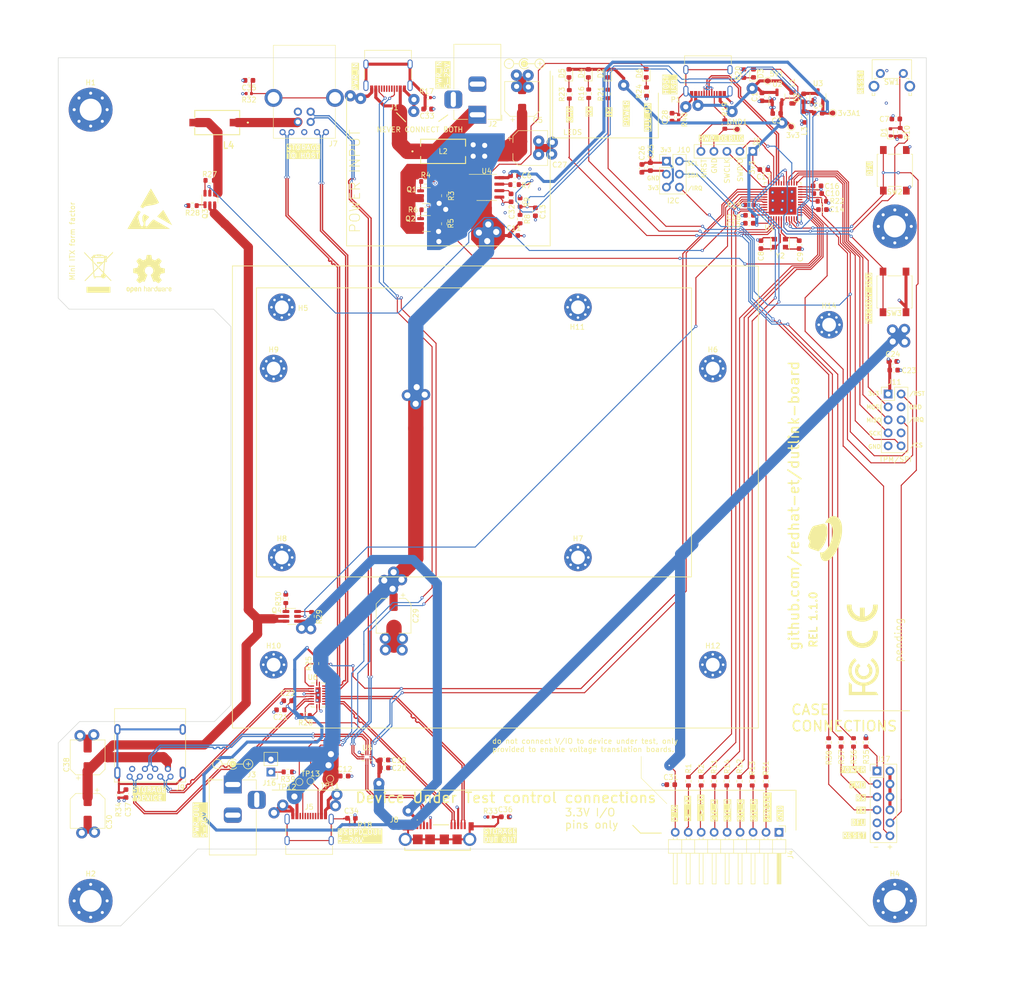
<source format=kicad_pcb>
(kicad_pcb (version 20221018) (generator pcbnew)
  (layers (0 "F.Cu" signal) (1 "In1.Cu" signal) (2 "In2.Cu" signal) (31 "B.Cu" signal) (34 "B.Paste" user) (35 "F.Paste" user) (36 "B.SilkS" user "B.Silkscreen") (37 "F.SilkS" user "F.Silkscreen") (38 "B.Mask" user) (39 "F.Mask" user) (44 "Edge.Cuts" user))
  (net 0 "")
  (net 1 "VCC")
  (net 2 "GND")
  (net 3 "/RESET")
  (net 4 "/CTL_D")
  (net 5 "/CTL_C")
  (net 6 "/CTL_B")
  (net 7 "/CTL_A")
  (net 8 "/RX")
  (net 9 "/TX")
  (net 10 "+5V")
  (net 11 "+5VA")
  (net 12 "/XTALO")
  (net 13 "Net-(J1-SHIELD)")
  (net 14 "/XTALI")
  (net 15 "/TX1")
  (net 16 "/RX1")
  (net 17 "+3.3V")
  (net 18 "Net-(U1-VCAP1)")
  (net 19 "/board_control/VCCOUT")
  (net 20 "/VOUT_SENSE")
  (net 21 "/NRST")
  (net 22 "/board_control/CC1")
  (net 23 "/board_control/CC2")
  (net 24 "GNDA")
  (net 25 "+3.3VA")
  (net 26 "/BUTTON")
  (net 27 "/SWDIO")
  (net 28 "/SWCLK")
  (net 29 "/USB_STORAGE_MUX/_VBUS_HOST")
  (net 30 "Net-(J5-SHIELD)")
  (net 32 "/_DP")
  (net 33 "Net-(J7-SHIELD)")
  (net 34 "Net-(Q1-S1)")
  (net 35 "/board_control/VCCOUT_SW")
  (net 37 "/ON_OFF")
  (net 38 "Net-(Q1-D1)")
  (net 39 "Net-(J8-SHIELD)")
  (net 40 "Net-(J9-SHIELD)")
  (net 41 "/board_control/VCCIN")
  (net 42 "/I2C1_SCL")
  (net 43 "Net-(Q2-S1)")
  (net 44 "/I2C1_SDA")
  (net 45 "/IRQ_IN")
  (net 46 "Net-(Q2-D1)")
  (net 47 "/board_control/_CURRENT_SENSE")
  (net 48 "/CURRENT_SENSE")
  (net 49 "/BOOT0")
  (net 50 "/LED1")
  (net 51 "Net-(D4-K)")
  (net 52 "Net-(D3-K)")
  (net 53 "/LED0")
  (net 54 "Net-(D2-K)")
  (net 55 "Net-(U1-PB2)")
  (net 56 "/LED2")
  (net 57 "Net-(D5-K)")
  (net 58 "Net-(D6-K)")
  (net 59 "/USB_STORAGE_MUX/VBUS_STORAGE")
  (net 60 "/USB_STORAGE_MUX/VBUS_DUT")
  (net 62 "Net-(Q3-S1)")
  (net 63 "/USB_STORAGE_MUX/VBUS_HOST")
  (net 64 "/USB_PW_HOST")
  (net 65 "Net-(Q3-D1)")
  (net 66 "Net-(Q4-S1)")
  (net 67 "/USB_PW_DUT")
  (net 68 "Net-(Q4-D1)")
  (net 69 "Net-(U6-RSVD1)")
  (net 70 "Net-(U6-RSVD2)")
  (net 71 "/USB_OEn")
  (net 72 "/USB_SEL")
  (net 73 "/board_control/RESET_")
  (net 74 "/board_control/CTL_C_")
  (net 75 "/board_control/CTL_B_")
  (net 76 "/board_control/CTL_A_")
  (net 77 "/board_control/CTL_D_")
  (net 78 "/USB_STORAGE_MUX/HOST_SSTXN")
  (net 79 "/USB_STORAGE_MUX/HOST_SSTXP")
  (net 80 "/USB_STORAGE_MUX/HOST_SSRXP")
  (net 81 "/USB_STORAGE_MUX/HOST_SSRXN")
  (net 82 "/USB_STORAGE_MUX/DUT_SSRXN")
  (net 83 "/nRESET_OUT")
  (net 84 "/USB_STORAGE_MUX/DUT_SSRXP")
  (net 85 "/SPI2_MOSI")
  (net 86 "/SPI2_MISO")
  (net 87 "/USB_STORAGE_MUX/STORAGE_SSRXN")
  (net 88 "/SPI2_SCK")
  (net 89 "/USB_STORAGE_MUX/STORAGE_SSRXP")
  (net 90 "/USB_STORAGE_MUX/HOST_DN")
  (net 91 "/USB_STORAGE_MUX/HOST_DP")
  (net 92 "/USB_STORAGE_MUX/DUT_DN")
  (net 93 "/USB_STORAGE_MUX/DUT_DP")
  (net 94 "/USB_STORAGE_MUX/DUT_SSTXN")
  (net 95 "/USB_STORAGE_MUX/DUT_SSTXP")
  (net 96 "/USB_STORAGE_MUX/STORAGE_DN")
  (net 97 "/USB_STORAGE_MUX/STORAGE_DP")
  (net 98 "/USB_STORAGE_MUX/STORAGE_SSTXN")
  (net 99 "/USB_STORAGE_MUX/STORAGE_SSTXP")
  (net 100 "/_DN")
  (net 102 "/SPI2_NSS")
  (net 103 "Net-(U4-BW_SEL)")
  (net 105 "Net-(J17-Pin_1)")
  (net 106 "Net-(J17-Pin_3)")
  (net 107 "Net-(J17-Pin_5)")
  (net 108 "Net-(J17-Pin_7)")
  (net 112 "Net-(P1-CC1)")
  (net 113 "Net-(J16-Pin_1)")
  (net 114 "Net-(P1-SHIELD)")
  (footprint "FOOTPRINTS:7427932" (layer "F.Cu") (at 132.69 82.27)
    (fp_text reference "L2")
    (fp_text value "7427932" hide)
  )
  (footprint "MountingHole:MountingHole_4.3mm_M4_Pad_Via" (layer "F.Cu") (at 63.6672 229.0433)
    (fp_text reference "H2")
    (fp_text value "ITX MountingHole")
  )
  (footprint "Capacitor_SMD:C_0603_1608Metric" (layer "F.Cu") (at 221.35 75.92)
    (fp_text reference "C7")
    (fp_text value "100nF")
  )
  (footprint "Capacitor_SMD:C_0603_1608Metric" (layer "F.Cu") (at 198.0125 74.8424 180)
    (fp_text reference "C3")
    (fp_text value "1uF")
  )
  (footprint "Resistor_SMD:R_0603_1608Metric" (layer "F.Cu") (at 183.235 205.615 90)
    (fp_text reference "R2")
    (fp_text value "50")
  )
  (footprint "MountingHole:MountingHole_4.3mm_M4_Pad_Via" (layer "F.Cu") (at 221.1472 229.0433)
    (fp_text reference "H4")
    (fp_text value "ITX MountingHole")
  )
  (footprint "MountingHole:MountingHole_2.7mm_M2.5_Pad_Via" (layer "F.Cu") (at 99.5 182.8)
    (fp_text reference "H10")
    (fp_text value "Board MountingHole")
  )
  (footprint "LED_SMD:LED_0603_1608Metric" (layer "F.Cu") (at 157.3325 66.9875 90)
    (fp_text reference "D5")
    (fp_text value "LED")
  )
  (footprint "Resistor_SMD:R_0603_1608Metric" (layer "F.Cu") (at 86.99 87.955 180)
    (fp_text reference "R27")
    (fp_text value "47k")
  )
  (footprint "Capacitor_SMD:C_0603_1608Metric" (layer "F.Cu") (at 206.0625 90.5299 180)
    (fp_text reference "C10")
    (fp_text value "2.2uF")
  )
  (footprint "Package_TO_SOT_SMD:TSOT-23-6" (layer "F.Cu") (at 103.05 173.33)
    (fp_text reference "Q4")
    (fp_text value "FDC6330L")
  )
  (footprint "Symbol:Symbol_Barrel_Polarity" (layer "F.Cu") (at 91.5 202.19)
    (fp_text reference "REF**" hide)
    (fp_text value "Symbol_Barrel_Polarity")
  )
  (footprint "Connector_PinHeader_2.54mm:PinHeader_2x05_P2.54mm_Vertical" (layer "F.Cu") (at 219.84 129.78)
    (fp_text reference "J11")
    (fp_text value "SPI/TPM connector")
  )
  (footprint "Resistor_SMD:R_0402_1005Metric" (layer "F.Cu") (at 94.64 70.95)
    (fp_text reference "R32")
    (fp_text value "330")
  )
  (footprint "LED_SMD:LED_0603_1608Metric" (layer "F.Cu") (at 172.48 66.9875 90)
    (fp_text reference "D6")
    (fp_text value "LED")
  )
  (footprint "Capacitor_SMD:C_0603_1608Metric" (layer "F.Cu") (at 173.28 85.265 90)
    (fp_text reference "C25")
    (fp_text value "1uF")
  )
  (footprint "Connector_PinHeader_2.54mm:PinHeader_2x03_P2.54mm_Vertical" (layer "F.Cu") (at 176.42 84.2)
    (fp_text reference "J10")
    (fp_text value "I2C connector")
  )
  (footprint "Capacitor_SMD:C_0603_1608Metric" (layer "F.Cu") (at 129.64 73.98)
    (fp_text reference "C33")
    (fp_text value "100nF")
  )
  (footprint "Package_TO_SOT_SMD:SOT-23" (layer "F.Cu") (at 206.1 71.5924 90)
    (fp_text reference "U3")
    (fp_text value "AP2127N-3.3")
  )
  (footprint "Resistor_SMD:R_0402_1005Metric" (layer "F.Cu") (at 178.82 75.61 90)
    (fp_text reference "R40")
    (fp_text value "330")
  )
  (footprint "Capacitor_SMD:C_0603_1608Metric" (layer "F.Cu") (at 113.32 204.6 180)
    (fp_text reference "C12")
    (fp_text value "1uF")
  )
  (footprint "Connector_PinHeader_2.54mm:PinHeader_1x05_P2.54mm_Vertical" (layer "F.Cu") (at 193.34 82.2674 -90)
    (fp_text reference "J6")
    (fp_text value "Conn_01x05_Pin")
  )
  (footprint "Package_TO_SOT_SMD:TSOT-23-6" (layer "F.Cu") (at 87.01 91.6 90)
    (fp_text reference "Q3")
    (fp_text value "FDC6330L")
  )
  (footprint "Capacitor_SMD:C_0603_1608Metric" (layer "F.Cu") (at 205.925 89.0299)
    (fp_text reference "C16")
    (fp_text value "100nF")
  )
  (footprint "Symbol:WEEE-Logo_5.6x8mm_SilkScreen" (layer "F.Cu") (at 65.22 105.94)
    (fp_text reference "REF**" hide)
    (fp_text value "WEEE-Logo_5.6x8mm_SilkScreen" hide)
  )
  (footprint "LOGO" (layer "F.Cu") (at 207.414174 157.618218 90)
    (fp_text reference "G***" hide)
    (fp_text value "LOGO" hide)
  )
  (footprint "Resistor_SMD:R_0603_1608Metric" (layer "F.Cu") (at 193.22 205.63 -90)
    (fp_text reference "R13")
    (fp_text value "100")
  )
  (footprint "Capacitor_SMD:CP_Elec_6.3x5.4_Nichicon" (layer "F.Cu") (at 149.77 81.62)
    (fp_text reference "C27")
    (fp_text value "47uF 32V")
  )
  (footprint "Capacitor_SMD:C_0603_1608Metric" (layer "F.Cu") (at 150.76 94.105 -90)
    (fp_text reference "C13")
    (fp_text value "100nF")
  )
  (footprint "FOOTPRINTS:USB_C_Receptacle_G-Switch_GT-USB-7010ASV_fix" (layer "F.Cu") (at 106.4575 216.16)
    (fp_text reference "J5")
    (fp_text value "USB_C_Receptacle_PowerOnly_6P")
  )
  (footprint "Resistor_SMD:R_0603_1608Metric" (layer "F.Cu") (at 105.76 192.74 180)
    (fp_text reference "R26")
    (fp_text value "0")
  )
  (footprint "Resistor_SMD:R_0603_1608Metric" (layer "F.Cu") (at 180.735 205.615 90)
    (fp_text reference "R1")
    (fp_text value "50")
  )
  (footprint "MountingHole:MountingHole_2.7mm_M2.5_Pad_Via" (layer "F.Cu") (at 99.5 124.8)
    (fp_text reference "H9")
    (fp_text value "Board MountingHole")
  )
  (footprint "USB3Wurth:Wurth WR-COM USB 3.0 692221030100" (layer "F.Cu") (at 105.5 74.505 180)
    (fp_text reference "J7")
    (fp_text value "USB3_B")
  )
  (footprint "FOOTPRINTS:ZX360DB10P30" (layer "F.Cu") (at 131.595 216.65)
    (fp_text reference "J8")
    (fp_text value "Hirose USB3_B_Micro" hide)
  )
  (footprint "MountingHole:MountingHole_2.7mm_M2.5_Pad_Via" (layer "F.Cu") (at 185.5 182.8)
    (fp_text reference "H12")
    (fp_text value "Board MountingHole")
  )
  (footprint "Package_DFN_QFN:QFN-48-1EP_7x7mm_P0.5mm_EP5.6x5.6mm" (layer "F.Cu") (at 199.175 91.9674 90)
    (fp_text reference "U1")
    (fp_text value "STM32F411CEUx")
  )
  (footprint "Capacitor_SMD:C_0603_1608Metric" (layer "F.Cu") (at 195.125 71.5924 90)
    (fp_text reference "C1")
    (fp_text value "1uF")
  )
  (footprint "Symbol:CE-Logo_8.5x6mm_SilkScreen" (layer "F.Cu") (at 214.78 175.27 90)
    (fp_text reference "REF**" hide)
    (fp_text value "CE-Logo_8.5x6mm_SilkScreen" hide)
  )
  (footprint "Resistor_SMD:R_0603_1608Metric" (layer "F.Cu") (at 129.2925 93.71 180)
    (fp_text reference "R6")
    (fp_text value "2k2")
  )
  (footprint "Capacitor_SMD:C_0603_1608Metric" (layer "F.Cu") (at 121.2 203)
    (fp_text reference "C20")
    (fp_text value "100nF")
  )
  (footprint "Resistor_SMD:R_0603_1608Metric" (layer "F.Cu") (at 195.93 205.62 -90)
    (fp_text reference "R31")
    (fp_text value "100")
  )
  (footprint "Capacitor_SMD:C_0603_1608Metric" (layer "F.Cu") (at 206.15 74.7799)
    (fp_text reference "C4")
    (fp_text value "1uF")
  )
  (footprint "FOOTPRINTS:7427932" (layer "F.Cu") (at 88.45 76.63 180)
    (fp_text reference "L4")
    (fp_text value "7427932" hide)
  )
  (footprint "Connector_USB:USB3_A_Molex_48393-001" (layer "F.Cu") (at 78.8 203.21 180)
    (fp_text reference "J9")
    (fp_text value "USB3_A")
  )
  (footprint "Capacitor_SMD:C_0603_1608Metric" (layer "F.Cu") (at 146.53 98.76)
    (fp_text reference "C11")
    (fp_text value "1uF")
  )
  (footprint "Resistor_SMD:R_0402_1005Metric" (layer "F.Cu") (at 129.7 71.74 180)
    (fp_text reference "R17")
    (fp_text value "330")
  )
  (footprint "Capacitor_SMD:C_0603_1608Metric" (layer "F.Cu") (at 194.925 100.5299 -90)
    (fp_text reference "C8")
    (fp_text value "12pF")
  )
  (footprint "Capacitor_SMD:C_0603_1608Metric" (layer "F.Cu") (at 177.52 75.57 -90)
    (fp_text reference "C28")
    (fp_text value "100nF")
  )
  (footprint "Button_Switch_SMD:SW_SPST_B3S-1000" (layer "F.Cu") (at 221.09 109.795 90)
    (fp_text reference "SW3")
    (fp_text value "SW_Push")
  )
  (footprint "Resistor_SMD:R_0603_1608Metric" (layer "F.Cu") (at 192.65 92.7424 180)
    (fp_text reference "R15")
    (fp_text value "10k")
  )
  (footprint "Resistor_SMD:R_0603_1608Metric" (layer "F.Cu") (at 208.2 198.02 -90)
    (fp_text reference "R38")
    (fp_text value "470")
  )
  (footprint "Symbol:OSHW-Logo2_9.8x8mm_SilkScreen" (layer "F.Cu") (at 75.1 106.27)
    (fp_text reference "REF**" hide)
    (fp_text value "OSHW-Logo2_9.8x8mm_SilkScreen" hide)
  )
  (footprint "MountingHole:MountingHole_2.7mm_M2.5_Pad_Via" (layer "F.Cu") (at 185.5 124.8)
    (fp_text reference "H6")
    (fp_text value "Board MountingHole")
  )
  (footprint "Connector_PinHeader_2.54mm:PinHeader_1x09_P2.54mm_Horizontal" (layer "F.Cu") (at 198.47 215.62 -90)
    (fp_text reference "J4")
    (fp_text value "Conn_01x09_Pin")
  )
  (footprint "Capacitor_SMD:C_0603_1608Metric" (layer "F.Cu") (at 70.58 208.03 -90)
    (fp_text reference "C37")
    (fp_text value "100nF")
  )
  (footprint "Capacitor_SMD:C_0603_1608Metric" (layer "F.Cu") (at 114.735 212.87)
    (fp_text reference "C34")
    (fp_text value "100nF")
  )
  (footprint "LED_SMD:LED_0603_1608Metric" (layer "F.Cu") (at 193.475 66.9924 90)
    (fp_text reference "D3")
    (fp_text value "LED")
  )
  (footprint "Resistor_SMD:R_0603_1608Metric" (layer "F.Cu") (at 165.005 71.025 90)
    (fp_text reference "R21")
    (fp_text value "1k")
  )
  (footprint "Button_Switch_SMD:SW_SPST_B3S-1000" (layer "F.Cu") (at 221.15 85.98 90)
    (fp_text reference "SW2")
    (fp_text value "SW_Push" hide)
  )
  (footprint "Connector_USB:USB_C_Receptacle_G-Switch_GT-USB-7010ASV" (layer "F.Cu") (at 184.55 67.345 180)
    (fp_text reference "P1")
    (fp_text value "USB_C_Plug_USB2.0")
  )
  (footprint "Capacitor_SMD:C_0603_1608Metric" (layer "F.Cu") (at 102.26 189.86 180)
    (fp_text reference "C22")
    (fp_text value "100nF")
  )
  (footprint "Resistor_SMD:R_0603_1608Metric" (layer "F.Cu") (at 157.405 71.1 90)
    (fp_text reference "R23")
    (fp_text value "1k")
  )
  (footprint "Connector_PinHeader_2.54mm:PinHeader_2x06_P2.54mm_Vertical" (layer "F.Cu") (at 217.66 203.61)
    (fp_text reference "J17")
    (fp_text value "6x2 2.54mm header")
  )
  (footprint "Package_DFN_QFN:DHVQFN-20-1EP_2.5x4.5mm_P0.5mm_EP1x3mm" (layer "F.Cu") (at 108.21 188.7325)
    (fp_text reference "U6")
    (fp_text value "TMUXHS4212")
  )
  (footprint "Resistor_SMD:R_0603_1608Metric" (layer "F.Cu") (at 146.685 88.78)
    (fp_text reference "R7")
    (fp_text value "50")
  )
  (footprint "Inductor_SMD:L_0805_2012Metric" (layer "F.Cu") (at 203.425 75.5424 -90)
    (fp_text reference "L3")
    (fp_text value "10uH")
  )
  (footprint "Inductor_SMD:L_0805_2012Metric" (layer "F.Cu") (at 201.1 71.8174 90)
    (fp_text reference "L1")
    (fp_text value "10uH")
  )
  (footprint "Resistor_SMD:R_0402_1005Metric" (layer "F.Cu") (at 114.89 214.13 180)
    (fp_text reference "R18")
    (fp_text value "330")
  )
  (footprint "Capacitor_SMD:CP_Elec_6.3x5.4_Nichicon" (layer "F.Cu") (at 122.99 173.22 -90)
    (fp_text reference "C29")
    (fp_text value "47uF 32V")
  )
  (footprint "Oscillator:Oscillator_SMD_EuroQuartz_XO32-4Pin_3.2x2.5mm" (layer "F.Cu") (at 198.655 100.245 90)
    (fp_text reference "Y2")
    (fp_text value "25 Mhz Crystal")
  )
  (footprint "Symbol:FCC-Logo_7.3x6mm_SilkScreen" (layer "F.Cu") (at 215.05 185.12 90)
    (fp_text reference "REF**" hide)
    (fp_text value "FCC-Logo_7.3x6mm_SilkScreen" hide)
  )
  (footprint "Resistor_SMD:R_0603_1608Metric" (layer "F.Cu") (at 213.06 198.02 -90)
    (fp_text reference "R36")
    (fp_text value "470")
  )
  (footprint "Resistor_SMD:R_0603_1608Metric" (layer "F.Cu") (at 172.53 70.575 90)
    (fp_text reference "R24")
    (fp_text value "2k")
  )
  (footprint "Capacitor_SMD:C_0603_1608Metric" (layer "F.Cu") (at 100.84 191.64 180)
    (fp_text reference "C21")
    (fp_text value "1uF")
  )
  (footprint "Connector_BarrelJack:BarrelJack_Horizontal" (layer "F.Cu") (at 91.5 206.26 90)
    (fp_text reference "J3")
    (fp_text value "Barrel_Jack_MountingPin")
  )
  (footprint "MountingHole:MountingHole_4.3mm_M4_Pad_Via" (layer "F.Cu") (at 221.1472 96.9633)
    (fp_text reference "H3" hide)
    (fp_text value "ITX MountingHole")
  )
  (footprint "Resistor_SMD:R_0603_1608Metric" (layer "F.Cu") (at 191.575 67.0424 -90)
    (fp_text reference "R20")
    (fp_text value "1k")
  )
  (footprint "Resistor_SMD:R_0603_1608Metric" (layer "F.Cu") (at 129.2225 88.17)
    (fp_text reference "R4")
    (fp_text value "2k2")
  )
  (footprint "Capacitor_SMD:C_0603_1608Metric" (layer "F.Cu") (at 203.3 71.7799 90)
    (fp_text reference "C2")
    (fp_text value "1uF")
  )
  (footprint "Resistor_SMD:R_0603_1608Metric" (layer "F.Cu") (at 161.205 70.975 90)
    (fp_text reference "R16")
    (fp_text value "1k")
  )
  (footprint "Capacitor_SMD:C_0603_1608Metric" (layer "F.Cu") (at 146.685 87.03)
    (fp_text reference "C6")
    (fp_text value "1uF")
  )
  (footprint "Resistor_SMD:R_0603_1608Metric" (layer "F.Cu") (at 147.76 95.53 -90)
    (fp_text reference "R8")
    (fp_text value "2k4")
  )
  (footprint "TestPoint:TestPoint_Pad_D1.0mm" (layer "F.Cu") (at 200.87 77.46)
    (fp_text reference "3v3")
    (fp_text value "TestPoint")
  )
  (footprint "TestPoint:TestPoint_Pad_D1.0mm" (layer "F.Cu") (at 110.56 205.14)
    (fp_text reference "TP11")
    (fp_text value "TestPoint")
  )
  (footprint "Resistor_SMD:R_0402_1005Metric" (layer "F.Cu") (at 141.98 212.62)
    (fp_text reference "R33")
    (fp_text value "330")
  )
  (footprint "Capacitor_SMD:C_0603_1608Metric" (layer "F.Cu") (at 121.18 201.45)
    (fp_text reference "C19")
    (fp_text value "1uF")
  )
  (footprint "TestPoint:TestPoint_Pad_D1.0mm" (layer "F.Cu") (at 106.74 205.61)
    (fp_text reference "TP13")
    (fp_text value "TestPoint")
  )
  (footprint "MountingHole:MountingHole_2.7mm_M2.5_Pad_Via" (layer "F.Cu") (at 101.1 161.8)
    (fp_text reference "H8")
    (fp_text value "Board MountingHole")
  )
  (footprint "MountingHole:MountingHole_2.7mm_M2.5_Pad_Via" (layer "F.Cu") (at 159.1 161.8)
    (fp_text reference "H7")
    (fp_text value "Board MountingHole")
  )
  (footprint "Resistor_SMD:R_0603_1608Metric" (layer "F.Cu") (at 132.915 90.95 90)
    (fp_text reference "R3")
    (fp_text value "47k")
  )
  (footprint "Resistor_SMD:R_0603_1608Metric" (layer "F.Cu") (at 106.93 173.315 90)
    (fp_text reference "R29")
    (fp_text value "47k")
  )
  (footprint "LED_SMD:LED_0603_1608Metric" (layer "F.Cu") (at 161.139375 66.9875 90)
    (fp_text reference "D4")
    (fp_text value "LED")
  )
  (footprint "Capacitor_SMD:C_0603_1608Metric" (layer "F.Cu") (at 94.68 68.37 180)
    (fp_text reference "C35")
    (fp_text value "100nF")
  )
  (footprint "Capacitor_SMD:C_0603_1608Metric" (layer "F.Cu") (at 171.62 85.595 -90)
    (fp_text reference "C26")
    (fp_text value "100nF")
  )
  (footprint "TestPoint:TestPoint_Pad_D1.0mm" (layer "F.Cu") (at 104.53 205.75)
    (fp_text reference "TP12")
    (fp_text value "TestPoint")
  )
  (footprint "MountingHole:MountingHole_2.7mm_M2.5_Pad_Via" (layer "F.Cu") (at 159.1 112.8)
    (fp_text reference "H11")
    (fp_text value "Board MountingHole")
  )
  (footprint "Resistor_SMD:R_0603_1608Metric" (layer "F.Cu") (at 107.8075 182.5725 90)
    (fp_text reference "R25")
    (fp_text value "0")
  )
  (footprint "Resistor_SMD:R_0603_1608Metric" (layer "F.Cu") (at 215.49 198.02 -90)
    (fp_text reference "R35")
    (fp_text value "470")
  )
  (footprint "FOOTPRINTS:USB_C_Receptacle_G-Switch_GT-USB-7010ASV_fix" (layer "F.Cu") (at 121.9 66.265 180)
    (fp_text reference "J1")
    (fp_text value "USB_C_Receptacle_PowerOnly_6P")
  )
  (footprint "Package_TO_SOT_SMD:TSOT-23-6" (layer "F.Cu") (at 129.415 96.4)
    (fp_text reference "Q2")
    (fp_text value "FDC6330L")
  )
  (footprint "Capacitor_SMD:CP_Elec_6.3x5.4_Nichicon" (layer "F.Cu") (at 63.08 200.94 90)
    (fp_text reference "C38")
    (fp_text value "47uF 32V")
  )
  (footprint "Capacitor_SMD:C_0603_1608Metric" (layer "F.Cu") (at 206.975 93.67)
    (fp_text reference "C14")
    (fp_text value "100nF")
  )
  (footprint "Capacitor_SMD:C_0603_1608Metric" (layer "F.Cu") (at 145.9975 91.3676 -90)
    (fp_text reference "C32")
    (fp_text value "1nF")
  )
  (footprint "Package_TO_SOT_SMD:SOT-23" (layer "F.Cu") (at 198.075 71.6549 90)
    (fp_text reference "U2")
    (fp_text value "AP2127N-3.3")
  )
  (footprint "Resistor_SMD:R_0603_1608Metric" (layer "F.Cu") (at 206.87 92.04)
    (fp_text reference "R22")
    (fp_text value "10k")
  )
  (footprint "Resistor_SMD:R_0603_1608Metric" (layer "F.Cu") (at 101.88 169.9 90)
    (fp_text reference "R30")
    (fp_text value "2k2")
  )
  (footprint "MountingHole:MountingHole_4.3mm_M4_Pad_Via" (layer "F.Cu") (at 63.6672 74.1033)
    (fp_text reference "H1")
    (fp_text value "ITX MountingHole")
  )
  (footprint "Resistor_SMD:R_0603_1608Metric" (layer "F.Cu") (at 190.735 205.615 -90)
    (fp_text reference "R12")
    (fp_text value "100")
  )
  (footprint "Resistor_SMD:R_0603_1608Metric" (layer "F.Cu") (at 222.2 78.52 -90)
    (fp_text reference "R10")
    (fp_text value "4k7")
  )
  (footprint "LED_SMD:LED_0603_1608Metric" (layer "F.Cu") (at 164.94625 66.9875 90)
    (fp_text reference "D2")
    (fp_text value "LED")
  )
  (footprint "Connector_BarrelJack:BarrelJack_Horizontal" (layer "F.Cu") (at 139.3925 75.1 -90)
    (fp_text reference "J2")
    (fp_text value "Barrel_Jack_MountingPin")
  )
  (footprint "Button_Switch_THT:SW_Tactile_SPST_Angled_PTS645Vx58-2LFS" (layer "F.Cu") (at 218.32 67.02)
    (fp_text reference "SW1")
    (fp_text value "SW_Push")
  )
  (footprint "Resistor_SMD:R_0603_1608Metric" (layer "F.Cu") (at 147.76 92.28 -90)
    (fp_text reference "R9")
    (fp_text value "470")
  )
  (footprint "Package_DFN_QFN:UQFN-10_1.4x1.8mm_P0.4mm" (layer "F.Cu") (at 117.77 200.8315 -90)
    (fp_text reference "U5")
    (fp_text value "TMUXHS221NKGR")
  )
  (footprint "TestPoint:TestPoint_Pad_D1.0mm" (layer "F.Cu") (at 190.28 77.95)
    (fp_text reference "GND1")
    (fp_text value "TestPoint")
  )
  (footprint "Package_SO:SOIC-8_3.9x4.9mm_P1.27mm" (layer "F.Cu") (at 141.2275 89.3276)
    (fp_text reference "U4")
    (fp_text value "ACS725LLCTR-05AB-T")
  )
  (footprint "Resistor_SMD:R_0603_1608Metric" (layer "F.Cu") (at 185.735 205.615 -90)
    (fp_text reference "R11")
    (fp_text value "100")
  )
  (footprint "Capacitor_SMD:C_0603_1608Metric" (layer "F.Cu") (at 192.675 94.7799 180)
    (fp_text reference "C18")
    (fp_text value "100nF")
  )
  (footprint "Capacitor_SMD:C_0603_1608Metric" (layer "F.Cu") (at 220.76 123.41)
    (fp_text reference "C24")
    (fp_text value "100nF")
  )
  (footprint "Capacitor_SMD:C_0603_1608Metric" (layer "F.Cu") (at 177.2775 206.29)
    (fp_text reference "C31")
    (fp_text value "1uF")
  )
  (footprint "Capacitor_SMD:C_0603_1608Metric" (layer "F.Cu") (at 202.425 100.5299 90)
    (fp_text reference "C9")
    (fp_text value "12pF")
  )
  (footprint "Resistor_SMD:R_0603_1608Metric" (layer "F.Cu") (at 188.235 205.615 -90)
    (fp_text reference "R14")
    (fp_text value "100")
  )
  (footprint "Resistor_SMD:R_0603_1608Metric" (layer "F.Cu") (at 210.63 198.02 -90)
    (fp_text reference "R37")
    (fp_text value "470")
  )
  (footprint "Capacitor_SMD:C_0603_1608Metric" (layer "F.Cu") (at 144.87 212.59)
    (fp_text reference "C36")
    (fp_text value "100nF")
  )
  (footprint "Diode_SMD:D_SOD-523" (layer "F.Cu") (at 220.3 78.545 90)
    (fp_text reference "D1")
    (fp_text value "1N4148WT")
  )
  (footprint "Resistor_SMD:R_0603_1608Metric" (layer "F.Cu") (at 132.915 96.45 90)
    (fp_text reference "R5")
    (fp_text value "47k")
  )
  (footprint "Capacitor_SMD:C_0603_1608Metric" (layer "F.Cu") (at 192.65 96.35 180)
    (fp_text reference "C15")
    (fp_text value "100nF")
  )
  (footprint "Connector_PinHeader_2.54mm:PinHeader_1x02_P2.54mm_Vertical" (layer "F.Cu") (at 98.96 203.83 180)
    (fp_text reference "J16")
    (fp_text value "Conn_01x02_Pin")
  )
  (footprint "Resistor_SMD:R_0402_1005Metric" (layer "F.Cu") (at 69.2 208.34 90)
    (fp_text reference "R34")
    (fp_text value "330")
  )
  (footprint "Resistor_SMD:R_0603_1608Metric" (layer "F.Cu") (at 187.86 77.01 -90)
    (fp_text reference "R19")
    (fp_text value "5k1")
  )
  (footprint "Capacitor_SMD:CP_Elec_6.3x5.4_Nichicon" (layer "F.Cu") (at 63.08 211.43 -90)
    (fp_text reference "C30")
    (fp_text value "47uF 32V")
  )
  (footprint "Symbol:ESD-Logo_8.9x8mm_SilkScreen" (layer "F.Cu") (at 75.251095 93.489146)
    (fp_text reference "REF**" hide)
    (fp_text value "ESD-Logo_8.9x8mm_SilkScreen" hide)
  )
  (footprint "TestPoint:TestPoint_Pad_D1.0mm" (layer "F.Cu") (at 209 74.76)
    (fp_text reference "3v3A1")
    (fp_text value "TestPoint")
  )
  (footprint "Capacitor_SMD:CP_Elec_6.3x5.4_Nichicon" (layer "F.Cu") (at 148.16 72.01 90)
    (fp_text reference "C5")
    (fp_text value "47uF 32V")
  )
  (footprint "Capacitor_SMD:C_0603_1608Metric" (layer "F.Cu") (at 220.93 125.1 180)
    (fp_text reference "C23")
    (fp_text value "1uF")
  )
  (footprint "Symbol:Symbol_Barrel_Polarity" (layer "F.Cu") (at 148.6 65.03)
    (fp_text reference "REF**" hide)
    (fp_text value "Symbol_Barrel_Polarity")
  )
  (footprint "Capacitor_SMD:C_0603_1608Metric" (layer "F.Cu") (at 195.49 85.83 180)
    (fp_text reference "C17")
    (fp_text value "100nF")
  )
  (footprint "Resistor_SMD:R_0603_1608Metric" (layer "F.Cu") (at 83.61 92.8975 180)
    (fp_text reference "R28")
    (fp_text value "2k2")
  )
  (footprint "Package_TO_SOT_SMD:TSOT-23-6" (layer "F.Cu") (at 129.415 90.95)
    (fp_text reference "Q1")
    (fp_text value "FDC6330L")
  )
  (footprint "MountingHole:MountingHole_2.7mm_M2.5_Pad_Via" (layer "F.Cu") (at 208.28 116.223782)
    (fp_text reference "H14")
    (fp_text value "Board MountingHole")
  )
  (footprint "Resistor_SMD:R_0603_1608Metric" (layer "F.Cu") (at 102.29 203.8 180)
    (fp_text reference "R39")
    (fp_text value "470")
  )
  (footprint "MountingHole:MountingHole_2.7mm_M2.5_Pad_Via" (layer "F.Cu") (at 101.1 112.8)
    (fp_text reference "H5")
    (fp_text value "Board MountingHole")
  )
  (footprint "TestPoint:TestPoint_Pad_D1.0mm" (layer "F.Cu") (at 196.26 68.47)
    (fp_text reference "5V1")
    (fp_text value "TestPoint")
  )
  (gr_line (start 154.15 67.47) (end 154.14 79.63) (stroke (width 0.15)) (layer "F.SilkS"))
  (gr_line (start 113.79 71.695) (end 113.79 100.77) (stroke (width 0.15)) (layer "F.SilkS"))
  (gr_line (start 169.83 214.26) (end 171.359833 215.789833) (stroke (width 0.2)) (layer "F.SilkS"))
  (gr_line (start 175.4 215.78) (end 171.38 215.78) (stroke (width 0.2)) (layer "F.SilkS"))
  (gr_line (start 201.8 207.39) (end 201.8 215.2) (stroke (width 0.15)) (layer "F.SilkS"))
  (gr_line (start 113.79 100.77) (end 153.66 100.77) (stroke (width 0.15)) (layer "F.SilkS"))
  (gr_line (start 131.84 76.4) (end 133.59 75.15) (stroke (width 0.2)) (layer "F.SilkS"))
  (gr_line (start 153.66 100.77) (end 153.66 66.5424) (stroke (width 0.15)) (layer "F.SilkS"))
  (gr_line (start 125.34 76.47) (end 123.59 74.72) (stroke (width 0.2)) (layer "F.SilkS"))
  (gr_line (start 174.83 79.63) (end 174.84 70.85) (stroke (width 0.15)) (layer "F.SilkS"))
  (gr_line (start 99.21 207.35) (end 201.81 207.39) (stroke (width 0.15)) (layer "F.SilkS"))
  (gr_rect (start 96.125 109) (end 181.325 165.6) (stroke (width 0.15)) (fill none) (layer "F.SilkS"))
  (gr_line (start 176.51 210.02) (end 171.48 204.99) (stroke (width 0.1)) (layer "F.SilkS"))
  (gr_line (start 154.14 79.63) (end 174.83 79.63) (stroke (width 0.15)) (layer "F.SilkS"))
  (gr_line (start 211.16 191.82) (end 224.03 191.82) (stroke (width 0.15)) (layer "F.SilkS"))
  (gr_line (start 171.48 204.99) (end 171.48 200.76) (stroke (width 0.1)) (layer "F.SilkS"))
  (gr_rect locked (start 91.425 104.7) (end 194.425 195.2) (stroke (width 0.15)) (fill none) (layer "F.SilkS"))
  (gr_line (start 57.3172 233.9433) (end 69.57 233.9433) (stroke (width 0.1)) (layer "Edge.Cuts"))
  (gr_line (start 87.92 193.9272) (end 91.13 190.7172) (stroke (width 0.1)) (layer "Edge.Cuts"))
  (gr_line (start 61.5 193.9272) (end 87.92 193.9272) (stroke (width 0.1)) (layer "Edge.Cuts"))
  (gr_line (start 216.08 233.9433) (end 227.3172 233.9433) (stroke (width 0.1)) (layer "Edge.Cuts"))
  (gr_line (start 91.13 116.56) (end 87.74 113.17) (stroke (width 0.1)) (layer "Edge.Cuts"))
  (gr_line (start 91.13 190.7172) (end 91.13 116.56) (stroke (width 0.1)) (layer "Edge.Cuts"))
  (gr_line (start 201.01 218.9) (end 216.08 233.9433) (stroke (width 0.1)) (layer "Edge.Cuts"))
  (gr_line (start 84.6133 218.9) (end 201.01 218.9) (stroke (width 0.1)) (layer "Edge.Cuts"))
  (gr_line (start 57.3172 198.11) (end 61.5 193.9272) (stroke (width 0.1)) (layer "Edge.Cuts"))
  (gr_line (start 69.57 233.9433) (end 84.6133 218.9) (stroke (width 0.1)) (layer "Edge.Cuts"))
  (gr_line (start 227.3172 63.9433) (end 227.3172 233.9433) (stroke (width 0.1)) (layer "Edge.Cuts"))
  (gr_line (start 57.3172 111.01) (end 57.3172 63.9433) (stroke (width 0.1)) (layer "Edge.Cuts"))
  (gr_line (start 57.3172 233.9433) (end 57.3172 198.11) (stroke (width 0.1)) (layer "Edge.Cuts"))
  (gr_line (start 87.74 113.17) (end 59.43 113.17) (stroke (width 0.1)) (layer "Edge.Cuts"))
  (gr_line (start 57.3172 63.9433) (end 227.3172 63.9433) (stroke (width 0.1)) (layer "Edge.Cuts"))
  (gr_line (start 59.43 113.17) (end 57.3172 111.01) (stroke (width 0.1)) (layer "Edge.Cuts"))
  (gr_text "/RST" (at 223.9 130.18) (layer "F.SilkS") (effects (font (size 0.8 0.8) (thickness 0.15) bold) (justify left bottom)))
  (gr_text "PWR_IN" (at 116.08 70.41 90) (layer "F.SilkS" knockout) (effects (font (size 1 1)) (justify left bottom)))
  (gr_text "/IRQ" (at 223.86 135.3) (layer "F.SilkS") (effects (font (size 0.8 0.8) (thickness 0.15) bold) (justify left bottom)))
  (gr_text "NEVER CONNECT BOTH" (at 119.58 78.59) (layer "F.SilkS") (effects (font (size 1 1)) (justify left bottom)))
  (gr_text "RX" (at 161.93 75.6 90) (layer "F.SilkS" knockout) (effects (font (size 1 1)) (justify left bottom)))
  (gr_text "GND" (at 223.89 132.82) (layer "F.SilkS") (effects (font (size 0.8 0.8) (thickness 0.15) bold) (justify left bottom)))
  (gr_text "RESET" (at 215.05 71.16 90) (layer "F.SilkS" knockout) (effects (font (size 1 1)) (justify left bottom)))
  (gr_text "/RESET" (at 196.722852 213.58 90) (layer "F.SilkS" knockout) (effects (font (size 1 1)) (justify left bottom)))
  (gr_text "3v3" (at 215.82 130.16) (layer "F.SilkS") (effects (font (size 0.8 0.8) (thickness 0.15) bold) (justify left bottom)))
  (gr_text "3v3" (at 172.71 89.89) (layer "F.SilkS") (effects (font (size 0.8 0.8) (thickness 0.15) bold) (justify left bottom)))
  (gr_text "CMD\n" (at 212.182381 206.95) (layer "F.SilkS" knockout) (effects (font (size 1 1)) (justify left bottom)))
  (gr_text "TX" (at 213.610952 211.92) (layer "F.SilkS" knockout) (effects (font (size 1 1)) (justify left bottom)))
  (gr_text "RESET" (at 210.801428 216.85) (layer "F.SilkS" knockout) (effects (font (size 1 1)) (justify left bottom)))
  (gr_text "-" (at 145.15 65.42) (layer "F.SilkS") (effects (font (size 0.6 0.6) (thickness 0.1) bold) (justify left bottom)))
  (gr_text "do not connect V/IO to device under test, only\nprovided to enable voltage translation boards." (at 142.22 199.96) (layer "F.SilkS") (effects (font (size 1 1)) (justify left bottom)))
  (gr_text "DUT_ON" (at 173.35 78.54 90) (layer "F.SilkS" knockout) (effects (font (size 1 1)) (justify left bottom)))
  (gr_text "PWR_OUT\n5-25V" (at 86.55 216.7 90) (layer "F.SilkS" knockout) (effects (font (size 1 1)) (justify left bottom)))
  (gr_text "GND" (at 215.86 140.57) (layer "F.SilkS") (effects (font (size 0.8 0.8) (thickness 0.15) bold) (justify left bottom)))
  (gr_text "GND" (at 186.39 86.72 90) (layer "F.SilkS") (effects (font (size 1 1)) (justify left bottom)))
  (gr_text "SWD DEBUG" (at 182.67 80.32) (layer "F.SilkS" knockout) (effects (font (size 1 1)) (justify left bottom)))
  (gr_text "DFU" (at 216.815 87.165 90) (layer "F.SilkS" knockout) (effects (font (size 1 1)) (justify left bottom)))
  (gr_text "-> RX" (at 183.787142 213.58 90) (layer "F.SilkS" knockout) (effects (font (size 1 1)) (justify left bottom)))
  (gr_text "GND" (at 199.31 213.58 90) (layer "F.SilkS" knockout) (effects (font (size 1 1)) (justify left bottom)))
  (gr_text "PWR_IN\n5-25V" (at 134.09 70.07 90) (layer "F.SilkS" knockout) (effects (font (size 1 1)) (justify left bottom)))
  (gr_text "HOST\nUSB" (at 178.52 71.2424 90) (layer "F.SilkS" knockout) (effects (font (size 1 1)) (justify left bottom)))
  (gr_text "POWER" (at 210.23 203.96) (layer "F.SilkS" knockout) (effects (font (size 1 1)) (justify left bottom)))
  (gr_text "SWCLK" (at 188.89 88.65 90) (layer "F.SilkS") (effects (font (size 1 1)) (justify left bottom)))
  (gr_text "RX" (at 213.372857 209.49) (layer "F.SilkS" knockout) (effects (font (size 1 1)) (justify left bottom)))
  (gr_text "USBPD_OUT\n5-20V" (at 111.98 217.77) (layer "F.SilkS" knockout) (effects (font (size 1 1)) (justify left bottom)))
  (gr_text "STORAGE\nTO HOST\n" (at 102 83.7) (layer "F.SilkS" knockout) (effects (font (size 1 1)) (justify left bottom)))
  (gr_text "MISO" (at 215.49 135.39) (layer "F.SilkS") (effects (font (size 0.8 0.8) (thickness 0.15) bold) (justify left bottom)))
  (gr_text "-" (at 216.76 219.04) (layer "F.SilkS") (effects (font (size 1 1)) (justify left bottom)))
  (gr_text "FACTORY DFU\n" (at 216.675 116.155 90) (layer "F.SilkS" knockout) (effects (font (size 1 1)) (justify left bottom)))
  (gr_text "STORAGE\nDUT OUT" (at 140.51 217.67) (layer "F.SilkS" knockout) (effects (font (size 1 1)) (justify left bottom)))
  (gr_text "CTL_B" (at 188.961426 213.58 90) (layer "F.SilkS" knockout) (effects (font (size 1 1)) (justify left bottom)))
  (gr_text "NRST\n" (at 184.36 87.62 90) (layer "F.SilkS") (effects (font (size 1 1)) (justify left bottom)))
  (gr_text "GND" (at 172.53 87.99) (layer "F.SilkS") (effects (font (size 0.8 0.8) (thickness 0.15) bold) (justify left bottom)))
  (gr_text "REL 1.1.0\n" (at 206.07 179.62 90) (layer "F.SilkS") (effects (font (size 1.5 1.5) (thickness 0.3) bold) (justify left bottom)))
  (gr_text "I2C" (at 176.46 92.51) (layer "F.SilkS") (effects (font (size 1 1)) (justify left bottom)))
  (gr_text "SCL" (at 180.36 85.09) (layer "F.SilkS") (effects (font (size 0.8 0.8) (thickness 0.15) bold) (justify left bottom)))
  (gr_text "3v3" (at 175.15 82.46) (layer "F.SilkS") (effects (font (size 0.8 0.8) (thickness 0.15) bold) (justify left bottom)))
  (gr_text "<- TX" (at 181.2 213.58 90) (layer "F.SilkS" knockout) (effects (font (size 1 1)) (justify left bottom)))
  (gr_text "Mini ITX form factor" (at 60.66 107.63 90) (layer "F.SilkS") (effects (font (size 1 1)) (justify left bottom)))
  (gr_text "CMD\n" (at 158.1 76.7 90) (layer "F.SilkS" knockout) (effects (font (size 1 1)) (justify left bottom)))
  (gr_text "github.com/redhat-et/dutlink-board" (at 202.55 180.19 90) (layer "F.SilkS") (effects (font (size 2 2) (thickness 0.3) bold) (justify left bottom)))
  (gr_text "-" (at 88.05 202.58) (layer "F.SilkS") (effects (font (size 0.6 0.6) (thickness 0.1) bold) (justify left bottom)))
  (gr_text "DFU" (at 212.46 214.29) (layer "F.SilkS" knockout) (effects (font (size 1 1)) (justify left bottom)))
  (gr_text "CTL_D" (at 194.13571 213.58 90) (layer "F.SilkS" knockout) (effects (font (size 1 1)) (justify left bottom)))
  (gr_text "CASE \nCONNECTIONS" (at 200.7 196.01) (layer "F.SilkS") (effects (font (size 2 2) (thickness 0.3) bold) (justify left bottom)))
  (gr_text "3.3V I/O\npins only" (at 156.42 215.02) (layer "F.SilkS") (effects (font (size 1.5 1.5) (thickness 0.2)) (justify left bottom)))
  (gr_text "+" (at 219.48 219) (layer "F.SilkS") (effects (font (size 1 1)) (justify left bottom)))
  (gr_text "3v3" (at 193.78 86.87 90) (layer "F.SilkS") (effects (font (size 1 1)) (justify left bottom)))
  (gr_text "+" (at 93.83 202.76) (layer "F.SilkS") (effects (font (size 1 1)) (justify left bottom)))
  (gr_text "POWER INPUT" (at 116.59 98.39 90) (layer "F.SilkS") (effects (font (size 2 2)) (justify left bottom)))
  (gr_text "pending" (at 222.77 182.46 90) (layer "F.SilkS") (effects (font (size 1.5 1.5)) (justify left bottom)))
  (gr_text "/IRQ" (at 180.5 89.97) (layer "F.SilkS") (effects (font (size 0.8 0.8) (thickness 0.15) bold) (justify left bottom)))
  (gr_text "CTL_A" (at 186.374284 213.58 90) (layer "F.SilkS" knockout) (effects (font (size 1 1)) (justify left bottom)))
  (gr_text "CTL_C" (at 191.548568 213.58 90) (layer "F.SilkS" knockout) (effects (font (size 1 1)) (justify left bottom)))
  (gr_text "TX" (at 165.79 75.5 90) (layer "F.SilkS" knockout) (effects (font (size 1 1)) (justify left bottom)))
  (gr_text "/CS" (at 224.11 140.29) (layer "F.SilkS") (effects (font (size 0.8 0.8) (thickness 0.15) bold) (justify left bottom)))
  (gr_text "SDA" (at 180.37 87.44) (layer "F.SilkS") (effects (font (size 0.8 0.8) (thickness 0.15) bold) (justify left bottom)))
  (gr_text "SCK" (at 215.98 137.98) (layer "F.SilkS") (effects (font (size 0.8 0.8) (thickness 0.15) bold) (justify left bottom)))
  (gr_text "V IO" (at 178.63 213.52 90) (layer "F.SilkS" knockout) (effects (font (size 1 1)) (justify left bottom)))
  (gr_text "Device Under Test control connections" (at 115.35 210.02) (layer "F.SilkS") (effects (font (size 2 2) (thickness 0.3)) (justify left bottom)))
  (gr_text "POWER" (at 169.19 77.54 90) (layer "F.SilkS" knockout) (effects (font (size 1 1)) (justify left bottom)))
  (gr_text "MOSI" (at 215.5 132.81) (layer "F.SilkS") (effects (font (size 0.8 0.8) (thickness 0.15) bold) (justify left bottom)))
  (gr_text "TPM/SPI" (at 217.98 143.17) (layer "F.SilkS") (effects (font (size 1 1)) (justify left bottom)))
  (gr_text "+" (at 150.93 65.6) (layer "F.SilkS") (effects (font (size 1 1)) (justify left bottom)))
  (gr_text "SWDIO" (at 191.47 88.33 90) (layer "F.SilkS") (effects (font (size 1 1)) (justify left bottom)))
  (gr_text "LEDS" (at 156.12 79.12) (layer "F.SilkS") (effects (font (size 1 1)) (justify left bottom)))
  (gr_text "STORAGE\nDEVICE\n" (at 75.16 209.48) (layer "F.SilkS" knockout) (effects (font (size 1 1)) (justify bottom)))
  (segment (start 146.42 82.07) (end 148.15 80.34) (width 2) (layer "F.Cu") (net 1))
  (segment (start 147.07 83.22) (end 148.15 82.14) (width 2) (layer "F.Cu") (net 1))
  (segment (start 140.82 83.22) (end 138.58 80.98) (width 2) (layer "F.Cu") (net 1))
  (segment (start 148.15 78.33) (end 148.15 74.75) (width 2) (layer "F.Cu") (net 1))
  (segment (start 138.58 80.98) (end 140.71 80.98) (width 2) (layer "F.Cu") (net 1))
  (segment (start 136.64 82.27) (end 137.29 82.27) (width 2) (layer "F.Cu") (net 1))
  (segment (start 140.83 83.22) (end 147.07 83.22) (width 2) (layer "F.Cu") (net 1))
  (segment (start 140.71 80.98) (end 140.83 81.1) (width 2) (layer "F.Cu") (net 1))
  (segment (start 145.38 81.1) (end 148.15 78.33) (width 2) (layer "F.Cu") (net 1))
  (segment (start 140.83 83.22) (end 140.82 83.22) (width 2) (layer "F.Cu") (net 1))
  (segment (start 140.83 81.1) (end 145.38 81.1) (width 2) (layer "F.Cu") (net 1))
  (segment (start 140.975 82.07) (end 146.42 82.07) (width 2) (layer "F.Cu") (net 1))
  (segment (start 140.83 81.1) (end 140.83 83.22) (width 2) (layer "F.Cu") (net 1))
  (segment (start 145.21 83.22) (end 146.77 81.66) (width 2) (layer "F.Cu") (net 1))
  (segment (start 137.63 82.27) (end 138.58 83.22) (width 2) (layer "F.Cu") (net 1))
  (segment (start 136.64 82.27) (end 137.63 82.27) (width 2) (layer "F.Cu") (net 1))
  (segment (start 137.29 82.27) (end 138.58 80.98) (width 2) (layer "F.Cu") (net 1))
  (segment (start 148.15 80.34) (end 148.15 74.75) (width 2) (layer "F.Cu") (net 1))
  (segment (start 148.15 82.14) (end 148.15 80.34) (width 2) (layer "F.Cu") (net 1))
  (segment (start 140.83 83.22) (end 145.21 83.22) (width 2) (layer "F.Cu") (net 1))
  (via (at 140.83 83.22) (size 2.2) (drill 1) (layers "F.Cu" "B.Cu") (net 1))
  (via (at 138.58 80.98) (size 2.2) (drill 1) (layers "F.Cu" "B.Cu") (net 1))
  (via (at 131.8025 97.95) (size 2.2) (drill 1) (layers "F.Cu" "B.Cu") (net 1))
  (via (at 140.83 81.1) (size 2.2) (drill 1) (layers "F.Cu" "B.Cu") (net 1))
  (via (at 131.9125 92.45) (size 2.2) (drill 1) (layers "F.Cu" "B.Cu") (net 1))
  (via (at 131.86 99.92) (size 2.2) (drill 1) (layers "F.Cu" "B.Cu") (net 1))
  (via (at 138.58 83.22) (size 2.2) (drill 1) (layers "F.Cu" "B.Cu") (net 1))
  (via (at 133.1965 93.638198) (size 2.2) (drill 1) (layers "F.Cu" "B.Cu") (net 1))
  (segment (start 137.56 82.2) (end 138.58 83.22) (width 3) (layer "B.Cu") (net 1))
  (segment (start 131.8025 99.8625) (end 131.86 99.92) (width 3) (layer "B.Cu") (net 1))
  (segment (start 135.33 82.2) (end 137.56 82.2) (width 3) (layer "B.Cu") (net 1))
  (segment (start 137.36 82.2) (end 139.73 82.2) (width 3) (layer "B.Cu") (net 1))
  (segment (start 134.48 93.3925) (end 134.48 83.05) (width 3) (layer "B.Cu") (net 1))
  (segment (start 139.81 82.2) (end 140.83 83.22) (width 3) (layer "B.Cu") (net 1))
  (segment (start 132.0225 95.85) (end 134.48 93.3925) (width 3) (layer "B.Cu") (net 1))
  (segment (start 132.0225 97.73) (end 131.8025 97.95) (width 3) (layer "B.Cu") (net 1))
  (segment (start 135.33 82.2) (end 140.04 82.2) (width 3) (layer "B.Cu") (net 1))
  (segment (start 132.0225 92.19) (end 132.0225 95.85) (width 3) (layer "B.Cu") (net 1))
  (segment (start 138.58 83.22) (end 140.83 83.22) (width 2) (layer "B.Cu") (net 1))
  (segment (start 137.36 82.2) (end 138.58 80.98) (width 3) (layer "B.Cu") (net 1))
  (segment (start 132.0225 95.85) (end 132.0225 97.73) (width 3) (layer "B.Cu") (net 1))
  (segment (start 135.33 82.2) (end 137.36 82.2) (width 3) (layer "B.Cu") (net 1))
  (segment (start 131.8025 97.95) (end 131.8025 99.8625) (width 3) (layer "B.Cu") (net 1))
  (segment (start 134.48 83.05) (end 135.33 82.2) (width 3) (layer "B.Cu") (net 1))
  (segment (start 139.73 82.2) (end 140.83 81.1) (width 3) (layer "B.Cu") (net 1))
  (segment (start 137.36 82.2) (end 139.81 82.2) (width 3) (layer "B.Cu") (net 1))
  (segment (start 130.21 71.74) (end 130.88 71.74) (width 0.225) (layer "F.Cu") (net 2))
  (segment (start 125.1 70.31) (end 126.28 71.49) (width 0.6) (layer "F.Cu") (net 2))
  (segment (start 187.975 77.95) (end 190.28 77.95) (width 0.2032) (layer "F.Cu") (net 2))
  (segment (start 69.855 208.805) (end 70.58 208.805) (width 0.4) (layer "F.Cu") (net 2))
  (segment (start 103.17 203.81) (end 103.2 203.84) (width 0.2032) (layer "F.Cu") (net 2))
  (segment (start 110.205 210.75) (end 111.375 210.75) (width 0.6) (layer "F.Cu") (net 2))
  (segment (start 197.15 74.8424) (end 197.15 72.6174) (width 0.6) (layer "F.Cu") (net 2))
  (segment (start 108.46 191.545) (end 108.46 190.92) (width 0.2032) (layer "F.Cu") (net 2))
  (segment (start 187.75 71.07) (end 187.75 71.3) (width 0.4) (layer "F.Cu") (net 2))
  (segment (start 118.7 69.99) (end 118.7 70.73) (width 0.6) (layer "F.Cu") (net 2))
  (segment (start 69.81 208.85) (end 69.855 208.805) (width 0.4) (layer "F.Cu") (net 2))
  (segment (start 102.69 210.64) (end 101.52 210.64) (width 0.6) (layer "F.Cu") (net 2))
  (segment (start 115.4 214.13) (end 115.4 213.3) (width 0.4) (layer "F.Cu") (net 2))
  (segment (start 69.2 208.85) (end 69.2 209.46) (width 0.4) (layer "F.Cu") (net 2))
  (segment (start 130.85 73.98) (end 130.86 73.97) (width 0.225) (layer "F.Cu") (net 2))
  (segment (start 110.205 210.75) (end 110.205 209.325) (width 0.6) (layer "F.Cu") (net 2))
  (segment (start 148.16 98.83) (end 148.09 98.76) (width 0.2032) (layer "F.Cu") (net 2))
  (segment (start 115.51 213.19) (end 115.4 213.3) (width 0.2032) (layer "F.Cu") (net 2))
  (segment (start 94.2 68.37) (end 93.48 68.37) (width 0.2032) (layer "F.Cu") (net 2))
  (segment (start 103.24 211.19) (end 102.91 210.86) (width 0.6) (layer "F.Cu") (net 2))
  (segment (start 126.97 73.68) (end 126.97 74.3) (width 0.6) (layer "F.Cu") (net 2))
  (segment (start 130.88 71.74) (end 130.91 71.71) (width 0.225) (layer "F.Cu") (net 2))
  (segment (start 147.8525 98.83) (end 148.16 98.83) (width 0.2032) (layer "F.Cu") (net 2))
  (segment (start 118.14 71.29) (end 117.96 71.47) (width 0.6) (layer "F.Cu") (net 2))
  (segment (start 203.7409 89.8009) (end 203.6574 89.7174) (width 0.2032) (layer "F.Cu") (net 2))
  (segment (start 177.52 76.345) (end 178.595 76.345) (width 0.2032) (layer "F.Cu") (net 2))
  (segment (start 126.97 74.3) (end 126.99 74.32) (width 0.6) (layer "F.Cu") (net 2))
  (segment (start 221.85 123.41) (end 221.86 123.42) (width 0.4) (layer "F.Cu") (net 2))
  (segment (start 203.6574 89.7174) (end 202.6125 89.7174) (width 0.2032) (layer "F.Cu") (net 2))
  (segment (start 107.96 188.4825) (end 108.21 188.7325) (width 0.2032) (layer "F.Cu") (net 2))
  (segment (start 93.48 70.95) (end 93.45 70.98) (width 0.2032) (layer "F.Cu") (net 2))
  (segment (start 178.595 76.345) (end 178.82 76.12) (width 0.2032) (layer "F.Cu") (net 2))
  (segment (start 103.24 211.1925) (end 103.24 211.44) (width 0.6) (layer "F.Cu") (net 2))
  (segment (start 100.61 210.64) (end 99.8 211.45) (width 0.6) (layer "F.Cu") (net 2))
  (segment (start 171.62 86.075) (end 175.755 86.075) (width 0.4) (layer "F.Cu") (net 2))
  (segment (start 180.21 74.73) (end 180.21 73.54) (width 0.2032) (layer "F.Cu") (net 2))
  (segment (start 135.63 210.91) (end 135.42 210.7) (width 0.4) (layer "F.Cu") (net 2))
  (segment (start 126.28 71.49) (end 126.28 71.53) (width 0.6) (layer "F.Cu") (net 2))
  (segment (start 222.29 125.1) (end 222.32 125.13) (width 0.4) (layer "F.Cu") (net 2))
  (segment (start 118.7 70.73) (end 118.14 71.29) (width 0.6) (layer "F.Cu") (net 2))
  (segment (start 103.24 211.44) (end 99.93 211.44) (width 0.6) (layer "F.Cu") (net 2))
  (segment (start 148.09 98.76) (end 147.3925 98.76) (width 0.2032) (layer "F.Cu") (net 2))
  (segment (start 115.4 213.05) (end 115.33 212.98) (width 0.4) (layer "F.Cu") (net 2))
  (segment (start 196.925 94.2174) (end 199.175 91.9674) (width 0.2032) (layer "F.Cu") (net 2))
  (segment (start 196.9875 72.4549) (end 197.125 72.5924) (width 0.6) (layer "F.Cu") (net 2))
  (segment (start 102.91 210.86) (end 102.69 210.64) (width 0.6) (layer "F.Cu") (net 2))
  (segment (start 125.1 69.99) (end 125.1 70.31) (width 0.6) (layer "F.Cu") (net 2))
  (segment (start 70.23 209.38) (end 70.22 209.39) (width 0.4) (layer "F.Cu") (net 2))
  (segment (start 130.23 214.325) (end 130.23 212.7) (width 0.4) (layer "F.Cu") (net 2))
  (segment (start 221.705 125.1) (end 222.29 125.1) (width 0.4) (layer "F.Cu") (net 2))
  (segment (start 141.47 212.62) (end 140.91 212.62) (width 0.4) (layer "F.Cu") (net 2))
  (segment (start 102.69 210.64) (end 100.61 210.64) (width 0.6) (layer "F.Cu") (net 2))
  (segment (start 70.23 208.83) (end 70.23 209.38) (width 0.4) (layer "F.Cu") (net 2))
  (segment (start 195.4125 99.1799) (end 197.405 99.1799) (width 0.25) (layer "F.Cu") (net 2))
  (segment (start 69.81 208.85) (end 70.21 208.85) (width 0.4) (layer "F.Cu") (net 2))
  (segment (start 130.1175 93.205) (end 129.7325 92.82) (width 0.2032) (layer "F.Cu") (net 2))
  (segment (start 126.98 72.12) (end 126.97 72.13) (width 0.6) (layer "F.Cu") (net 2))
  (segment (start 178.82 76.12) (end 180.21 74.73) (width 0.2032) (layer "F.Cu") (net 2))
  (segment (start 70.21 208.85) (end 70.23 208.83) (width 0.4) (layer "F.Cu") (net 2))
  (segment (start 105.4896 188.4825) (end 107.0225 188.4825) (width 0.2032) (layer "F.Cu") (net 2))
  (segment (start 195.7375 94.2174) (end 196.925 94.2174) (width 0.2032) (layer "F.Cu") (net 2))
  (segment (start 206.7 89.73) (end 206.6291 89.8009) (width 0.2032) (layer "F.Cu") (net 2))
  (segment (start 116.76 200.4315) (end 116.28 199.9515) (width 0.225) (layer "F.Cu") (net 2))
  (segment (start 187.75 71.3) (end 188.37 71.92) (width 0.4) (layer "F.Cu") (net 2))
  (segment (start 103.55 203.8) (end 103.59 203.84) (width 0.2032) (layer "F.Cu") (net 2))
  (segment (start 145.88 212.59) (end 145.9 212.57) (width 0.4) (layer "F.Cu") (net 2))
  (segment (start 188.37 71.92) (end 189.2 72.75) (width 0.4) (layer "F.Cu") (net 2))
  (segment (start 115.4 213.3) (end 115.4 213.05) (width 0.4) (layer "F.Cu") (net 2))
  (segment (start 206.7 90.3049) (end 206.925 90.5299) (width 0.2032) (layer "F.Cu") (net 2))
  (segment (start 189.2 72.75) (end 189.21 72.75) (width 0.4) (layer "F.Cu") (net 2))
  (segment (start 130.0475 88.17) (end 130.9425 88.17) (width 0.2032) (layer "F.Cu") (net 2))
  (segment (start 202.425 101.3924) (end 199.9575 101.3924) (width 0.25) (layer "F.Cu") (net 2))
  (segment (start 108.7875 191.8725) (end 108.46 191.545) (width 0.2032) (layer "F.Cu") (net 2))
  (segment (start 115.33 212.98) (end 115.33 212.33) (width 0.4) (layer "F.Cu") (net 2))
  (segment (start 131.1325 88.36) (end 131.1325 88.47) (width 0.2032) (layer "F.Cu") (net 2))
  (segment (start 185.72 79.975) (end 187.86 77.835) (width 0.2032) (layer "F.Cu") (net 2))
  (segment (start 206.7 89.0299) (end 206.7 89.73) (width 0.2032) (layer "F.Cu") (net 2))
  (segment (start 69.2 208.85) (end 69.81 208.85) (width 0.4) (layer "F.Cu") (net 2))
  (segment (start 126.28 71.53) (end 126.27 71.54) (width 0.6) (layer "F.Cu") (net 2))
  (segment (start 103.24 211.44) (end 103.24 212.3275) (width 0.6) (layer "F.Cu") (net 2))
  (segment (start 111.22 208.31) (end 111.64 208.31) (width 0.6) (layer "F.Cu") (net 2))
  (segment (start 196.925 86.4025) (end 196.3525 85.83) (width 0.2032) (layer "F.Cu") (net 2))
  (segment (start 181.35 72.21) (end 180.36 73.2) (width 0.4) (layer "F.Cu") (net 2))
  (segment (start 130.1175 93.71) (end 130.1175 93.205) (width 0.2032) (layer "F.Cu") (net 2))
  (segment (start 140.91 212.62) (end 140.89 212.64) (width 0.4) (layer "F.Cu") (net 2))
  (segment (start 148.16 98.83) (end 148.52 98.83) (width 0.2032) (layer "F.Cu") (net 2))
  (segment (start 123.07 178.97) (end 123.07 175.49) (width 3) (layer "F.Cu") (net 2))
  (segment (start 109.655 211.3) (end 109.985 210.97) (width 0.6) (layer "F.Cu") (net 2))
  (segment (start 117.96 71.47) (end 117.02 71.47) (width 0.6) (layer "F.Cu") (net 2))
  (segment (start 196.925 88.5299) (end 196.925 86.4025) (width 0.2032) (layer "F.Cu") (net 2))
  (segment (start 130.12 73.98) (end 130.85 73.98) (width 0.225) (layer "F.Cu") (net 2))
  (segment (start 130.23 212.7) (end 130.2 212.73) (width 0.4) (layer "F.Cu") (net 2))
  (segment (start 206.6291 89.8009) (end 203.7409 89.8009) (width 0.2032) (layer "F.Cu") (net 2))
  (segment (start 215.49 196.73) (end 215.5 196.72) (width 0.2032) (layer "F.Cu") (net 2))
  (segment (start 103.24 211.1925) (end 103.24 211.19) (width 0.6) (layer "F.Cu") (net 2))
  (segment (start 221.24 123.41) (end 221.85 123.41) (width 0.4) (layer "F.Cu") (net 2))
  (segment (start 194.925 99.6674) (end 195.4125 99.1799) (width 0.25) (layer "F.Cu") (net 2))
  (segment (start 105.4575 188.5146) (end 105.4896 188.4825) (width 0.2032) (layer "F.Cu") (net 2))
  (segment (start 115.33 212.33) (end 115.43 212.23) (width 0.4) (layer "F.Cu") (net 2))
  (segment (start 115.51 212.87) (end 115.51 213.19) (width 0.2032) (layer "F.Cu") (net 2))
  (segment (start 175.755 86.075) (end 176.42 86.74) (width 0.4) (layer "F.Cu") (net 2))
  (segment (start 126.97 72.13) (end 126.97 73.68) (width 0.6) (layer "F.Cu") (net 2))
  (segment (start 109.985 210.97) (end 110.205 210.75) (width 0.6) (layer "F.Cu") (net 2))
  (segment (start 117.96 71.47) (end 114.7 71.47) (width 0.6) (layer "F.Cu") (net 2))
  (segment (start 148.52 98.83) (end 148.54 98.81) (width 0.2032) (layer "F.Cu") (net 2))
  (segment (start 195.125 72.4549) (end 196.9875 72.4549) (width 0.6) (layer "F.Cu") (net 2))
  (segment (start 114.7 71.47) (end 114.5 71.27) (width 0.6) (layer "F.Cu") (net 2))
  (segment (start 110.205 209.325) (end 111.02 208.51) (width 0.6) (layer "F.Cu") (net 2))
  (segment (start 206.7 89.73) (end 206.7 90.3049) (width 0.2032) (layer "F.Cu") (net 2))
  (segment (start 197.15 72.6174) (end 197.125 72.5924) (width 0.6) (layer "F.Cu") (net 2))
  (segment (start 108.46 186.545) (end 108.46 188.4825) (width 0.2032) (layer "F.Cu") (net 2))
  (segment (start 94.13 70.95) (end 93.48 70.95) (width 0.2032) (layer "F.Cu") (net 2))
  (segment (start 103.2 203.84) (end 103.59 203.84) (width 0.2032) (layer "F.Cu") (net 2))
  (segment (start 145.35 212.59) (end 145.88 212.59) (width 0.4) (layer "F.Cu") (net 2))
  (segment (start 108.46 190.92) (end 108.46 188.9825) (width 0.2032) (layer "F.Cu") (net 2))
  (segment (start 176.5025 206.29) (end 175.75 206.29) (width 0.2032) (layer "F.Cu") (net 2))
  (segment (start 185.72 82.2674) (end 185.72 79.975) (width 0.2032) (layer "F.Cu") (net 2))
  (segment (start 111.02 208.51) (end 111.22 208.31) (width 0.6) (layer "F.Cu") (net 2))
  (segment (start 108.46 188.4825) (end 108.21 188.7325) (width 0.2032) (layer "F.Cu") (net 2))
  (segment (start 99.93 211.44) (end 99.57 211.8) (width 0.6) (layer "F.Cu") (net 2))
  (segment (start 181.35 71.07) (end 181.35 72.21) (width 0.4) (layer "F.Cu") (net 2))
  (segment (start 135.63 214.325) (end 135.63 210.91) (width 0.4) (layer "F.Cu") (net 2))
  (segment (start 103.115 203.8) (end 103.55 203.8) (width 0.2032) (layer "F.Cu") (net 2))
  (segment (start 117.0015 200.4315) (end 116.76 200.4315) (width 0.225) (layer "F.Cu") (net 2))
  (segment (start 107.0225 188.4825) (end 107.96 188.4825) (width 0.2032) (layer "F.Cu") (net 2))
  (segment (start 207.7 91.3049) (end 206.925 90.5299) (width 0.2032) (layer "F.Cu") (net 2))
  (segment (start 130.9425 88.17) (end 131.1325 88.36) (width 0.2032) (layer "F.Cu") (net 2))
  (segment (start 207.7 92.4174) (end 207.7 91.3049) (width 0.2032) (layer "F.Cu") (net 2))
  (segment (start 199.9575 101.3924) (end 199.945 101.3799) (width 0.25) (layer "F.Cu") (net 2))
  (segment (start 215.49 197.51) (end 215.49 196.73) (width 0.2032) (layer "F.Cu") (net 2))
  (segment (start 109.655 211.3025) (end 109.655 212.4375) (width 0.6) (layer "F.Cu") (net 2))
  (segment (start 187.86 77.835) (end 187.975 77.95) (width 0.2032) (layer "F.Cu") (net 2))
  (segment (start 108.46 188.9825) (end 108.21 188.7325) (width 0.2032) (layer "F.Cu") (net 2))
  (via (at 149.38 69.66) (size 2.2) (drill 1) (layers "F.Cu" "B.Cu") (net 2))
  (via (at 208.2 92.4) (size 0.6) (drill 0.3) (layers "F.Cu" "B.Cu") (net 2))
  (via (at 219.48 72.82) (size 0.6) (drill 0.3) (layers "F.Cu" "B.Cu") (net 2))
  (via (at 111.89 208.24) (size 2.2) (drill 1.2) (layers "F.Cu" "B.Cu") (net 2))
  (via (at 175.75 206.29) (size 0.6) (drill 0.3) (layers "F.Cu" "B.Cu") (net 2))
  (via (at 202.913552 76.981163) (size 0.6) (drill 0.3) (layers "F.Cu" "B.Cu") (net 2))
  (via (at 172.54 71.98) (size 0.6) (drill 0.3) (layers "F.Cu" "B.Cu") (net 2))
  (via (at 148.54 98.81) (size 0.6) (drill 0.3) (layers "F.Cu" "B.Cu") (net 2))
  (via (at 111.605 210.41) (size 2.2) (drill 1.2) (layers "F.Cu" "B.Cu") (net 2))
  (via (at 189.21 72.75) (size 0.6) (drill 0.3) (layers "F.Cu" "B.Cu") (net 2))
  (via (at 220.81 75.31) (size 0.6) (drill 0.3) (layers "F.Cu" "B.Cu") (net 2))
  (via (at 126.94 74.45) (size 2.2) (drill 1) (layers "F.Cu" "B.Cu") (net 2))
  (via (at 130.86 73.97) (size 0.6) (drill 0.3) (layers "F.Cu" "B.Cu") (net 2))
  (via (at 135.42 210.7) (size 0.6) (drill 0.3) (layers "F.Cu" "B.Cu") (net 2))
  (via (at 61.93 215.73) (size 2.2) (drill 1.2) (layers "F.Cu" "B.Cu") (net 2))
  (via (at 108.7875 191.8725) (size 0.6) (drill 0.3) (layers "F.Cu" "B.Cu") (net 2))
  (via (at 115.43 212.23) (size 0.6) (drill 0.3) (layers "F.Cu" "B.Cu") (net 2))
  (via (at 108.04 189.77) (size 0.6) (drill 0.3) (layers "F.Cu" "B.Cu") (net 2))
  (via (at 126.98 72.12) (size 2.2) (drill 1) (layers "F.Cu" "B.Cu") (net 2))
  (via (at 194.28 99.62) (size 0.6) (drill 0.3) (layers "F.Cu" "B.Cu") (net 2))
  (via (at 114.52 71.39) (size 2.2) (drill 1) (layers "F.Cu" "B.Cu") (net 2))
  (via (at 99.57 211.8) (size 2.2) (drill 1.2) (layers "F.Cu" "B.Cu") (net 2))
  (via (at 151.39 82.88) (size 2.2) (drill 1) (layers "F.Cu" "B.Cu") (net 2))
  (via (at 147.08 69.55) (size 2.2) (drill 1) (layers "F.Cu" "B.Cu") (net 2))
  (via (at 64.27 196.53) (size 2.2) (drill 1.2) (layers "F.Cu" "B.Cu") (net 2))
  (via (at 206.7 89.73) (size 0.6) (drill 0.3) (layers "F.Cu" "B.Cu") (net 2))
  (via (at 69.2 209.46) (size 0.6) (drill 0.3) (layers "F.Cu" "B.Cu") (net 2))
  (via (at 105.4575 188.5146) (size 0.6) (drill 0.3) (layers "F.Cu" "B.Cu") (net 2))
  (via (at 145.9 212.57) (size 0.6) (drill 0.3) (layers "F.Cu" "B.Cu") (net 2))
  (via (at 203.04 101.44) (size 0.6) (drill 0.3) (layers "F.Cu" "B.Cu") (net 2))
  (via (at 122.56 203.02) (size 0.6) (drill 0.3) (layers "F.Cu" "B.Cu") (net 2))
  (via (at 221.86 123.42) (size 0.6) (drill 0.3) (layers "F.Cu" "B.Cu") (net 2))
  (via (at 101.01 190.33) (size 0.6) (drill 0.3) (layers "F.Cu" "B.Cu") (net 2))
  (via (at 222.32 125.13) (size 0.6) (drill 0.3) (layers "F.Cu" "B.Cu") (net 2))
  (via (at 64.42 215.59) (size 2.2) (drill 1.2) (layers "F.Cu" "B.Cu") (net 2))
  (via (at 194.58 72.48) (size 0.6) (drill 0.3) (layers "F.Cu" "B.Cu") (net 2))
  (via (at 93.45 70.98) (size 0.6) (drill 0.3) (layers "F.Cu" "B.Cu") (net 2))
  (via (at 154.08 80.5) (size 2.2) (drill 1) (layers "F.Cu" "B.Cu") (net 2))
  (via (at 196.38 85.26) (size 0.6) (drill 0.3) (layers "F.Cu" "B.Cu") (net 2))
  (via (at 199.016028 93.661388) (size 0.6) (drill 0.3) (layers "F.Cu" "B.Cu") (net 2))
  (via (at 224.09 81.37) (size 0.6) (drill 0.3) (layers "F.Cu" "B.Cu") (net 2))
  (via (at 101.86 168.6) (size 0.6) (drill 0.3) (layers "F.Cu" "B.Cu") (net 2))
  (via (at 197.55 71.96) (size 0.6) (drill 0.3) (layers "F.Cu" "B.Cu") (net 2))
  (via (at 149.34 67.37) (size 2.2) (drill 1) (layers "F.Cu" "B.Cu") (net 2))
  (via (at 131.1325 88.47) (size 0.6) (drill 0.3) (layers "F.Cu" "B.Cu") (net 2))
  (via (at 130.91 71.71) (size 0.6) (drill 0.3) (layers "F.Cu" "B.Cu") (net 2))
  (via (at 147.05 67.33) (size 2.2) (drill 1) (layers "F.Cu" "B.Cu") (net 2))
  (via (at 108.03 187.89) (size 0.6) (drill 0.3) (layers "F.Cu" "B.Cu") (net 2))
  (via (at 61.59 196.69) (size 2.2) (drill 1.2) (layers "F.Cu" "B.Cu") (net 2))
  (via (at 196.86 73.69) (size 0.6) (drill 0.3) (layers "F.Cu" "B.Cu") (net 2))
  (via (at 191.4 92.8) (size 0.6) (drill 0.3) (layers "F.Cu" "B.Cu") (net 2))
  (via (at 93.48 68.37) (size 0.6) (drill 0.3) (layers "F.Cu" "B.Cu") (net 2))
  (via (at 101.29 210.3) (size 2.2) (drill 1.2) (layers "F.Cu" "B.Cu") (net 2))
  (via (at 99.53 192.08) (size 0.6) (drill 0.3) (layers "F.Cu" "B.Cu") (net 2))
  (via (at 82.3 92.9075) (size 0.6) (drill 0.3) (layers "F.Cu" "B.Cu") (net 2))
  (via (at 124.66 179.91) (size 2.2) (drill 1.2) (layers "F.Cu" "B.Cu") (net 2))
  (via (at 199.15 90.25) (size 0.6) (drill 0.3) (layers "F.Cu" "B.Cu") (net 2))
  (via (at 199.175 91.9674) (size 0.6) (drill 0.3) (layers "F.Cu" "B.Cu") (net 2))
  (via (at 191.25 96.45) (size 0.6) (drill 0.3) (layers "F.Cu" "B.Cu") (net 2))
  (via (at 190.99 66.11) (size 0.6) (drill 0.3) (layers "F.Cu" "B.Cu") (net 2))
  (via (at 114.81 204.63) (size 0.6) (drill 0.3) (layers "F.Cu" "B.Cu") (net 2))
  (via (at 124.72 177.7) (size 2.2) (drill 1.2) (layers "F.Cu" "B.Cu") (net 2))
  (via (at 103.59 203.84) (size 0.6) (drill 0.3) (layers "F.Cu" "B.Cu") (net 2))
  (via (at 197.5 73.67) (size 0.6) (drill 0.3) (layers "F.Cu" "B.Cu") (net 2))
  (via (at 70.22 209.39) (size 0.6) (drill 0.3) (layers "F.Cu" "B.Cu") (net 2))
  (via (at 197.25 91.9) (size 0.6) (drill 0.3) (layers "F.Cu" "B.Cu") (net 2))
  (via (at 196.71 71.85) (size 0.6) (drill 0.3) (layers "F.Cu" "B.Cu") (net 2))
  (via (at 201.05 91.95) (size 0.6) (drill 0.3) (layers "F.Cu" "B.Cu") (net 2))
  (via (at 108.21 188.7325) (size 0.6) (drill 0.3) (layers "F.Cu" "B.Cu") (net 2))
  (via (at 215.5 196.72) (size 0.6) (drill 0.3) (layers "F.Cu" "B.Cu") (net 2))
  (via (at 219.58 66.46) (size 0.6) (drill 0.3) (layers "F.Cu" "B.Cu") (net 2))
  (via (at 201 90.2) (size 0.6) (drill 0.3) (layers "F.Cu" "B.Cu") (net 2))
  (via (at 197.25 93.75) (size 0.6) (drill 0.3) (layers "F.Cu" "B.Cu") (net 2))
  (via (at 116.53 71.91) (size 2.2) (drill 1) (layers "F.Cu" "B.Cu") (net 2))
  (via (at 224.06 89.26) (size 0.6) (drill 0.3) (layers "F.Cu" "B.Cu") (net 2))
  (via (at 153.94 82.79) (size 2.2) (drill 1) (layers "F.Cu" "B.Cu") (net 2))
  (via (at 197.2 90.3) (size 0.6) (drill 0.3) (layers "F.Cu" "B.Cu") (net 2))
  (via (at 121.4 179.87) (size 2.2) (drill 1.2) (layers "F.Cu" "B.Cu") (net 2))
  (via (at 191.25 94.85) (size 0.6) (drill 0.3) (layers "F.Cu" "B.Cu") (net 2))
  (via (at 121.37 177.65) (size 2.2) (drill 1.2) (layers "F.Cu" "B.Cu") (net 2))
  (via (at 129.7325 92.82) (size 0.6) (drill 0.3) (layers "F.Cu" "B.Cu") (net 2))
  (via (at 200.871084 93.85471) (size 0.6) (drill 0.3) (layers "F.Cu" "B.Cu") (net 2))
  (via (at 116.28 199.9515) (size 0.6) (drill 0.3) (layers "F.Cu" "B.Cu") (net 2))
  (via (at 130.2 212.73) (size 0.6) (drill 0.3) (layers "F.Cu" "B.Cu") (net 2))
  (via (at 122.52 201.47) (size 0.6) (drill 0.3) (layers "F.Cu" "B.Cu") (net 2))
  (via (at 180.21 73.54) (size 2.2) (drill 1) (layers "F.Cu" "B.Cu") (net 2))
  (via (at 202.87 76.3) (size 0.6) (drill 0.3) (layers "F.Cu" "B.Cu") (net 2))
  (via (at 151.41 80.25) (size 2.2) (drill 1) (layers "F.Cu" "B.Cu") (net 2))
  (via (at 140.89 212.64) (size 0.6) (drill 0.3) (layers "F.Cu" "B.Cu") (net 2))
  (segment (start 199.425 87.175) (end 199.11 86.86) (width 0.2032) (layer "F.Cu") (net 3))
  (segment (start 195.93 204.795) (end 195.93 114.24) (width 0.2032) (layer "F.Cu") (net 3))
  (segment (start 198.42 111.75) (end 198.45 111.75) (width 0.2032) (layer "F.Cu") (net 3))
  (segment (start 199.425 88.5299) (end 199.425 87.175) (width 0.2032) (layer "F.Cu") (net 3))
  (segment (start 195.93 114.24) (end 198.42 111.75) (width 0.2032) (layer "F.Cu") (net 3))
  (via (at 198.45 111.75) (size 0.6) (drill 0.3) (layers "F.Cu" "B.Cu") (net 3))
  (via (at 199.11 86.86) (size 0.6) (drill 0.3) (layers "F.Cu" "B.Cu") (net 3))
  (segment (start 193.89 93.01) (end 198.45 97.57) (width 0.2032) (layer "B.Cu") (net 3))
  (segment (start 198.45 97.57) (end 198.45 111.75) (width 0.2032) (layer "B.Cu") (net 3))
  (segment (start 199.11 86.86) (end 193.89 92.08) (width 0.2032) (layer "B.Cu") (net 3))
  (segment (start 193.89 92.08) (end 193.89 93.01) (width 0.2032) (layer "B.Cu") (net 3))
  (segment (start 193.22 204.805) (end 193.22 115.48) (width 0.2032) (layer "F.Cu") (net 4))
  (segment (start 193.22 115.48) (end 197.75 110.95) (width 0.2032) (layer "F.Cu") (net 4))
  (segment (start 199.925 88.5299) (end 199.925 86.235) (width 0.2032) (layer "F.Cu") (net 4))
  (segment (start 199.925 86.235) (end 199.65 85.96) (width 0.2032) (layer "F.Cu") (net 4))
  (via (at 197.75 110.95) (size 0.6) (drill 0.3) (layers "F.Cu" "B.Cu") (net 4))
  (via (at 199.65 85.96) (size 0.6) (drill 0.3) (layers "F.Cu" "B.Cu") (net 4))
  (segment (start 198.103263 87.216737) (end 193.35 91.97) (width 0.2032) (layer "B.Cu") (net 4))
  (segment (start 197.75 97.62) (end 197.75 110.95) (width 0.2032) (layer "B.Cu") (net 4))
  (segment (start 193.35 91.97) (end 193.35 93.22) (width 0.2032) (layer "B.Cu") (net 4))
  (segment (start 199.226525 85.96) (end 198.103263 87.083263) (width 0.2032) (layer "B.Cu") (net 4))
  (segment (start 198.103263 87.083263) (end 198.103263 87.216737) (width 0.2032) (layer "B.Cu") (net 4))
  (segment (start 193.35 93.22) (end 197.75 97.62) (width 0.2032) (layer "B.Cu") (net 4))
  (segment (start 199.65 85.96) (end 199.226525 85.96) (width 0.2032) (layer "B.Cu") (net 4))
  (segment (start 192.46 114.845788) (end 201.918988 105.3868) (width 0.2032) (layer "F.Cu") (net 5))
  (segment (start 190.735 204.79) (end 192.46 203.065) (width 0.2032) (layer "F.Cu") (net 5))
  (segment (start 207.095788 96.582157) (end 203.231031 92.7174) (width 0.2032) (layer "F.Cu") (net 5))
  (segment (start 207.095788 102.965788) (end 207.095788 96.582157) (width 0.2032) (layer "F.Cu") (net 5))
  (segment (start 203.231031 92.7174) (end 202.6125 92.7174) (width 0.2032) (layer "F.Cu") (net 5))
  (segment (start 192.46 203.065) (end 192.46 114.845788) (width 0.2032) (layer "F.Cu") (net 5))
  (segment (start 201.918988 105.3868) (end 204.674776 105.3868) (width 0.2032) (layer "F.Cu") (net 5))
  (segment (start 204.674776 105.3868) (end 207.095788 102.965788) (width 0.2032) (layer "F.Cu") (net 5))
  (segment (start 204.527482 105.0312) (end 201.4388 105.0312) (width 0.2032) (layer "F.Cu") (net 6))
  (segment (start 191.65 114.82) (end 191.65 201.375) (width 0.2032) (layer "F.Cu") (net 6))
  (segment (start 206.740188 102.818494) (end 204.527482 105.0312) (width 0.2032) (layer "F.Cu") (net 6))
  (segment (start 201.4388 105.0312) (end 191.65 114.82) (width 0.2032) (layer "F.Cu") (net 6))
  (segment (start 203.228137 93.2174) (end 206.740188 96.729451) (width 0.2032) (layer "F.Cu") (net 6))
  (segment (start 191.65 201.375) (end 188.235 204.79) (width 0.2032) (layer "F.Cu") (net 6))
  (segment (start 206.740188 96.729451) (end 206.740188 102.818494) (width 0.2032) (layer "F.Cu") (net 6))
  (segment (start 202.6125 93.2174) (end 203.228137 93.2174) (width 0.2032) (layer "F.Cu") (net 6))
  (segment (start 206.384588 96.876745) (end 206.384588 102.6712) (width 0.2032) (layer "F.Cu") (net 7))
  (segment (start 203.225243 93.7174) (end 206.384588 96.876745) (width 0.2032) (layer "F.Cu") (net 7))
  (segment (start 190.75 114.93) (end 190.75 199.775) (width 0.2032) (layer "F.Cu") (net 7))
  (segment (start 204.380188 104.6756) (end 201.0044 104.6756) (width 0.2032) (layer "F.Cu") (net 7))
  (segment (start 202.6125 93.7174) (end 203.225243 93.7174) (width 0.2032) (layer "F.Cu") (net 7))
  (segment (start 201.0044 104.6756) (end 190.75 114.93) (width 0.2032) (layer "F.Cu") (net 7))
  (segment (start 206.384588 102.6712) (end 204.380188 104.6756) (width 0.2032) (layer "F.Cu") (net 7))
  (segment (start 190.75 199.775) (end 185.735 204.79) (width 0.2032) (layer "F.Cu") (net 7))
  (segment (start 183.08 215.49) (end 183.08 206.595) (width 0.2032) (layer "F.Cu") (net 8))
  (segment (start 183.23 215.62) (end 183.21 215.62) (width 0.2032) (layer "F.Cu") (net 8))
  (segment (start 183.21 215.62) (end 183.08 215.49) (width 0.2032) (layer "F.Cu") (net 8))
  (segment (start 183.08 206.595) (end 183.235 206.44) (width 0.2032) (layer "F.Cu") (net 8))
  (segment (start 180.69 215.62) (end 180.69 215.11) (width 0.2032) (layer "F.Cu") (net 9))
  (segment (start 180.4 214.82) (end 180.735 214.485) (width 0.2032) (layer "F.Cu") (net 9))
  (segment (start 180.735 214.485) (end 180.735 206.44) (width 0.2032) (layer "F.Cu") (net 9))
  (segment (start 180.69 215.11) (end 180.4 214.82) (width 0.2032) (layer "F.Cu") (net 9))
  (segment (start 194.69 68.47) (end 193.221108 69.938892) (width 0.6) (layer "F.Cu") (net 10))
  (segment (start 186.95 72.44) (end 188.98 74.47) (width 0.6) (layer "F.Cu") (net 10))
  (segment (start 186.95 71.07) (end 186.95 72.44) (width 0.6) (layer "F.Cu") (net 10))
  (segment (start 182.15 72.2) (end 182.65 72.7) (width 0.6) (layer "F.Cu") (net 10))
  (segment (start 196.26 68.47) (end 194.69 68.47) (width 0.6) (layer "F.Cu") (net 10))
  (segment (start 198.0625 70.7299) (end 198.075 70.7174) (width 0.6) (layer "F.Cu") (net 10))
  (segment (start 188.98 74.47) (end 189.27 74.47) (width 0.6) (layer "F.Cu") (net 10))
  (segment (start 195.125 70.7299) (end 194.333992 69.938892) (width 0.6) (layer "F.Cu") (net 10))
  (segment (start 198.8151 68.47) (end 201.1 70.7549) (width 0.6) (layer "F.Cu") (net 10))
  (segment (start 196.26 68.47) (end 198.8151 68.47) (width 0.6) (layer "F.Cu") (net 10))
  (segment (start 182.15 71.07) (end 182.15 72.2) (width 0.6) (layer "F.Cu") (net 10))
  (segment (start 195.125 70.7299) (end 198.0625 70.7299) (width 0.6) (layer "F.Cu") (net 10))
  (segment (start 194.333992 69.938892) (end 193.221108 69.938892) (width 0.6) (layer "F.Cu") (net 10))
  (via (at 182.6 73.25) (size 2.2) (drill 1) (layers "F.Cu" "B.Cu") (net 10))
  (via (at 189.27 74.47) (size 2.2) (drill 1) (layers "F.Cu" "B.Cu") (net 10))
  (via (at 193.221108 69.938892) (size 2.2) (drill 1) (layers "F.Cu" "B.Cu") (net 10))
  (segment (start 189.27 74.47) (end 188.05 73.25) (width 0.6) (layer "B.Cu") (net 10))
  (segment (start 189.27 74.47) (end 189.27 74.08) (width 0.6) (layer "B.Cu") (net 10))
  (segment (start 189.27 74.08) (end 193.27 70.08) (width 0.6) (layer "B.Cu") (net 10))
  (segment (start 188.05 73.25) (end 182.6 73.25) (width 0.6) (layer "B.Cu") (net 10))
  (segment (start 205.8375 70.9174) (end 206.1 70.6549) (width 0.6) (layer "F.Cu") (net 11))
  (segment (start 203.3 70.9174) (end 205.8375 70.9174) (width 0.6) (layer "F.Cu") (net 11))
  (segment (start 201.1 72.8799) (end 201.3375 72.8799) (width 0.6) (layer "F.Cu") (net 11))
  (segment (start 201.3375 72.8799) (end 203.3 70.9174) (width 0.6) (layer "F.Cu") (net 11))
  (segment (start 198.45 97.2924) (end 198.45 98.321296) (width 0.25) (layer "F.Cu") (net 12))
  (segment (start 198.725 100.0599) (end 197.405 101.3799) (width 0.25) (layer "F.Cu") (net 12))
  (segment (start 198.425 97.2674) (end 198.45 97.2924) (width 0.25) (layer "F.Cu") (net 12))
  (segment (start 194.9375 101.3799) (end 194.925 101.3924) (width 0.25) (layer "F.Cu") (net 12))
  (segment (start 198.725 98.596296) (end 198.725 100.0599) (width 0.25) (layer "F.Cu") (net 12))
  (segment (start 198.45 98.321296) (end 198.725 98.596296) (width 0.25) (layer "F.Cu") (net 12))
  (segment (start 198.425 95.4049) (end 198.425 97.2674) (width 0.25) (layer "F.Cu") (net 12))
  (segment (start 197.405 101.3799) (end 194.9375 101.3799) (width 0.25) (layer "F.Cu") (net 12))
  (segment (start 117.58 69.39) (end 117.58 69.5924) (width 0.6) (layer "F.Cu") (net 13))
  (segment (start 129.16 73.98) (end 129.16 71.77) (width 0.6) (layer "F.Cu") (net 13))
  (segment (start 126.22 69.39) (end 126.22 65.19) (width 0.6) (layer "F.Cu") (net 13))
  (segment (start 129.19 71.74) (end 129.19 71.295946) (width 0.6) (layer "F.Cu") (net 13))
  (segment (start 129.16 71.77) (end 129.19 71.74) (width 0.6) (layer "F.Cu") (net 13))
  (segment (start 117.58 65.19) (end 126.22 65.19) (width 0.6) (layer "F.Cu") (net 13))
  (segment (start 117.58 69.39) (end 117.58 65.19) (width 0.6) (layer "F.Cu") (net 13))
  (segment (start 129.19 71.295946) (end 126.752027 68.857973) (width 0.6) (layer "F.Cu") (net 13))
  (segment (start 199.945 99.1799) (end 198.925 98.1599) (width 0.25) (layer "F.Cu") (net 14))
  (segment (start 201.9375 99.1799) (end 202.425 99.6674) (width 0.25) (layer "F.Cu") (net 14))
  (segment (start 198.925 98.1599) (end 198.925 95.4049) (width 0.25) (layer "F.Cu") (net 14))
  (segment (start 199.945 99.1799) (end 201.9375 99.1799) (width 0.25) (layer "F.Cu") (net 14))
  (segment (start 190.497294 92.3856) (end 190.458031 92.3856) (width 0.2032) (layer "F.Cu") (net 15))
  (segment (start 195.6757 91.6556) (end 191.227294 91.6556) (width 0.2032) (layer "F.Cu") (net 15))
  (segment (start 189.1756 93.707294) (end 189.1756 196.3494) (width 0.2032) (layer "F.Cu") (net 15))
  (segment (start 189.2156 93.628031) (end 189.2156 93.667294) (width 0.2032) (layer "F.Cu") (net 15))
  (segment (start 189.1756 196.3494) (end 180.735 204.79) (width 0.2032) (layer "F.Cu") (net 15))
  (segment (start 191.227294 91.6556) (end 190.497294 92.3856) (width 0.2032) (layer "F.Cu") (net 15))
  (segment (start 195.7375 91.7174) (end 195.6757 91.6556) (width 0.2032) (layer "F.Cu") (net 15))
  (segment (start 190.458031 92.3856) (end 189.2156 93.628031) (width 0.2032) (layer "F.Cu") (net 15))
  (segment (start 189.2156 93.667294) (end 189.1756 93.707294) (width 0.2032) (layer "F.Cu") (net 15))
  (segment (start 195.300001 92.2174) (end 195.096001 92.0134) (width 0.2032) (layer "F.Cu") (net 16))
  (segment (start 195.096001 92.0134) (end 191.372388 92.0134) (width 0.2032) (layer "F.Cu") (net 16))
  (segment (start 190.01 94.894) (end 190.01 97.856525) (width 0.2032) (layer "F.Cu") (net 16))
  (segment (start 190.605325 92.7412) (end 189.5712 93.775325) (width 0.2032) (layer "F.Cu") (net 16))
  (segment (start 189.5712 93.775325) (end 189.5712 93.814588) (width 0.2032) (layer "F.Cu") (net 16))
  (segment (start 190.644588 92.7412) (end 190.605325 92.7412) (width 0.2032) (layer "F.Cu") (net 16))
  (segment (start 189.5712 93.814588) (end 189.711569 93.954957) (width 0.2032) (layer "F.Cu") (net 16))
  (segment (start 189.711569 93.954957) (end 189.556 94.110525) (width 0.2032) (layer "F.Cu") (net 16))
  (segment (start 189.556 94.110525) (end 189.556 94.569475) (width 0.2032) (layer "F.Cu") (net 16))
  (segment (start 190.01 98.643475) (end 190.01 198.015) (width 0.2032) (layer "F.Cu") (net 16))
  (segment (start 191.372388 92.0134) (end 190.644588 92.7412) (width 0.2032) (layer "F.Cu") (net 16))
  (segment (start 190.01 97.856525) (end 189.846 98.020525) (width 0.2032) (layer "F.Cu") (net 16))
  (segment (start 189.880525 94.894) (end 190.01 94.894) (width 0.2032) (layer "F.Cu") (net 16))
  (segment (start 189.846 98.020525) (end 189.846 98.479475) (width 0.2032) (layer "F.Cu") (net 16))
  (segment (start 190.01 198.015) (end 183.235 204.79) (width 0.2032) (layer "F.Cu") (net 16))
  (segment (start 195.7375 92.2174) (end 195.300001 92.2174) (width 0.2032) (layer "F.Cu") (net 16))
  (segment (start 189.556 94.569475) (end 189.880525 94.894) (width 0.2032) (layer "F.Cu") (net 16))
  (segment (start 189.846 98.479475) (end 190.01 98.643475) (width 0.2032) (layer "F.Cu") (net 16))
  (segment (start 120.425 201.47) (end 120.405 201.45) (width 0.6) (layer "F.Cu") (net 17))
  (segment (start 103.035 189.86) (end 103.035 189.5636) (width 0.2032) (layer "F.Cu") (net 17))
  (segment (start 105.7614 189.0686) (end 103.53 189.0686) (width 0.2032) (layer "F.Cu") (net 17))
  (segment (start 220.155 125.1) (end 220.155 123.535) (width 0.6) (layer "F.Cu") (net 17))
  (segment (start 196.425 96.175) (end 196.425 95.4049) (width 0.2032) (layer "F.Cu") (net 17))
  (segment (start 193.6 94.7174) (end 193.5375 94.7799) (width 0.2032) (layer "F.Cu") (net 17))
  (segment (start 222.1 79.245) (end 222.2 79.345) (width 0.4) (layer "F.Cu") (net 17))
  (segment (start 198.875 74.8424) (end 198.875 75.465) (width 0.6) (layer "F.Cu") (net 17))
  (segment (start 168.05 69.3) (end 168.05 67.95) (width 0.6) (layer "F.Cu") (net 17))
  (segment (start 102.19 190.705) (end 103.035 189.86) (width 0.2032) (layer "F.Cu") (net 17))
  (segment (start 168.05 67.95) (end 166.3 66.2) (width 0.6) (layer "F.Cu") (net 17))
  (segment (start 107.8075 181.3275) (end 106.2 179.72) (width 0.4) (layer "F.Cu") (net 17))
  (segment (start 119.97 201.8315) (end 118.97 200.8315) (width 0.2032) (layer "F.Cu") (net 17))
  (segment (start 198.7549 66.2049) (end 193.475 66.2049) (width 0.2032) (layer "F.Cu") (net 17))
  (segment (start 178.15 215.62) (end 178.15 206.3) (width 0.2032) (layer "F.Cu") (net 17))
  (segment (start 101.615 191.515) (end 102.19 190.94) (width 0.2032) (layer "F.Cu") (net 17))
  (segment (start 104.45 192.74) (end 103.95 193.24) (width 0.4) (layer "F.Cu") (net 17))
  (segment (start 119.97 202.0815) (end 119.99 202.0615) (width 0.2032) (layer "F.Cu") (net 17))
  (segment (start 173.28 84.49) (end 172.245 84.49) (width 0.4) (layer "F.Cu") (net 17))
  (segment (start 101.615 191.64) (end 101.615 191.515) (width 0.2032) (layer "F.Cu") (net 17))
  (segment (start 223.34 113.77) (end 223.34 112.75) (width 0.6) (layer "F.Cu") (net 17))
  (segment (start 120.12 206.0315) (end 119.615 206.0315) (width 0.6) (layer "F.Cu") (net 17))
  (segment (start 220.3 79.245) (end 220.925 79.245) (width 0.4) (layer "F.Cu") (net 17))
  (segment (start 120.425 203) (end 120.425 201.47) (width 0.6) (layer "F.Cu") (net 17))
  (segment (start 163.25 66.2) (end 164.94625 66.2) (width 0.6) (layer "F.Cu") (net 17))
  (segment (start 173.28 84.49) (end 176.13 84.49) (width 0.4) (layer "F.Cu") (net 17))
  (segment (start 173.28 83.03) (end 173.34 82.97) (width 0.2032) (layer "F.Cu") (net 17))
  (segment (start 173.28 84.49) (end 173.28 83.03) (width 0.4) (layer "F.Cu") (net 17))
  (segment (start 199.7674 71.85) (end 201.5 71.85) (width 0.2032) (layer "F.Cu") (net 17))
  (segment (start 198.875 75.465) (end 200.87 77.46) (width 0.6) (layer "F.Cu") (net 17))
  (segment (start 220.925 79.245) (end 221.6 79.92) (width 0.4) (layer "F.Cu") (net 17))
  (segment (start 120.425 203.775) (end 120.425 203) (width 0.6) (layer "F.Cu") (net 17))
  (segment (start 176.13 84.49) (end 176.42 84.2) (width 0.4) (layer "F.Cu") (net 17))
  (segment (start 107.0225 188.9825) (end 105.8475 188.9825) (width 0.2032) (layer "F.Cu") (net 17))
  (segment (start 193.5125 96.35) (end 196.25 96.35) (width 0.2032) (layer "F.Cu") (net 17))
  (segment (start 103.035 189.5636) (end 103.53 189.0686) (width 0.2032) (layer "F.Cu") (net 17))
  (segment (start 202.15 69.6) (end 198.7549 66.2049) (width 0.2032) (layer "F.Cu") (net 17))
  (segment (start 120.12 204.08) (end 120.12 201.9815) (width 0.6) (layer "F.Cu") (net 17))
  (segment (start 119.91 201.45) (end 119.74925 201.61075) (width 0.6) (layer "F.Cu") (net 17))
  (segment (start 220.155 129.465) (end 219.84 129.78) (width 0.6) (layer "F.Cu") (net 17))
  (segment (start 118.5385 200.8315) (end 118.97 200.8315) (width 0.2032) (layer "F.Cu") (net 17))
  (segment (start 202.15 71.2) (end 202.15 69.6) (width 0.2032) (layer "F.Cu") (net 17))
  (segment (start 196.25 96.35) (end 196.425 96.175) (width 0.2032) (layer "F.Cu") (net 17))
  (segment (start 220.28 123.41) (end 220.28 123.34) (width 0.6) (layer "F.Cu") (net 17))
  (segment (start 196.425 87.675) (end 196.425 88.5299) (width 0.2032) (layer "F.Cu") (net 17))
  (segment (start 220.3 79.245) (end 222.1 79.245) (width 0.4) (layer "F.Cu") (net 17))
  (segment (start 120.405 201.45) (end 119.91 201.45) (width 0.6) (layer "F.Cu") (net 17))
  (segment (start 195.7375 94.7174) (end 193.6 94.7174) (width 0.2032) (layer "F.Cu") (net 17))
  (segment (start 159.45 66.2) (end 161.139375 66.2) (width 0.6) (layer "F.Cu") (net 17))
  (segment (start 193.34 84.5425) (end 194.6275 85.83) (width 0.2032) (layer "F.Cu") (net 17))
  (segment (start 107.8075 181.7475) (end 107.8075 181.3275) (width 0.4) (layer "F.Cu") (net 17))
  (segment (start 161.139375 66.2) (end 163.25 66.2) (width 0.6) (layer "F.Cu") (net 17))
  (segment (start 204.9625 89.2174) (end 205.15 89.0299) (width 0.2032) (layer "F.Cu") (net 17))
  (segment (start 102.19 190.94) (end 102.19 190.705) (width 0.2032) (layer "F.Cu") (net 17))
  (segment (start 201.5 71.85) (end 202.15 71.2) (width 0.2032) (layer "F.Cu") (net 17))
  (segment (start 222.195 79.35) (end 222.2 79.345) (width 0.6) (layer "F.Cu") (net 17))
  (segment (start 104.935 192.74) (end 104.45 192.74) (width 0.4) (layer "F.Cu") (net 17))
  (segment (start 166.3 66.2) (end 164.94625 66.2) (width 0.6) (layer "F.Cu") (net 17))
  (segment (start 194.6275 85.8775) (end 196.425 87.675) (width 0.2032) (layer "F.Cu") (net 17))
  (segment (start 105.8475 188.9825) (end 105.7614 189.0686) (width 0.2032) (layer "F.Cu") (net 17))
  (segment (start 178.14 203.68) (end 176.98 202.52) (width 0.2032) (layer "F.Cu") (net 17))
  (segment (start 178.15 206.3) (end 178.14 206.29) (width 0.2032) (layer "F.Cu") (net 17))
  (segment (start 220.155 123.535) (end 220.28 123.41) (width 0.6) (layer "F.Cu") (net 17))
  (segment (start 220.155 125.1) (end 220.155 129.465) (width 0.6) (layer "F.Cu") (net 17))
  (segment (start 193.34 82.2674) (end 193.34 84.5425) (width 0.2032) (layer "F.Cu") (net 17))
  (segment (start 119.97 202.0815) (end 119.97 201.9315) (width 0.2032) (layer "F.Cu") (net 17))
  (segment (start 120.12 201.9815) (end 119.74925 201.61075) (width 0.6) (layer "F.Cu") (net 17))
  (segment (start 205.15 88.46) (end 205.83 87.78) (width 0.2032) (layer "F.Cu") (net 17))
  (segment (start 198.875 74.8424) (end 198.875 72.7424) (width 0.6) (layer "F.Cu") (net 17))
  (segment (start 220.28 123.34) (end 219.89 122.95) (width 0.6) (layer "F.Cu") (net 17))
  (segment (start 202.6125 89.2174) (end 204.9625 89.2174) (width 0.2032) (layer "F.Cu") (net 17))
  (segment (start 223.34 113.77) (end 223.34 105.82) (width 0.6) (layer "F.Cu") (net 17))
  (segment (start 157.3325 66.2) (end 159.45 66.2) (width 0.6) (layer "F.Cu") (net 17))
  (segment (start 119.97 201.9315) (end 119.97 201.8315) (width 0.2032) (layer "F.Cu") (net 17))
  (segment (start 220.2 211.23) (end 220.2 203.61) (width 0.6) (layer "F.Cu") (net 17))
  (segment (start 223.34 112.75) (end 222.02 111.43) (width 0.6) (layer "F.Cu") (net 17))
  (segment (start 120.12 204.08) (end 120.425 203.775) (width 0.6) (layer "F.Cu") (net 17))
  (segment (start 194.6275 85.83) (end 194.6275 85.8775) (width 0.2032) (layer "F.Cu") (net 17))
  (segment (start 172.245 84.49) (end 171.62 85.115) (width 0.4) (layer "F.Cu") (net 17))
  (segment (start 205.15 89.0299) (end 205.15 88.46) (width 0.2032) (layer "F.Cu") (net 17))
  (segment (start 198.875 72.7424) (end 199.025 72.5924) (width 0.6) (layer "F.Cu") (net 17))
  (segment (start 178.14 206.29) (end 178.14 203.68) (width 0.2032) (layer "F.Cu") (net 17))
  (segment (start 199.025 72.5924) (end 199.7674 71.85) (width 0.2032) (layer "F.Cu") (net 17))
  (segment (start 120.12 206.0315) (end 120.12 204.08) (width 0.6) (layer "F.Cu") (net 17))
  (via (at 219.89 122.95) (size 0.6) (drill 0.3) (layers "F.Cu" "B.Cu") (net 17))
  (via (at 205.83 87.78) (size 0.6) (drill 0.3) (layers "F.Cu" "B.Cu") (net 17))
  (via (at 223.05 117.14) (size 2.2) (drill 1.2) (layers "F.Cu" "B.Cu") (net 17))
  (via (at 223.09 119.59) (size 2.2) (drill 1.2) (layers "F.Cu" "B.Cu") (net 17))
  (via (at 220.74 119.52) (size 2.2) (drill 1.2) (layers "F.Cu" "B.Cu") (net 17))
  (via (at 194.1 95.1) (size 0.6) (drill 0.3) (layers "F.Cu" "B.Cu") (net 17))
  (via (at 102.19 190.94) (size 0.6) (drill 0.3) (layers "F.Cu" "B.Cu") (net 17))
  (via (at 221.6 79.92) (size 0.6) (drill 0.3) (layers "F.Cu" "B.Cu") (net 17))
  (via (at 168.05 69.3) (size 2.2) (drill 1) (layers "F.Cu" "B.Cu") (net 17))
  (via (at 194.1 96.7) (size 0.6) (drill 0.3) (layers "F.Cu" "B.Cu") (net 17))
  (via (at 106.06 179.44) (size 0.6) (drill 0.3) (layers "F.Cu" "B.Cu") (net 17))
  (via (at 173.34 82.97) (size 0.6) (drill 0.3) (layers "F.Cu" "B.Cu") (net 17))
  (via (at 220.69 117.25) (size 2.2) (drill 1.2) (layers "F.Cu" "B.Cu") (net 17))
  (via (at 222.02 111.43) (size 0.6) (drill 0.3) (layers "F.Cu" "B.Cu") (net 17))
  (via (at 176.98 202.52) (size 0.6) (drill 0.3) (layers "F.Cu" "B.Cu") (net 17))
  (via (at 120.12 206.0315) (size 2.2) (drill 1) (layers "F.Cu" "B.Cu") (net 17))
  (via (at 199.05 76.7) (size 2.2) (drill 1) (layers "F.Cu" "B.Cu") (net 17))
  (via (at 103.95 193.24) (size 0.6) (drill 0.3) (layers "F.Cu" "B.Cu") (net 17))
  (segment (start 179.55 76.7) (end 175.45 76.7) (width 0.6) (layer "B.Cu") (net 17))
  (segment (start 223.09 119.59) (end 223.03 119.59) (width 2) (layer "B.Cu") (net 17))
  (segment (start 221.62 118.64) (end 220.74 119.52) (width 2) (layer "B.Cu") (net 17))
  (segment (start 177.69 85.81) (end 177.69 88.01) (width 0.4) (layer "B.Cu") (net 17))
  (segment (start 179.1 200.4) (end 176.98 202.52) (width 2) (layer "B.Cu") (net 17))
  (segment (start 108.95 196.99) (end 108.95 194.88) (width 0.6) (layer "B.Cu") (net 17))
  (segment (start 123.98 214.13) (end 122.95 214.13) (width 2) (layer "B.Cu") (net 17))
  (segment (start 94.33 197.95) (end 107.99 197.95) (width 0.6) (layer "B.Cu") (net 17))
  (segment (start 91.31 200.97) (end 94.33 197.95) (width 0.6) (layer "B.Cu") (net 17))
  (segment (start 107.99 197.95) (end 108.95 196.99) (width 0.6) (layer "B.Cu") (net 17))
  (segment (start 123.98 214.13) (end 126.745996 214.13) (width 2) (layer "B.Cu") (net 17))
  (segment (start 85.77 204.39) (end 89.19 200.97) (width 0.6) (layer "B.Cu") (net 17))
  (segment (start 177.69 88.01) (end 176.42 89.28) (width 0.4) (layer "B.Cu") (net 17))
  (segment (start 120.12 211.3) (end 120.12 206.0315) (width 2) (layer "B.Cu") (net 17))
  (segment (start 173.16 74.41) (end 173.34 74.59) (width 0.6) (layer "B.Cu") (net 17))
  (segment (start 194.1 95.04) (end 192.57 93.51) (width 0.6) (layer "B.Cu") (net 17))
  (segment (start 103.95 192.7) (end 102.19 190.94) (width 0.4) (layer "B.Cu") (net 17))
  (segment (start 104.89 193.14) (end 103.63 191.88) (width 0.6) (layer "B.Cu") (net 17))
  (segment (start 223.03 119.59) (end 220.69 117.25) (width 2) (layer "B.Cu") (net 17))
  (segment (start 103.63 183.74) (end 103.63 181.87) (width 0.6) (layer "B.Cu") (net 17))
  (segment (start 107.21 193.14) (end 104.89 193.14) (width 0.6) (layer "B.Cu") (net 17))
  (segment (start 173.34 74.59) (end 173.34 82.97) (width 0.6) (layer "B.Cu") (net 17))
  (segment (start 223.05 117.14) (end 223.05 117.21) (width 2) (layer "B.Cu") (net 17))
  (segment (start 173.16 74.41) (end 168.15 69.4) (width 0.6) (layer "B.Cu") (net 17))
  (segment (start 103.63 181.87) (end 106.06 179.44) (width 0.6) (layer "B.Cu") (net 17))
  (segment (start 111.88 215.18) (end 88.29 215.18) (width 0.6) (layer "B.Cu") (net 17))
  (segment (start 108.95 194.88) (end 107.21 193.14) (width 0.6) (layer "B.Cu") (net 17))
  (segment (start 179.1 161.16) (end 179.1 200.4) (width 2) (layer "B.Cu") (net 17))
  (segment (start 103.63 191.88) (end 103.63 183.74) (width 0.6) (layer "B.Cu") (net 17))
  (segment (start 177.6224 85.4024) (end 177.6224 85.7424) (width 0.4) (layer "B.Cu") (net 17))
  (segment (start 104.05 193.14) (end 103.95 193.24) (width 0.6) (layer "B.Cu") (net 17))
  (segment (start 122.95 214.13) (end 120.12 211.3) (width 2) (layer "B.Cu") (net 17))
  (segment (start 112.93 214.13) (end 111.88 215.18) (width 0.6) (layer "B.Cu") (net 17))
  (segment (start 123.98 214.13) (end 112.93 214.13) (width 0.6) (layer "B.Cu") (net 17))
  (segment (start 199.05 76.7) (end 198.9074 76.7) (width 0.6) (layer "B.Cu") (net 17))
  (segment (start 194.1 96.7) (end 194.1 95.1) (width 0.6) (layer "B.Cu") (net 17))
  (segment (start 192.57 93.51) (end 192.57 83.0374) (width 0.6) (layer "B.Cu") (net 17))
  (segment (start 192.57 83.0374) (end 193.34 82.2674) (width 0.6) (layer "B.Cu") (net 17))
  (segment (start 221.62 118.64) (end 181.68 158.58) (width 2) (layer "B.Cu") (net 17))
  (segment (start 89.19 200.97) (end 91.31 200.97) (width 0.6) (layer "B.Cu") (net 17))
  (segment (start 85.88 204.5) (end 85.77 204.39) (width 0.6) (layer "B.Cu") (net 17))
  (segment (start 199.05 76.7) (end 179.55 76.7) (width 0.6) (layer "B.Cu") (net 17))
  (segment (start 223.05 117.21) (end 221.62 118.64) (width 2) (layer "B.Cu") (net 17))
  (segment (start 198.9074 76.7) (end 193.34 82.2674) (width 0.6) (layer "B.Cu") (net 17))
  (segment (start 194.1 95.1) (end 194.1 95.04) (width 0.6) (layer "B.Cu") (net 17))
  (segment (start 181.68 158.58) (end 179.1 161.16) (width 2) (layer "B.Cu") (net 17))
  (segment (start 176.42 84.2) (end 177.6224 85.4024) (width 0.4) (layer "B.Cu") (net 17))
  (segment (start 104.89 193.14) (end 104.05 193.14) (width 0.6) (layer "B.Cu") (net 17))
  (segment (start 175.45 76.7) (end 173.16 74.41) (width 0.6) (layer "B.Cu") (net 17))
  (segment (start 88.29 215.18) (end 85.88 212.77) (width 0.6) (layer "B.Cu") (net 17))
  (segment (start 103.95 193.24) (end 103.95 192.7) (width 0.4) (layer "B.Cu") (net 17))
  (segment (start 85.88 212.77) (end 85.88 204.5) (width 0.6) (layer "B.Cu") (net 17))
  (segment (start 126.745996 214.13) (end 181.68 159.195996) (width 2) (layer "B.Cu") (net 17))
  (segment (start 181.68 159.195996) (end 181.68 158.58) (width 2) (layer "B.Cu") (net 17))
  (segment (start 177.6224 85.7424) (end 177.69 85.81) (width 0.4) (layer "B.Cu") (net 17))
  (segment (start 204.8875 90.2174) (end 205.2 90.5299) (width 0.2032) (layer "F.Cu") (net 18))
  (segment (start 202.6125 90.2174) (end 204.8875 90.2174) (width 0.2032) (layer "F.Cu") (net 18))
  (segment (start 151.35 66.45) (end 151.35 75.85) (width 0.2032) (layer "F.Cu") (net 19))
  (segment (start 141.22 94.87) (end 141.22 96.18) (width 2) (layer "F.Cu") (net 19))
  (segment (start 141.22 96.67) (end 139.7 98.19) (width 2) (layer "F.Cu") (net 19))
  (segment (start 110.72 204.98) (end 110.56 205.14) (width 3) (layer "F.Cu") (net 19))
  (segment (start 141.2275 90.77265) (end 141.22 90.78015) (width 2) (layer "F.Cu") (net 19))
  (segment (start 143.09 98.08) (end 141.33 99.84) (width 2) (layer "F.Cu") (net 19))
  (segment (start 171.33 65.05) (end 152.75 65.05) (width 0.2032) (layer "F.Cu") (net 19))
  (segment (start 110.56 206.14) (end 108.89 207.81) (width 0.7) (layer "F.Cu") (net 19))
  (segment (start 145.6675 98.76) (end 143.8 98.76) (width 0.6) (layer "F.Cu") (net 19))
  (segment (start 139.7 98.19) (end 139.7 98.21) (width 2) (layer "F.Cu") (net 19))
  (segment (start 141.22 99.73) (end 141.33 99.84) (width 2) (layer "F.Cu") (net 19))
  (segment (start 143.8 98.76) (end 143.09 98.05) (width 0.6) (layer "F.Cu") (net 19))
  (segment (start 145.6675 98.4475) (end 147.76 96.355) (width 0.6) (layer "F.Cu") (net 19))
  (segment (start 141.22 94.87) (end 141.22 98.37) (width 2) (layer "F.Cu") (net 19))
  (segment (start 127.34 161.92) (end 127.34 136.52) (width 3) (layer "F.Cu") (net 19))
  (segment (start 172.48 66.2) (end 171.33 65.05) (width 0.2032) (layer "F.Cu") (net 19))
  (segment (start 110.56 205.14) (end 110.56 206.14) (width 0.7) (layer "F.Cu") (net 19))
  (segment (start 149.9 77.3) (end 149.9 82.84) (width 0.2032) (layer "F.Cu") (net 19))
  (segment (start 143.09 98.05) (end 143.09 98.08) (width 2) (layer "F.Cu") (net 19))
  (segment (start 145.6675 98.76) (end 145.6675 98.4475) (width 0.6) (layer "F.Cu") (net 19))
  (segment (start 143.6876 84.79) (end 141.05 87.4276) (width 0.2032) (layer "F.Cu") (net 19))
  (segment (start 152.75 65.05) (end 151.35 66.45) (width 0.2032) (layer "F.Cu") (net 19))
  (segment (start 108.89 207.81) (end 108.85 207.85) (width 0.6) (layer "F.Cu") (net 19))
  (segment (start 138.7525 88.6926) (end 138.7575 88.6876) (width 0.6) (layer "F.Cu") (net 19))
  (segment (start 147.95 84.79) (end 143.6876 84.79) (width 0.2032) (layer "F.Cu") (net 19))
  (segment (start 138.7575 88.6876) (end 141.08 88.6876) (width 0.6) (layer "F.Cu") (net 19))
  (segment (start 122.86 166.4) (end 127.34 161.92) (width 3) (layer "F.Cu") (net 19))
  (segment (start 141.2275 87.88255) (end 141.2275 90.77265) (width 2) (layer "F.Cu") (net 19))
  (segment (start 138.7575 87.4276) (end 141.05 87.4276) (width 0.6) (layer "F.Cu") (net 19))
  (segment (start 104.07 208.215) (end 104.07 212.425) (width 0.6) (layer "F.Cu") (net 19))
  (segment (start 140.41745 88.6926) (end 141.2275 87.88255) (width 0.6) (layer "F.Cu") (net 19))
  (segment (start 110.72 200.31) (end 110.72 204.98) (width 3) (layer "F.Cu") (net 19))
  (segment (start 139.7 98.21) (end 141.33 99.84) (width 2) (layer "F.Cu") (net 19))
  (segment (start 141.22 90.78015) (end 141.22 93.37) (width 2) (layer "F.Cu") (net 19))
  (segment (start 141.22 94.87) (end 141.22 96.67) (width 2) (layer "F.Cu") (net 19))
  (segment (start 151.35 75.85) (end 149.9 77.3) (width 0.2032) (layer "F.Cu") (net 19))
  (segment (start 149.9 82.84) (end 147.95 84.79) (width 0.2032) (layer "F.Cu") (net 19))
  (segment (start 141.22 96.18) (end 143.09 98.05) (width 2) (layer "F.Cu") (net 19))
  (segment (start 141.22 93.37) (end 141.22 99.73) (width 2) (layer "F.Cu") (net 19))
  (segment (start 127.34 136.52) (end 127.34 130.13) (width 3) (layer "F.Cu") (net 19))
  (segment (start 138.7525 87.4226) (end 140.76755 87.4226) (width 0.6) (layer "F.Cu") (net 19))
  (segment (start 108.85 207.85) (end 108.85 212.06) (width 0.6) (layer "F.Cu") (net 19))
  (segment (start 138.7525 88.6926) (end 140.41745 88.6926) (width 0.6) (layer "F.Cu") (net 19))
  (segment (start 140.76755 87.4226) (end 141.2275 87.88255) (width 0.6) (layer "F.Cu") (net 19))
  (segment (start 138.7525 87.4226) (end 138.7575 87.4276) (width 0.6) (layer "F.Cu") (net 19))
  (segment (start 141.22 93.37) (end 141.22 94.87) (width 2) (layer "F.Cu") (net 19))
  (via (at 103.57 208.62) (size 2.2) (drill 1.2) (layers "F.Cu" "B.Cu") (net 19))
  (via (at 141.53 96.58) (size 2.2) (drill 1.2) (layers "F.Cu" "B.Cu") (net 19))
  (via (at 122.79 167.94) (size 2.2) (drill 1.2) (layers "F.Cu" "B.Cu") (net 19))
  (via (at 110.25 202.48) (size 2.2) (drill 1.2) (layers "F.Cu" "B.Cu") (net 19))
  (via (at 129.08 129.91) (size 2.2) (drill 1.2) (layers "F.Cu" "B.Cu") (net 19))
  (via (at 122.99 164.68) (size 2.2) (drill 1.2) (layers "F.Cu" "B.Cu") (net 19))
  (via (at 141.33 99.84) (size 2.2) (drill 1.2) (layers "F.Cu" "B.Cu") (net 19))
  (via (at 139.7 98.19) (size 2.2) (drill 1.2) (layers "F.Cu" "B.Cu") (net 19))
  (via (at 127.52 128.44) (size 2.2) (drill 1.2) (layers "F.Cu" "B.Cu") (net 19))
  (via (at 124.55 166.15) (size 2.2) (drill 1.2) (layers "F.Cu" "B.Cu") (net 19))
  (via (at 125.69 130.05) (size 2.2) (drill 1.2) (layers "F.Cu" "B.Cu") (net 19))
  (via (at 110.72 200.31) (size 2.2) (drill 1.2) (layers "F.Cu" "B.Cu") (net 19))
  (via (at 127.32 131.7) (size 2.2) (drill 1.2) (layers "F.Cu" "B.Cu") (net 19))
  (via (at 143.09 98.05) (size 2.2) (drill 1.2) (layers "F.Cu" "B.Cu") (net 19))
  (via (at 121.16 166.29) (size 2.2) (drill 1.2) (layers "F.Cu" "B.Cu") (net 19))
  (segment (start 91.5 206.26) (end 91.5 204.94) (width 3) (layer "B.Cu") (net 19))
  (segment (start 108.7276 180.5324) (end 122.86 166.4) (width 3) (layer "B.Cu") (net 19))
  (segment (start 103.57 207.46) (end 110.72 200.31) (width 3) (layer "B.Cu") (net 19))
  (segment (start 130.92 112.16) (end 141.19 101.89) (width 3) (layer "B.Cu") (net 19))
  (segment (start 141.19 101.89) (end 141.19 98.38) (width 3) (layer "B.Cu") (net 19))
  (segment (start 108.7276 183.528711) (end 108.7276 180.5324) (width 3) (layer "B.Cu") (net 19))
  (segment (start 127.34 115.74) (end 128.605 114.475) (width 3) (layer "B.Cu") (net 19))
  (segment (start 127.34 130.13) (end 127.34 115.74) (width 3) (layer "B.Cu") (net 19))
  (segment (start 128.605 114.475) (end 130.92 112.16) (width 3) (layer "B.Cu") (net 19))
  (segment (start 91.5 204.94) (end 96.13 200.31) (width 3) (layer "B.Cu") (net 19))
  (segment (start 111.0999 197.60121) (end 111.0999 185.901011) (width 3) (layer "B.Cu") (net 19))
  (segment (start 103.57 208.62) (end 103.57 207.46) (width 3) (layer "B.Cu") (net 19))
  (segment (start 111.0999 185.901011) (end 108.7276 183.528711) (width 3) (layer "B.Cu") (net 19))
  (segment (start 110.7424 197.95871) (end 111.0999 197.60121) (width 3) (layer "B.Cu") (net 19))
  (segment (start 96.13 200.31) (end 110.72 200.31) (width 3) (layer "B.Cu") (net 19))
  (segment (start 110.72 200.31) (end 110.7424 200.2876) (width 3) (layer "B.Cu") (net 19))
  (segment (start 110.7424 200.2876) (end 110.7424 197.95871) (width 3) (layer "B.Cu") (net 19))
  (segment (start 150.6225 93.105) (end 150.76 93.2425) (width 0.2032) (layer "F.Cu") (net 20))
  (segment (start 147.76 94.705) (end 147.76 93.105) (width 0.2032) (layer "F.Cu") (net 20))
  (segment (start 202.53 96.3) (end 202.67 96.3) (width 0.2032) (layer "F.Cu") (net 20))
  (segment (start 201.925 95.4049) (end 201.925 95.695) (width 0.2032) (layer "F.Cu") (net 20))
  (segment (start 147.76 93.105) (end 149.16 93.105) (width 0.2032) (layer "F.Cu") (net 20))
  (segment (start 201.925 95.695) (end 202.53 96.3) (width 0.2032) (layer "F.Cu") (net 20))
  (segment (start 202.67 96.3) (end 202.69 96.32) (width 0.2032) (layer "F.Cu") (net 20))
  (segment (start 149.16 93.105) (end 150.6225 93.105) (width 0.2032) (layer "F.Cu") (net 20))
  (via (at 149.16 93.105) (size 0.6) (drill 0.3) (layers "F.Cu" "B.Cu") (net 20))
  (via (at 202.83 96.33) (size 0.6) (drill 0.3) (layers "F.Cu" "B.Cu") (net 20))
  (segment (start 204.148475 74.386) (end 203.689525 74.386) (width 0.2032) (layer "B.Cu") (net 20))
  (segment (start 179.49 68.16) (end 176.88 65.55) (width 0.2032) (layer "B.Cu") (net 20))
  (segment (start 204.473 91.669894) (end 204.473 74.710525) (width 0.2032) (layer "B.Cu") (net 20))
  (segment (start 180.65 68.16) (end 179.49 68.16) (width 0.2032) (layer "B.Cu") (net 20))
  (segment (start 149.21 93.055) (end 149.16 93.105) (width 0.2032) (layer "B.Cu") (net 20))
  (segment (start 180.72 68.09) (end 180.65 68.16) (width 0.2032) (layer "B.Cu") (net 20))
  (segment (start 203.5556 74.252075) (end 203.5556 72.1156) (width 0.2032) (layer "B.Cu") (net 20))
  (segment (start 176.88 65.55) (end 166.16 65.55) (width 0.2032) (layer "B.Cu") (net 20))
  (segment (start 202.83 93.312894) (end 204.473 91.669894) (width 0.2032) (layer "B.Cu") (net 20))
  (segment (start 149.75 91.13) (end 149.21 91.67) (width 0.2032) (layer "B.Cu") (net 20))
  (segment (start 152.47 91.13) (end 149.75 91.13) (width 0.2032) (layer "B.Cu") (net 20))
  (segment (start 197.21 65.77) (end 192.31 65.77) (width 0.2032) (layer "B.Cu") (net 20))
  (segment (start 149.21 91.67) (end 149.21 93.055) (width 0.2032) (layer "B.Cu") (net 20))
  (segment (start 164.86 78.74) (end 152.47 91.13) (width 0.2032) (layer "B.Cu") (net 20))
  (segment (start 202.83 96.33) (end 202.83 93.312894) (width 0.2032) (layer "B.Cu") (net 20))
  (segment (start 166.16 65.55) (end 164.86 66.85) (width 0.2032) (layer "B.Cu") (net 20))
  (segment (start 164.86 66.85) (end 164.86 78.74) (width 0.2032) (layer "B.Cu") (net 20))
  (segment (start 203.5556 72.1156) (end 197.21 65.77) (width 0.2032) (layer "B.Cu") (net 20))
  (segment (start 204.473 74.710525) (end 204.148475 74.386) (width 0.2032) (layer "B.Cu") (net 20))
  (segment (start 189.99 68.09) (end 180.72 68.09) (width 0.2032) (layer "B.Cu") (net 20))
  (segment (start 203.689525 74.386) (end 203.5556 74.252075) (width 0.2032) (layer "B.Cu") (net 20))
  (segment (start 192.31 65.77) (end 189.99 68.09) (width 0.2032) (layer "B.Cu") (net 20))
  (segment (start 221.14 81.48) (end 221.95 80.67) (width 0.2032) (layer "F.Cu") (net 21))
  (segment (start 207.9 106.63) (end 207.9 97.9) (width 0.2032) (layer "F.Cu") (net 21))
  (segment (start 221.95 80.67) (end 223.02 80.67) (width 0.2032) (layer "F.Cu") (net 21))
  (segment (start 219.77 91.92) (end 221.14 90.55) (width 0.2032) (layer "F.Cu") (net 21))
  (segment (start 185.39 76.97) (end 191.92 76.97) (width 0.2032) (layer "F.Cu") (net 21))
  (segment (start 218.67 91.92) (end 219.77 91.92) (width 0.2032) (layer "F.Cu") (net 21))
  (segment (start 218.95 215.06) (end 218.95 147.84) (width 0.2032) (layer "F.Cu") (net 21))
  (segment (start 222.2 77.695) (end 222.2 75.995) (width 0.2032) (layer "F.Cu") (net 21))
  (segment (start 203.58 117.5) (end 203.58 110.95) (width 0.2032) (layer "F.Cu") (net 21))
  (segment (start 211.03 140.02) (end 211.03 124.95) (width 0.2032) (layer "F.Cu") (net 21))
  (segment (start 196.21 81.26) (end 196.29 81.26) (width 0.2032) (layer "F.Cu") (net 21))
  (segment (start 222.2 75.995) (end 222.125 75.92) (width 0.2032) (layer "F.Cu") (net 21))
  (segment (start 220.45 77.695) (end 220.3 77.845) (width 0.2032) (layer "F.Cu") (net 21))
  (segment (start 199.425 97.175) (end 200.15 97.9) (width 0.2032) (layer "F.Cu") (net 21))
  (segment (start 218.95 147.84) (end 211.13 140.02) (width 0.2032) (layer "F.Cu") (net 21))
  (segment (start 221.14 90.55) (end 221.14 81.48) (width 0.2032) (layer "F.Cu") (net 21))
  (segment (start 223.02 80.67) (end 223.63 80.06) (width 0.2032) (layer "F.Cu") (net 21))
  (segment (start 222.2 77.695) (end 220.45 77.695) (width 0.2032) (layer "F.Cu") (net 21))
  (segment (start 211.03 124.95) (end 203.58 117.5) (width 0.2032) (layer "F.Cu") (net 21))
  (segment (start 222.125 67.715) (end 222.82 67.02) (width 0.2032) (layer "F.Cu") (net 21))
  (segment (start 183.18 79.18) (end 185.39 76.97) (width 0.2032) (layer "F.Cu") (net 21))
  (segment (start 223.63 79.125) (end 222.2 77.695) (width 0.2032) (layer "F.Cu") (net 21))
  (segment (start 203.58 110.95) (end 207.9 106.63) (width 0.2032) (layer "F.Cu") (net 21))
  (segment (start 212.69 97.9) (end 218.67 91.92) (width 0.2032) (layer "F.Cu") (net 21))
  (segment (start 220.2 216.31) (end 218.95 215.06) (width 0.2032) (layer "F.Cu") (net 21))
  (segment (start 183.18 82.2674) (end 183.18 79.18) (width 0.2032) (layer "F.Cu") (net 21))
  (segment (start 223.63 80.06) (end 223.63 79.125) (width 0.2032) (layer "F.Cu") (net 21))
  (segment (start 200.15 97.9) (end 204.6 97.9) (width 0.2032) (layer "F.Cu") (net 21))
  (segment (start 222.125 75.92) (end 222.125 67.715) (width 0.2032) (layer "F.Cu") (net 21))
  (segment (start 211.13 140.02) (end 211.03 140.02) (width 0.2032) (layer "F.Cu") (net 21))
  (segment (start 191.92 76.97) (end 196.21 81.26) (width 0.2032) (layer "F.Cu") (net 21))
  (segment (start 199.425 95.4049) (end 199.425 97.175) (width 0.2032) (layer "F.Cu") (net 21))
  (via (at 207.9 97.9) (size 0.6) (drill 0.3) (layers "F.Cu" "B.Cu") (net 21))
  (via (at 204.6 97.9) (size 0.6) (drill 0.3) (layers "F.Cu" "B.Cu") (net 21))
  (via (at 212.7 97.85) (size 0.6) (drill 0.3) (layers "F.Cu" "B.Cu") (net 21))
  (via (at 196.29 81.26) (size 0.6) (drill 0.3) (layers "F.Cu" "B.Cu") (net 21))
  (segment (start 212.65 97.9) (end 212.7 97.85) (width 0.2032) (layer "B.Cu") (net 21))
  (segment (start 204.6 97.9) (end 200.19 97.9) (width 0.2032) (layer "B.Cu") (net 21))
  (segment (start 200.19 97.9) (end 199.426 97.136) (width 0.2032) (layer "B.Cu") (net 21))
  (segment (start 199.426 94.864) (end 200.08 94.21) (width 0.2032) (layer "B.Cu") (net 21))
  (segment (start 200.95 84.52) (end 197.69 81.26) (width 0.2032) (layer "B.Cu") (net 21))
  (segment (start 207.9 97.9) (end 212.65 97.9) (width 0.2032) (layer "B.Cu") (net 21))
  (segment (start 200.08 88.35) (end 200.97 87.46) (width 0.2032) (layer "B.Cu") (net 21))
  (segment (start 199.426 97.136) (end 199.426 94.864) (width 0.2032) (layer "B.Cu") (net 21))
  (segment (start 197.69 81.26) (end 196.29 81.26) (width 0.2032) (layer "B.Cu") (net 21))
  (segment (start 200.08 94.21) (end 200.08 88.35) (width 0.2032) (layer "B.Cu") (net 21))
  (segment (start 200.97 87.46) (end 200.97 84.52) (width 0.2032) (layer "B.Cu") (net 21))
  (segment (start 200.97 84.52) (end 200.95 84.52) (width 0.2032) (layer "B.Cu") (net 21))
  (segment (start 204.6 97.9) (end 207.9 97.9) (width 0.2032) (layer "B.Cu") (net 21))
  (segment (start 130.53 120.53) (end 123.73 113.73) (width 0.2032) (layer "F.Cu") (net 22))
  (segment (start 123.15 71.175154) (end 123.15 69.99) (width 0.2032) (layer "F.Cu") (net 22))
  (segment (start 122.22 71.89) (end 122.614846 71.495154) (width 0.2032) (layer "F.Cu") (net 22))
  (segment (start 130.53 120.53) (end 130.53 167.72) (width 0.2032) (layer "F.Cu") (net 22))
  (segment (start 104.53 200.66) (end 104.53 205.75) (width 0.2032) (layer "F.Cu") (net 22))
  (segment (start 122.83 71.495154) (end 123.15 71.175154) (width 0.2032) (layer "F.Cu") (net 22))
  (segment (start 104.53 205.75) (end 105.2075 206.4275) (width 0.2032) (layer "F.Cu") (net 22))
  (segment (start 130.53 167.72) (end 128.56 169.69) (width 0.2032) (layer "F.Cu") (net 22))
  (segment (start 123.73 113.73) (end 123.73 110.6) (width 0.2032) (layer "F.Cu") (net 22))
  (segment (start 122.614846 71.495154) (end 122.83 71.495154) (width 0.2032) (layer "F.Cu") (net 22))
  (segment (start 107.55 197.64) (end 104.53 200.66) (width 0.2032) (layer "F.Cu") (net 22))
  (segment (start 113.07 197.64) (end 107.55 197.64) (width 0.2032) (layer "F.Cu") (net 22))
  (segment (start 105.2075 206.4275) (end 105.2075 212.435) (width 0.2032) (layer "F.Cu") (net 22))
  (via (at 113.07 197.64) (size 0.6) (drill 0.3) (layers "F.Cu" "B.Cu") (net 22))
  (via (at 123.73 110.6) (size 0.6) (drill 0.3) (layers "F.Cu" "B.Cu") (net 22))
  (via (at 122.22 71.89) (size 0.6) (drill 0.3) (layers "F.Cu" "B.Cu") (net 22))
  (via (at 128.56 169.69) (size 0.6) (drill 0.3) (layers "F.Cu" "B.Cu") (net 22))
  (segment (start 128.56 169.89) (end 127.82 170.63) (width 0.2032) (layer "B.Cu") (net 22))
  (segment (start 121.02 73.09) (end 121.02 107.89) (width 0.2032) (layer "B.Cu") (net 22))
  (segment (start 127.82 170.63) (end 122.84 170.63) (width 0.2032) (layer "B.Cu") (net 22))
  (segment (start 122.84 170.63) (end 122.6 170.87) (width 0.2032) (layer "B.Cu") (net 22))
  (segment (start 117.17 176.3) (end 117.17 178.82) (width 0.2032) (layer "B.Cu") (net 22))
  (segment (start 128.56 169.69) (end 128.56 169.89) (width 0.2032) (layer "B.Cu") (net 22))
  (segment (start 121.02 107.89) (end 123.73 110.6) (width 0.2032) (layer "B.Cu") (net 22))
  (segment (start 114.78 184.47) (end 114.78 195.93) (width 0.2032) (layer "B.Cu") (net 22))
  (segment (start 122.22 71.89) (end 121.02 73.09) (width 0.2032) (layer "B.Cu") (net 22))
  (segment (start 114.78 195.93) (end 113.07 197.64) (width 0.2032) (layer "B.Cu") (net 22))
  (segment (start 122.6 170.87) (end 117.17 176.3) (width 0.2032) (layer "B.Cu") (net 22))
  (segment (start 117.17 178.82) (end 117.17 182.08) (width 0.2032) (layer "B.Cu") (net 22))
  (segment (start 117.17 182.08) (end 114.78 184.47) (width 0.2032) (layer "B.Cu") (net 22))
  (segment (start 131.31 168.53) (end 131.31 119.86) (width 0.2032) (layer "F.Cu") (net 23))
  (segment (start 120.15 70.66) (end 120.15 69.99) (width 0.2032) (layer "F.Cu") (net 23))
  (segment (start 108.2075 212.435) (end 108.2075 207.0775) (width 0.2032) (layer "F.Cu") (net 23))
  (segment (start 108.724 198.556) (end 112.854 198.556) (width 0.2032) (layer "F.Cu") (net 23))
  (segment (start 124.5 113.05) (end 124.5 110.95) (width 0.2032) (layer "F.Cu") (net 23))
  (segment (start 108.2075 207.0775) (end 106.74 205.61) (width 0.2032) (layer "F.Cu") (net 23))
  (segment (start 131.31 119.86) (end 124.5 113.05) (width 0.2032) (layer "F.Cu") (net 23))
  (segment (start 121.34 71.85) (end 120.15 70.66) (width 0.2032) (layer "F.Cu") (net 23))
  (segment (start 106.74 200.54) (end 108.724 198.556) (width 0.2032) (layer "F.Cu") (net 23))
  (segment (start 128.93 170.91) (end 131.31 168.53) (width 0.2032) (layer "F.Cu") (net 23))
  (segment (start 112.854 198.556) (end 112.94 198.47) (width 0.2032) (layer "F.Cu") (net 23))
  (segment (start 106.74 205.61) (end 106.74 200.54) (width 0.2032) (layer "F.Cu") (net 23))
  (via (at 128.93 170.91) (size 0.6) (drill 0.3) (layers "F.Cu" "B.Cu") (net 23))
  (via (at 121.34 71.85) (size 0.6) (drill 0.3) (layers "F.Cu" "B.Cu") (net 23))
  (via (at 124.5 110.95) (size 0.6) (drill 0.3) (layers "F.Cu" "B.Cu") (net 23))
  (via (at 112.94 198.47) (size 0.6) (drill 0.3) (layers "F.Cu" "B.Cu") (net 23))
  (segment (start 123.500525 111.154) (end 124.296 111.154) (width 0.2032) (layer "B.Cu") (net 23))
  (segment (start 124.296 111.154) (end 124.5 110.95) (width 0.2032) (layer "B.Cu") (net 23))
  (segment (start 128.93 170.99) (end 128.93 170.91) (width 0.2032) (layer "B.Cu") (net 23))
  (segment (start 121.34 71.85) (end 120.2 72.99) (width 0.2032) (layer "B.Cu") (net 23))
  (segment (start 120.2 72.99) (end 120.2 107.853475) (width 0.2032) (layer "B.Cu") (net 23))
  (segment (start 113.023475 198.47) (end 113.624 197.869475) (width 0.2032) (layer "B.Cu") (net 23))
  (segment (start 120.2 107.853475) (end 123.500525 111.154) (width 0.2032) (layer "B.Cu") (net 23))
  (segment (start 115.96 184.52) (end 118.32 182.16) (width 0.2032) (layer "B.Cu") (net 23))
  (segment (start 128.7 171.22) (end 128.93 170.99) (width 0.2032) (layer "B.Cu") (net 23))
  (segment (start 118.32 182.16) (end 118.32 176.22) (width 0.2032) (layer "B.Cu") (net 23))
  (segment (start 113.624 197.869475) (end 113.624 197.588894) (width 0.2032) (layer "B.Cu") (net 23))
  (segment (start 123.32 171.22) (end 128.7 171.22) (width 0.2032) (layer "B.Cu") (net 23))
  (segment (start 118.32 176.22) (end 123.32 171.22) (width 0.2032) (layer "B.Cu") (net 23))
  (segment (start 115.96 195.252894) (end 115.96 184.52) (width 0.2032) (layer "B.Cu") (net 23))
  (segment (start 113.624 197.588894) (end 115.96 195.252894) (width 0.2032) (layer "B.Cu") (net 23))
  (segment (start 112.94 198.47) (end 113.023475 198.47) (width 0.2032) (layer "B.Cu") (net 23))
  (segment (start 143.7025 91.2326) (end 144.29495 91.82505) (width 0.2032) (layer "F.Cu") (net 24))
  (segment (start 144.29495 91.82505) (end 144.3675 91.8976) (width 0.2032) (layer "F.Cu") (net 24))
  (segment (start 144.3575 91.8876) (end 144.3575 92.6276) (width 0.2032) (layer "F.Cu") (net 24))
  (segment (start 150.7775 94.8975) (end 150.76 94.88) (width 0.2032) (layer "F.Cu") (net 24))
  (segment (start 144.29495 91.82505) (end 144.3575 91.8876) (width 0.2032) (layer "F.Cu") (net 24))
  (segment (start 199.925 95.4049) (end 199.925 96.385) (width 0.2032) (layer "F.Cu") (net 24))
  (segment (start 203.3 74.3549) (end 203.425 74.4799) (width 0.6) (layer "F.Cu") (net 24))
  (segment (start 145.9975 92.2301) (end 144.755 92.2301) (width 0.2032) (layer "F.Cu") (net 24))
  (segment (start 203.425 74.4799) (end 204.9875 74.4799) (width 0.6) (layer "F.Cu") (net 24))
  (segment (start 207.75 93.67) (end 208.46 93.67) (width 0.2032) (layer "F.Cu") (net 24))
  (segment (start 199.925 96.385) (end 199.98 96.44) (width 0.2032) (layer "F.Cu") (net 24))
  (segment (start 205.0375 72.6424) (end 205.15 72.5299) (width 0.6) (layer "F.Cu") (net 24))
  (segment (start 208.46 93.67) (end 208.51 93.72) (width 0.2032) (layer "F.Cu") (net 24))
  (segment (start 144.755 92.2301) (end 144.3575 92.6276) (width 0.2032) (layer "F.Cu") (net 24))
  (segment (start 203.3 72.6424) (end 205.0375 72.6424) (width 0.6) (layer "F.Cu") (net 24))
  (segment (start 204.9875 74.4799) (end 205.2875 74.7799) (width 0.6) (layer "F.Cu") (net 24))
  (segment (start 150.7775 95.6776) (end 150.7775 94.8975) (width 0.2032) (layer "F.Cu") (net 24))
  (segment (start 203.3 72.6424) (end 203.3 74.3549) (width 0.6) (layer "F.Cu") (net 24))
  (via (at 204.221515 72.651252) (size 0.6) (drill 0.3) (layers "F.Cu" "B.Cu") (net 24))
  (via (at 147.6775 91.0476) (size 0.6) (drill 0.3) (layers "F.Cu" "B.Cu") (net 24))
  (via (at 151.55 89.65) (size 0.6) (drill 0.3) (layers "F.Cu" "B.Cu") (net 24))
  (via (at 205.52 72.51) (size 0.6) (drill 0.3) (layers "F.Cu" "B.Cu") (net 24))
  (via (at 203.919 74.94) (size 0.6) (drill 0.3) (layers "F.Cu" "B.Cu") (net 24))
  (via (at 204.8096 73.154188) (size 0.6) (drill 0.3) (layers "F.Cu" "B.Cu") (net 24))
  (via (at 150.7775 95.6776) (size 0.6) (drill 0.3) (layers "F.Cu" "B.Cu") (net 24))
  (via (at 199.98 96.44) (size 0.6) (drill 0.3) (layers "F.Cu" "B.Cu") (net 24))
  (via (at 144.62 86.26) (size 0.6) (drill 0.3) (layers "F.Cu" "B.Cu") (net 24))
  (via (at 144.3575 92.6276) (size 0.6) (drill 0.3) (layers "F.Cu" "B.Cu") (net 24))
  (via (at 205.53 73.17) (size 0.6) (drill 0.3) (layers "F.Cu" "B.Cu") (net 24))
  (via (at 205.51 71.87) (size 0.6) (drill 0.3) (layers "F.Cu" "B.Cu") (net 24))
  (via (at 144.84 94.29) (size 0.6) (drill 0.3) (layers "F.Cu" "B.Cu") (net 24))
  (via (at 147.5575 87.4576) (size 0.6) (drill 0.3) (layers "F.Cu" "B.Cu") (net 24))
  (via (at 149.71 85.74) (size 0.6) (drill 0.3) (layers "F.Cu" "B.Cu") (net 24))
  (via (at 208.51 93.72) (size 0.6) (drill 0.3) (layers "F.Cu" "B.Cu") (net 24))
  (segment (start 200.425 95.4049) (end 200.425 95.887894) (width 0.2032) (layer "F.Cu") (net 25))
  (segment (start 143.7025 87.4226) (end 143.7049 87.425) (width 0.6) (layer "F.Cu") (net 25))
  (segment (start 207.05 74.7424) (end 207.0125 74.7799) (width 0.6) (layer "F.Cu") (net 25))
  (segment (start 200.5844 96.8644) (end 200.66 96.94) (width 0.2032) (layer "F.Cu") (net 25))
  (segment (start 145.4275 87.425) (end 145.8225 87.03) (width 0.6) (layer "F.Cu") (net 25))
  (segment (start 200.425 95.887894) (end 200.5844 96.047294) (width 0.2032) (layer "F.Cu") (net 25))
  (segment (start 208.9801 74.7799) (end 209 74.76) (width 0.6) (layer "F.Cu") (net 25))
  (segment (start 207.0125 74.7799) (end 208.9801 74.7799) (width 0.6) (layer "F.Cu") (net 25))
  (segment (start 143.7049 87.425) (end 145.4275 87.425) (width 0.6) (layer "F.Cu") (net 25))
  (segment (start 205.44 93.64) (end 205.5 93.7) (width 0.2032) (layer "F.Cu") (net 25))
  (segment (start 205.5 93.7) (end 206.355 93.7) (width 0.2032) (layer "F.Cu") (net 25))
  (segment (start 207.05 72.5299) (end 207.05 74.7424) (width 0.6) (layer "F.Cu") (net 25))
  (segment (start 206.1275 93.64) (end 205.44 93.64) (width 0.2032) (layer "F.Cu") (net 25))
  (segment (start 205.44 93.64) (end 205.01 93.21) (width 0.2032) (layer "F.Cu") (net 25))
  (segment (start 200.5844 96.047294) (end 200.5844 96.8644) (width 0.2032) (layer "F.Cu") (net 25))
  (via (at 145.8175 86.5476) (size 0.6) (drill 0.3) (layers "F.Cu" "B.Cu") (net 25))
  (via (at 207.94 74.42) (size 0.6) (drill 0.3) (layers "F.Cu" "B.Cu") (net 25))
  (via (at 200.66 96.94) (size 0.6) (drill 0.3) (layers "F.Cu" "B.Cu") (net 25))
  (via (at 205.01 93.21) (size 0.6) (drill 0.3) (layers "F.Cu" "B.Cu") (net 25))
  (segment (start 164.19 66.51) (end 164.19 78.35) (width 0.6) (layer "B.Cu") (net 25))
  (segment (start 207.94 74.42) (end 207.94 72.58) (width 0.6) (layer "B.Cu") (net 25))
  (segment (start 206.2 74.42) (end 207.94 74.42) (width 0.2032) (layer "B.Cu") (net 25))
  (segment (start 150.9476 86.7076) (end 147.7075 86.7076) (width 0.6) (layer "B.Cu") (net 25))
  (segment (start 147.7075 86.7076) (end 147.2075 86.2076) (width 0.6) (layer "B.Cu") (net 25))
  (segment (start 146.1575 86.2076) (end 145.8225 86.5426) (width 0.6) (layer "B.Cu") (net 25))
  (segment (start 147.2075 86.2076) (end 146.1575 86.2076) (width 0.6) (layer "B.Cu") (net 25))
  (segment (start 164.19 78.35) (end 154.38 88.16) (width 0.6) (layer "B.Cu") (net 25))
  (segment (start 205.0912 75.5288) (end 206.2 74.42) (width 0.2032) (layer "B.Cu") (net 25))
  (segment (start 207.94 72.58) (end 200.17 64.81) (width 0.6) (layer "B.Cu") (net 25))
  (segment (start 200.66 96.94) (end 201.11 97.39) (width 0.2032) (layer "B.Cu") (net 25))
  (segment (start 205.0112 89.834588) (end 205.0912 89.754588) (width 0.2032) (layer "B.Cu") (net 25))
  (segment (start 152.4 88.16) (end 150.9476 86.7076) (width 0.6) (layer "B.Cu") (net 25))
  (segment (start 154.38 88.16) (end 152.4 88.16) (width 0.6) (layer "B.Cu") (net 25))
  (segment (start 205.0112 95.1988) (end 205.0112 89.834588) (width 0.2032) (layer "B.Cu") (net 25))
  (segment (start 165.89 64.81) (end 164.19 66.51) (width 0.6) (layer "B.Cu") (net 25))
  (segment (start 202.82 97.39) (end 205.0112 95.1988) (width 0.2032) (layer "B.Cu") (net 25))
  (segment (start 201.11 97.39) (end 202.82 97.39) (width 0.2032) (layer "B.Cu") (net 25))
  (segment (start 200.17 64.81) (end 165.89 64.81) (width 0.6) (layer "B.Cu") (net 25))
  (segment (start 205.0912 89.754588) (end 205.0912 75.5288) (width 0.2032) (layer "B.Cu") (net 25))
  (segment (start 224.25 86.45) (end 221.83 86.45) (width 0.2032) (layer "F.Cu") (net 26))
  (segment (start 221.62 86.45) (end 221.83 86.45) (width 0.2032) (layer "F.Cu") (net 26))
  (segment (start 225.37 108.52) (end 225.7012 108.1888) (width 0.2032) (layer "F.Cu") (net 26))
  (segment (start 222.41 211.56) (end 222.41 209.19) (width 0.2032) (layer "F.Cu") (net 26))
  (segment (start 218.9 89.955) (end 218.9 90.75) (width 0.2032) (layer "F.Cu") (net 26))
  (segment (start 222.41 209.19) (end 222.41 147.67) (width 0.2032) (layer "F.Cu") (net 26))
  (segment (start 225.37 144.71) (end 225.37 108.52) (width 0.2032) (layer "F.Cu") (net 26))
  (segment (start 218.9 90.75) (end 212.7 96.95) (width 0.2032) (layer "F.Cu") (net 26))
  (segment (start 225.7012 108.1888) (end 225.7012 87.9012) (width 0.2032) (layer "F.Cu") (net 26))
  (segment (start 200.925 95.885) (end 200.94 95.9) (width 0.2032) (layer "F.Cu") (net 26))
  (segment (start 201.41 96.74) (end 201.41 96.753475) (width 0.2032) (layer "F.Cu") (net 26))
  (segment (start 218.9 86.44) (end 218.9 82.005) (width 0.2032) (layer "F.Cu") (net 26))
  (segment (start 205.05 97.3) (end 205.1 97.25) (width 0.2032) (layer "F.Cu") (net 26))
  (segment (start 218.9 89.955) (end 218.9 86.44) (width 0.2032) (layer "F.Cu") (net 26))
  (segment (start 222.41 147.67) (end 225.36 144.72) (width 0.2032) (layer "F.Cu") (net 26))
  (segment (start 200.94 96.27) (end 201.41 96.74) (width 0.2032) (layer "F.Cu") (net 26))
  (segment (start 224.29 86.49) (end 224.25 86.45) (width 0.2032) (layer "F.Cu") (net 26))
  (segment (start 201.41 96.753475) (end 201.956525 97.3) (width 0.2032) (layer "F.Cu") (net 26))
  (segment (start 201.956525 97.3) (end 205.05 97.3) (width 0.2032) (layer "F.Cu") (net 26))
  (segment (start 200.925 95.4049) (end 200.925 95.885) (width 0.2032) (layer "F.Cu") (net 26))
  (segment (start 225.36 144.72) (end 225.37 144.71) (width 0.2032) (layer "F.Cu") (net 26))
  (segment (start 200.94 95.9) (end 200.94 96.27) (width 0.2032) (layer "F.Cu") (net 26))
  (segment (start 220.2 213.77) (end 222.41 211.56) (width 0.2032) (layer "F.Cu") (net 26))
  (segment (start 225.7012 87.9012) (end 224.29 86.49) (width 0.2032) (layer "F.Cu") (net 26))
  (via (at 221.83 86.45) (size 0.6) (drill 0.3) (layers "F.Cu" "B.Cu") (net 26))
  (via (at 205.1 97.25) (size 0.6) (drill 0.3) (layers "F.Cu" "B.Cu") (net 26))
  (via (at 212.7 96.95) (size 0.6) (drill 0.3) (layers "F.Cu" "B.Cu") (net 26))
  (via (at 218.9 86.44) (size 0.6) (drill 0.3) (layers "F.Cu" "B.Cu") (net 26))
  (segment (start 205.1 97.25) (end 212.4 97.25) (width 0.2032) (layer "B.Cu") (net 26))
  (segment (start 212.4 97.25) (end 212.7 96.95) (width 0.2032) (layer "B.Cu") (net 26))
  (segment (start 218.91 86.45) (end 218.9 86.44) (width 0.2032) (layer "B.Cu") (net 26))
  (segment (start 221.83 86.45) (end 218.91 86.45) (width 0.2032) (layer "B.Cu") (net 26))
  (segment (start 195.7544 81.617294) (end 195.7544 81.467294) (width 0.2032) (layer "F.Cu") (net 27))
  (segment (start 197.425 83.287894) (end 195.7544 81.617294) (width 0.2032) (layer "F.Cu") (net 27))
  (segment (start 195.7544 81.467294) (end 194.557106 80.27) (width 0.2032) (layer "F.Cu") (net 27))
  (segment (start 192.7974 80.27) (end 190.8 82.2674) (width 0.2032) (layer "F.Cu") (net 27))
  (segment (start 197.425 88.5299) (end 197.425 83.287894) (width 0.2032) (layer "F.Cu") (net 27))
  (segment (start 194.557106 80.27) (end 192.7974 80.27) (width 0.2032) (layer "F.Cu") (net 27))
  (segment (start 195.21 89.2174) (end 188.26 82.2674) (width 0.2032) (layer "F.Cu") (net 28))
  (segment (start 195.7375 89.2174) (end 195.21 89.2174) (width 0.2032) (layer "F.Cu") (net 28))
  (segment (start 104.125 76.63) (end 104.25 76.505) (width 1.8) (layer "F.Cu") (net 29))
  (segment (start 92.4 76.63) (end 104.125 76.63) (width 1.8) (layer "F.Cu") (net 29))
  (segment (start 114.38 214.13) (end 114.38 212.99) (width 0.2032) (layer "F.Cu") (net 30))
  (segment (start 113.16 212.98) (end 110.8325 212.98) (width 0.2032) (layer "F.Cu") (net 30))
  (segment (start 114.37 212.98) (end 113.16 212.98) (width 0.2032) (layer "F.Cu") (net 30))
  (segment (start 114.38 212.99) (end 114.37 212.98) (width 0.2032) (layer "F.Cu") (net 30))
  (segment (start 110.7775 213.035) (end 110.7775 217.235) (width 0.2032) (layer "F.Cu") (net 30))
  (segment (start 113.27 212.87) (end 113.96 212.87) (width 0.2032) (layer "F.Cu") (net 30))
  (segment (start 113.16 212.98) (end 113.27 212.87) (width 0.2032) (layer "F.Cu") (net 30))
  (segment (start 110.7775 217.235) (end 102.1375 217.235) (width 0.2032) (layer "F.Cu") (net 30))
  (segment (start 102.1375 217.235) (end 102.1375 213.035) (width 0.2032) (layer "F.Cu") (net 30))
  (segment (start 110.8325 212.98) (end 110.7775 213.035) (width 0.2032) (layer "F.Cu") (net 30))
  (segment (start 185.41417 67.8732) (end 184.7732 68.51417) (width 0.254) (layer "F.Cu") (net 32))
  (segment (start 190.5368 71.57417) (end 190.5368 69.90417) (width 0.254) (layer "F.Cu") (net 32))
  (segment (start 183.8 69.75) (end 183.79 69.74) (width 0.1524) (layer "F.Cu") (net 32))
  (segment (start 184.7732 68.51417) (end 184.7732 69.64) (width 0.254) (layer "F.Cu") (net 32))
  (segment (start 197.925 88.5299) (end 197.925 87.873649) (width 0.254) (layer "F.Cu") (net 32))
  (segment (start 184.8 70.139999) (end 184.7732 70.113199) (width 0.1524) (layer "F.Cu") (net 32))
  (segment (start 197.9718 79.00917) (end 190.5368 71.57417) (width 0.254) (layer "F.Cu") (net 32))
  (segment (start 183.8 71.07) (end 183.8 69.75) (width 0.1524) (layer "F.Cu") (net 32))
  (segment (start 184.8 70.139999) (end 184.7278 70.067799) (width 0.1524) (layer "F.Cu") (net 32))
  (segment (start 184.7732 70.113199) (end 184.7732 69.64) (width 0.254) (layer "F.Cu") (net 32))
  (segment (start 197.925 87.873649) (end 197.9718 87.826849) (width 0.254) (layer "F.Cu") (net 32))
  (segment (start 197.9718 87.826849) (end 197.9718 79.00917) (width 0.254) (layer "F.Cu") (net 32))
  (segment (start 190.5368 69.90417) (end 188.50583 67.8732) (width 0.254) (layer "F.Cu") (net 32))
  (segment (start 184.8 71.07) (end 184.8 70.139999) (width 0.254) (layer "F.Cu") (net 32))
  (segment (start 188.50583 67.8732) (end 185.41417 67.8732) (width 0.254) (layer "F.Cu") (net 32))
  (via (at 183.79 69.74) (size 0.4) (drill 0.2) (layers "F.Cu" "B.Cu") (net 32))
  (via (at 184.8 70.139999) (size 0.4) (drill 0.2) (layers "F.Cu" "B.Cu") (net 32))
  (segment (start 184.8 70.139999) (end 184.189999 70.139999) (width 0.254) (layer "B.Cu") (net 32))
  (segment (start 184.189999 70.139999) (end 183.79 69.74) (width 0.254) (layer "B.Cu") (net 32))
  (segment (start 95.15 70.95) (end 98.635 70.95) (width 0.2032) (layer "F.Cu") (net 33))
  (segment (start 98.635 70.95) (end 99.48 71.795) (width 0.2032) (layer "F.Cu") (net 33))
  (segment (start 95.15 68.38) (end 95.16 68.37) (width 0.2032) (layer "F.Cu") (net 33))
  (segment (start 95.15 70.95) (end 95.15 68.38) (width 0.2032) (layer "F.Cu") (net 33))
  (segment (start 99.48 71.795) (end 111.52 71.795) (width 0.2032) (layer "F.Cu") (net 33))
  (segment (start 128.2775 90) (end 128.2775 88.29) (width 0.2032) (layer "F.Cu") (net 34))
  (segment (start 128.2775 88.29) (end 128.3975 88.17) (width 0.2032) (layer "F.Cu") (net 34))
  (segment (start 126.9425 90.95) (end 126.5925 91.3) (width 0.6) (layer "F.Cu") (net 35))
  (segment (start 136.1251 87.6551) (end 136.1251 90.5452) (width 2) (layer "F.Cu") (net 35))
  (segment (start 126.23 92.7) (end 126.23 86.87) (width 2) (layer "F.Cu") (net 35))
  (segment (start 126.23 86.87) (end 127.3 85.8) (width 2) (layer "F.Cu") (net 35))
  (segment (start 128.2775 96.4) (end 126.8125 96.4) (width 0.6) (layer "F.Cu") (net 35))
  (segment (start 136.8125 91.2326) (end 136.1251 90.5452) (width 0.6) (layer "F.Cu") (net 35))
  (segment (start 138.7525 89.9626) (end 136.7077 89.9626) (width 0.6) (layer "F.Cu") (net 35))
  (segment (start 127.3 85.8) (end 134.27 85.8) (width 2) (layer "F.Cu") (net 35))
  (segment (start 126.23 92.7) (end 126.23 96.5175) (width 2) (layer "F.Cu") (net 35))
  (segment (start 136.7077 89.9626) (end 136.1251 90.5452) (width 0.6) (layer "F.Cu") (net 35))
  (segment (start 126.23 92.7) (end 126.23 91.6625) (width 2) (layer "F.Cu") (net 35))
  (segment (start 138.7525 91.2326) (end 136.8125 91.2326) (width 0.6) (layer "F.Cu") (net 35))
  (segment (start 127.0625 97.35) (end 126.4625 96.75) (width 0.6) (layer "F.Cu") (net 35))
  (segment (start 126.5925 91.3) (end 127.1925 91.9) (width 0.6) (layer "F.Cu") (net 35))
  (segment (start 127.1925 91.9) (end 128.2775 91.9) (width 0.6) (layer "F.Cu") (net 35))
  (segment (start 134.27 85.8) (end 136.1251 87.6551) (width 2) (layer "F.Cu") (net 35))
  (segment (start 128.2775 97.35) (end 127.0625 97.35) (width 0.6) (layer "F.Cu") (net 35))
  (segment (start 128.2775 90.95) (end 126.9425 90.95) (width 0.6) (layer "F.Cu") (net 35))
  (segment (start 126.23 96.5175) (end 126.4625 96.75) (width 2) (layer "F.Cu") (net 35))
  (segment (start 126.23 91.6625) (end 126.5925 91.3) (width 2) (layer "F.Cu") (net 35))
  (segment (start 126.8125 96.4) (end 126.4625 96.75) (width 0.6) (layer "F.Cu") (net 35))
  (segment (start 132.18 96.45) (end 130.6025 96.45) (width 0.2032) (layer "F.Cu") (net 37))
  (segment (start 206.028988 102.523906) (end 204.232894 104.32) (width 0.2032) (layer "F.Cu") (net 37))
  (segment (start 133.0725 96.45) (end 132.18 96.45) (width 0.2032) (layer "F.Cu") (net 37))
  (segment (start 134.39 96.45) (end 134.55 96.61) (width 0.2032) (layer "F.Cu") (net 37))
  (segment (start 204.232894 104.32) (end 191.82 104.32) (width 0.2032) (layer "F.Cu") (net 37))
  (segment (start 134.55 98.82) (end 135.31 99.58) (width 0.2032) (layer "F.Cu") (net 37))
  (segment (start 130.6025 96.45) (end 130.5525 96.4) (width 0.2032) (layer "F.Cu") (net 37))
  (segment (start 135.31 99.58) (end 138.95 103.22) (width 0.2032) (layer "F.Cu") (net 37))
  (segment (start 134.55 96.61) (end 134.55 98.82) (width 0.2032) (layer "F.Cu") (net 37))
  (segment (start 133.207053 96.45) (end 133.1825 96.45) (width 0.2032) (layer "F.Cu") (net 37))
  (segment (start 138.95 103.22) (end 179.07 103.22) (width 0.2032) (layer "F.Cu") (net 37))
  (segment (start 130.5525 90.95) (end 133.207053 90.95) (width 0.2032) (layer "F.Cu") (net 37))
  (segment (start 133.207053 90.95) (end 133.212596 90.95) (width 0.2032) (layer "F.Cu") (net 37))
  (segment (start 134.55 92.287404) (end 134.55 96.61) (width 0.2032) (layer "F.Cu") (net 37))
  (segment (start 203.222349 94.2174) (end 206.028988 97.024039) (width 0.2032) (layer "F.Cu") (net 37))
  (segment (start 133.207054 96.45) (end 133.0725 96.45) (width 0.2032) (layer "F.Cu") (net 37))
  (segment (start 133.212596 90.95) (end 134.55 92.287404) (width 0.2032) (layer "F.Cu") (net 37))
  (segment (start 132.18 96.45) (end 134.39 96.45) (width 0.2032) (layer "F.Cu") (net 37))
  (segment (start 133.207052 96.45) (end 133.0725 96.45) (width 0.2032) (layer "F.Cu") (net 37))
  (segment (start 202.6125 94.2174) (end 203.222349 94.2174) (width 0.2032) (layer "F.Cu") (net 37))
  (segment (start 206.028988 97.024039) (end 206.028988 102.523906) (width 0.2032) (layer "F.Cu") (net 37))
  (via (at 191.82 104.32) (size 0.6) (drill 0.3) (layers "F.Cu" "B.Cu") (net 37))
  (via (at 179.07 103.22) (size 0.6) (drill 0.3) (layers "F.Cu" "B.Cu") (net 37))
  (segment (start 190.72 103.22) (end 191.82 104.32) (width 0.2032) (layer "B.Cu") (net 37))
  (segment (start 179.07 103.22) (end 190.72 103.22) (width 0.2032) (layer "B.Cu") (net 37))
  (segment (start 130.5525 90) (end 132.79 90) (width 0.2032) (layer "F.Cu") (net 38))
  (segment (start 132.79 90) (end 132.915 90.125) (width 0.2032) (layer "F.Cu") (net 38))
  (segment (start 125.83 216.465) (end 125.295 217) (width 0.4) (layer "F.Cu") (net 39))
  (segment (start 143.45 212.62) (end 143.48 212.59) (width 0.4) (layer "F.Cu") (net 39))
  (segment (start 142.49 212.62) (end 143.45 212.62) (width 0.4) (layer "F.Cu") (net 39))
  (segment (start 137.895 217) (end 137.895 214.735) (width 0.4) (layer "F.Cu") (net 39))
  (segment (start 143.48 212.59) (end 144.39 212.59) (width 0.4) (layer "F.Cu") (net 39))
  (segment (start 125.295 217) (end 137.895 217) (width 0.4) (layer "F.Cu") (net 39))
  (segment (start 137.895 214.735) (end 138.18 214.45) (width 0.4) (layer "F.Cu") (net 39))
  (segment (start 142.8 214.45) (end 143.46 213.79) (width 0.4) (layer "F.Cu") (net 39))
  (segment (start 138.18 214.45) (end 142.8 214.45) (width 0.4) (layer "F.Cu") (net 39))
  (segment (start 125.83 214.45) (end 125.83 216.465) (width 0.4) (layer "F.Cu") (net 39))
  (segment (start 143.45 212.62) (end 143.46 212.63) (width 0.4) (layer "F.Cu") (net 39))
  (segment (start 143.46 213.79) (end 143.46 212.63) (width 0.4) (layer "F.Cu") (net 39))
  (segment (start 69.2 207.83) (end 69.2 206.16) (width 0.4) (layer "F.Cu") (net 40))
  (segment (start 69.2 204.26) (end 68.9 203.96) (width 0.4) (layer "F.Cu") (net 40))
  (segment (start 80.45 206.16) (end 81.7 204.91) (width 0.4) (layer "F.Cu") (net 40))
  (segment (start 81.7 204.91) (end 81.7 203.96) (width 0.4) (layer "F.Cu") (net 40))
  (segment (start 70.005 207.83) (end 70.58 207.255) (width 0.4) (layer "F.Cu") (net 40))
  (segment (start 69.2 206.16) (end 80.45 206.16) (width 0.4) (layer "F.Cu") (net 40))
  (segment (start 69.2 206.16) (end 69.2 204.26) (width 0.4) (layer "F.Cu") (net 40))
  (segment (start 69.24 207.87) (end 69.2 207.83) (width 0.4) (layer "F.Cu") (net 40))
  (segment (start 69.2 207.83) (end 70.005 207.83) (width 0.4) (layer "F.Cu") (net 40))
  (segment (start 68.9 203.96) (end 68.9 195.46) (width 0.4) (layer "B.Cu") (net 40))
  (segment (start 68.9 195.46) (end 81.7 195.46) (width 0.4) (layer "B.Cu") (net 40))
  (segment (start 124.15 74.53) (end 122.98 73.36) (width 0.6) (layer "F.Cu") (net 41))
  (segment (start 119.51 71.72) (end 119.51 70.165) (width 0.6) (layer "F.Cu") (net 41))
  (segment (start 124.3 74.38) (end 124.15 74.53) (width 0.6) (layer "F.Cu") (net 41))
  (segment (start 125.7 82.27) (end 131.28 82.27) (width 3) (layer "F.Cu") (net 41))
  (segment (start 124.15 74.53) (end 124.15 80.72) (width 3) (layer "F.Cu") (net 41))
  (segment (start 125.7 82.27) (end 128.74 82.27) (width 3) (layer "F.Cu") (net 41))
  (segment (start 124.3 70.415) (end 124.3 74.38) (width 0.6) (layer "F.Cu") (net 41))
  (segment (start 139.3925 75.1) (end 138.45 75.1) (width 2) (layer "F.Cu") (net 41))
  (segment (start 124.15 80.72) (end 125.7 82.27) (width 3) (layer "F.Cu") (net 41))
  (segment (start 122.98 73.36) (end 121.15 73.36) (width 0.6) (layer "F.Cu") (net 41))
  (segment (start 121.15 73.36) (end 119.51 71.72) (width 0.6) (layer "F.Cu") (net 41))
  (segment (start 138.45 75.1) (end 131.28 82.27) (width 3) (layer "F.Cu") (net 41))
  (segment (start 131.28 82.27) (end 128.74 82.27) (width 2) (layer "F.Cu") (net 41))
  (segment (start 195.7375 93.2174) (end 195.0426 93.2174) (width 0.2032) (layer "F.Cu") (net 42))
  (segment (start 194.6556 93.6044) (end 190.5544 93.6044) (width 0.2032) (layer "F.Cu") (net 42))
  (segment (start 190.5544 93.6044) (end 190.54 93.59) (width 0.2032) (layer "F.Cu") (net 42))
  (segment (start 195.0426 93.2174) (end 194.6556 93.6044) (width 0.2032) (layer "F.Cu") (net 42))
  (via (at 190.54 93.59) (size 0.6) (drill 0.3) (layers "F.Cu" "B.Cu") (net 42))
  (segment (start 181.15 84.2) (end 178.96 84.2) (width 0.2032) (layer "B.Cu") (net 42))
  (segment (start 190.54 93.59) (end 181.15 84.2) (width 0.2032) (layer "B.Cu") (net 42))
  (segment (start 128.2775 95.45) (end 128.2775 93.9) (width 0.2032) (layer "F.Cu") (net 43))
  (segment (start 128.2775 93.9) (end 128.4675 93.71) (width 0.2032) (layer "F.Cu") (net 43))
  (segment (start 195.7375 93.7174) (end 195.0726 93.7174) (width 0.2032) (layer "F.Cu") (net 44))
  (segment (start 190.953475 93.96) (end 190.573475 94.34) (width 0.2032) (layer "F.Cu") (net 44))
  (segment (start 190.573475 94.34) (end 190.11 94.34) (width 0.2032) (layer "F.Cu") (net 44))
  (segment (start 194.83 93.96) (end 190.953475 93.96) (width 0.2032) (layer "F.Cu") (net 44))
  (segment (start 195.0726 93.7174) (end 194.83 93.96) (width 0.2032) (layer "F.Cu") (net 44))
  (via (at 190.11 94.34) (size 0.6) (drill 0.3) (layers "F.Cu" "B.Cu") (net 44))
  (segment (start 190.11 94.34) (end 182.51 86.74) (width 0.2032) (layer "B.Cu") (net 44))
  (segment (start 182.51 86.74) (end 178.96 86.74) (width 0.2032) (layer "B.Cu") (net 44))
  (segment (start 217.12 141.87) (end 222.59 141.87) (width 0.2032) (layer "F.Cu") (net 45))
  (segment (start 223.68 140.8) (end 223.68 136.16) (width 0.2032) (layer "F.Cu") (net 45))
  (segment (start 212.43 102.15) (end 212.43 110.24) (width 0.2032) (layer "F.Cu") (net 45))
  (segment (start 204.559 91.311) (end 206.661 91.311) (width 0.2032) (layer "F.Cu") (net 45))
  (segment (start 222.59 141.87) (end 223.66 140.8) (width 0.2032) (layer "F.Cu") (net 45))
  (segment (start 206.83 91.48) (end 206.83 92.297596) (width 0.2032) (layer "F.Cu") (net 45))
  (segment (start 223.66 140.8) (end 223.68 140.8) (width 0.2032) (layer "F.Cu") (net 45))
  (segment (start 203.9274 90.7174) (end 204.54 91.33) (width 0.2032) (layer "F.Cu") (net 45))
  (segment (start 202.6125 90.7174) (end 203.9274 90.7174) (width 0.2032) (layer "F.Cu") (net 45))
  (segment (start 184.38 94.7) (end 184.84 94.7) (width 0.2032) (layer "F.Cu") (net 45))
  (segment (start 206.661 91.311) (end 206.83 91.48) (width 0.2032) (layer "F.Cu") (net 45))
  (segment (start 206.83 92.297596) (end 206.96 92.427596) (width 0.2032) (layer "F.Cu") (net 45))
  (segment (start 210.52 100.24) (end 212.43 102.15) (width 0.2032) (layer "F.Cu") (net 45))
  (segment (start 206.96 94.82) (end 210.52 98.38) (width 0.2032) (layer "F.Cu") (net 45))
  (segment (start 178.96 89.28) (end 184.38 94.7) (width 0.2032) (layer "F.Cu") (net 45))
  (segment (start 204.54 91.33) (end 204.559 91.311) (width 0.2032) (layer "F.Cu") (net 45))
  (segment (start 212.43 137.18) (end 217.12 141.87) (width 0.2032) (layer "F.Cu") (net 45))
  (segment (start 206.96 92.427596) (end 206.96 94.82) (width 0.2032) (layer "F.Cu") (net 45))
  (segment (start 212.43 110.24) (end 212.43 137.18) (width 0.2032) (layer "F.Cu") (net 45))
  (segment (start 210.52 98.38) (end 210.52 100.24) (width 0.2032) (layer "F.Cu") (net 45))
  (segment (start 223.68 136.16) (end 222.38 134.86) (width 0.2032) (layer "F.Cu") (net 45))
  (via (at 212.43 110.24) (size 0.6) (drill 0.3) (layers "F.Cu" "B.Cu") (net 45))
  (via (at 184.84 94.7) (size 0.6) (drill 0.3) (layers "F.Cu" "B.Cu") (net 45))
  (segment (start 191.156 96.996) (end 193.61 99.45) (width 0.2032) (layer "B.Cu") (net 45))
  (segment (start 210.29 112.38) (end 212.43 110.24) (width 0.2032) (layer "B.Cu") (net 45))
  (segment (start 193.61 109.71) (end 196.28 112.38) (width 0.2032) (layer "B.Cu") (net 45))
  (segment (start 187.136 96.996) (end 191.156 96.996) (width 0.2032) (layer "B.Cu") (net 45))
  (segment (start 193.61 99.45) (end 193.61 109.71) (width 0.2032) (layer "B.Cu") (net 45))
  (segment (start 184.84 94.7) (end 187.136 96.996) (width 0.2032) (layer "B.Cu") (net 45))
  (segment (start 196.28 112.38) (end 210.29 112.38) (width 0.2032) (layer "B.Cu") (net 45))
  (segment (start 130.5525 95.45) (end 132.74 95.45) (width 0.2032) (layer "F.Cu") (net 46))
  (segment (start 132.74 95.45) (end 132.915 95.625) (width 0.2032) (layer "F.Cu") (net 46))
  (segment (start 145.7726 88.6926) (end 145.86 88.78) (width 0.2032) (layer "F.Cu") (net 47))
  (segment (start 143.7025 88.6926) (end 145.7726 88.6926) (width 0.2032) (layer "F.Cu") (net 47))
  (segment (start 201.425 95.915) (end 202.11 96.6) (width 0.2032) (layer "F.Cu") (net 48))
  (segment (start 202.11 96.6) (end 202.11 96.67) (width 0.2032) (layer "F.Cu") (net 48))
  (segment (start 147.51 88.78) (end 149.2751 88.78) (width 0.2032) (layer "F.Cu") (net 48))
  (segment (start 201.425 95.4049) (end 201.425 95.915) (width 0.2032) (layer "F.Cu") (net 48))
  (segment (start 149.2751 88.78) (end 150.0575 87.9976) (width 0.2032) (layer "F.Cu") (net 48))
  (via (at 150.0575 87.9976) (size 0.6) (drill 0.3) (layers "F.Cu" "B.Cu") (net 48))
  (via (at 202.11 96.67) (size 0.6) (drill 0.3) (layers "F.Cu" "B.Cu") (net 48))
  (segment (start 147.49 92.57) (end 146.95 92.03) (width 0.2032) (layer "B.Cu") (net 48))
  (segment (start 202.11 96.67) (end 202.11 93.53) (width 0.2032) (layer "B.Cu") (net 48))
  (segment (start 202.77 71.99) (end 196.95 66.17) (width 0.2032) (layer "B.Cu") (net 48))
  (segment (start 149.8651 88.19) (end 150.0575 87.9976) (width 0.2032) (layer "B.Cu") (net 48))
  (segment (start 147.49 93.39) (end 147.49 92.57) (width 0.2032) (layer "B.Cu") (net 48))
  (segment (start 165.69 66.58) (end 165.68 66.58) (width 0.2032) (layer "B.Cu") (net 48))
  (segment (start 192.9 66.17) (end 190.26 68.81) (width 0.2032) (layer "B.Cu") (net 48))
  (segment (start 196.95 66.17) (end 192.9 66.17) (width 0.2032) (layer "B.Cu") (net 48))
  (segment (start 150.23 94.14) (end 148.24 94.14) (width 0.2032) (layer "B.Cu") (net 48))
  (segment (start 203.93 75.98) (end 202.77 74.82) (width 0.2032) (layer "B.Cu") (net 48))
  (segment (start 146.95 92.03) (end 146.95 90.42) (width 0.2032) (layer "B.Cu") (net 48))
  (segment (start 202.77 74.82) (end 202.77 71.99) (width 0.2032) (layer "B.Cu") (net 48))
  (segment (start 179.14 68.81) (end 176.47 66.14) (width 0.2032) (layer "B.Cu") (net 48))
  (segment (start 149.18 88.19) (end 149.8651 88.19) (width 0.2032) (layer "B.Cu") (net 48))
  (segment (start 176.47 66.14) (end 166.13 66.14) (width 0.2032) (layer "B.Cu") (net 48))
  (segment (start 203.93 91.71) (end 203.93 75.98) (width 0.2032) (layer "B.Cu") (net 48))
  (segment (start 165.43 66.83) (end 165.43 78.94) (width 0.2032) (layer "B.Cu") (net 48))
  (segment (start 146.95 90.42) (end 149.18 88.19) (width 0.2032) (layer "B.Cu") (net 48))
  (segment (start 148.24 94.14) (end 147.49 93.39) (width 0.2032) (layer "B.Cu") (net 48))
  (segment (start 190.26 68.81) (end 179.14 68.81) (width 0.2032) (layer "B.Cu") (net 48))
  (segment (start 202.11 93.53) (end 203.93 91.71) (width 0.2032) (layer "B.Cu") (net 48))
  (segment (start 165.68 66.58) (end 165.43 66.83) (width 0.2032) (layer "B.Cu") (net 48))
  (segment (start 166.13 66.14) (end 165.69 66.58) (width 0.2032) (layer "B.Cu") (net 48))
  (segment (start 165.43 78.94) (end 150.23 94.14) (width 0.2032) (layer "B.Cu") (net 48))
  (segment (start 195.7375 92.7174) (end 193.5 92.7174) (width 0.2032) (layer "F.Cu") (net 49))
  (segment (start 218.84 113.77) (end 218.84 105.82) (width 0.2032) (layer "F.Cu") (net 49))
  (segment (start 218.84 105.14) (end 218.84 105.82) (width 0.2032) (layer "F.Cu") (net 49))
  (segment (start 212.6 98.9) (end 218.84 105.14) (width 0.2032) (layer "F.Cu") (net 49))
  (segment (start 193.5 92.7174) (end 193.475 92.7424) (width 0.2032) (layer "F.Cu") (net 49))
  (via (at 212.6 98.9) (size 0.6) (drill 0.3) (layers "F.Cu" "B.Cu") (net 49))
  (via (at 194.444 92.760438) (size 0.6) (drill 0.3) (layers "F.Cu" "B.Cu") (net 49))
  (segment (start 212.154 98.454) (end 199.954 98.454) (width 0.2032) (layer "B.Cu") (net 49))
  (segment (start 194.444 92.944) (end 194.444 92.760438) (width 0.2032) (layer "B.Cu") (net 49))
  (segment (start 199.954 98.454) (end 194.444 92.944) (width 0.2032) (layer "B.Cu") (net 49))
  (segment (start 212.6 98.9) (end 212.154 98.454) (width 0.2032) (layer "B.Cu") (net 49))
  (segment (start 161.205 84.135) (end 161.205 71.8) (width 0.2032) (layer "F.Cu") (net 50))
  (segment (start 197.425 95.4049) (end 197.425 96.825) (width 0.2032) (layer "F.Cu") (net 50))
  (segment (start 208.93 125.91) (end 198.55 115.53) (width 0.2032) (layer "F.Cu") (net 50))
  (segment (start 197.425 96.825) (end 196.146 98.104) (width 0.2032) (layer "F.Cu") (net 50))
  (segment (start 183 97.9) (end 174.97 97.9) (width 0.2032) (layer "F.Cu") (net 50))
  (segment (start 174.97 97.9) (end 161.205 84.135) (width 0.2032) (layer "F.Cu") (net 50))
  (segment (start 208.93 195.81) (end 208.93 125.91) (width 0.2032) (layer "F.Cu") (net 50))
  (segment (start 190.546 98.104) (end 190.4 98.25) (width 0.2032) (layer "F.Cu") (net 50))
  (segment (start 210.63 197.51) (end 208.93 195.81) (width 0.2032) (layer "F.Cu") (net 50))
  (segment (start 196.146 98.104) (end 190.546 98.104) (width 0.2032) (layer "F.Cu") (net 50))
  (via (at 183 97.9) (size 0.6) (drill 0.3) (layers "F.Cu" "B.Cu") (net 50))
  (via (at 190.4 98.25) (size 0.6) (drill 0.3) (layers "F.Cu" "B.Cu") (net 50))
  (via (at 198.55 115.53) (size 0.6) (drill 0.3) (layers "F.Cu" "B.Cu") (net 50))
  (segment (start 198.55 115.53) (end 198.436 115.644) (width 0.2032) (layer "B.Cu") (net 50))
  (segment (start 192.8988 111.472275) (end 192.8988 99.744588) (width 0.2032) (layer "B.Cu") (net 50))
  (segment (start 190.454 98.196) (end 190.4 98.25) (width 0.2032) (layer "B.Cu") (net 50))
  (segment (start 197.070525 115.644) (end 192.8988 111.472275) (width 0.2032) (layer "B.Cu") (net 50))
  (segment (start 191.350212 98.196) (end 190.454 98.196) (width 0.2032) (layer "B.Cu") (net 50))
  (segment (start 192.8988 99.744588) (end 191.350212 98.196) (width 0.2032) (layer "B.Cu") (net 50))
  (segment (start 198.436 115.644) (end 197.070525 115.644) (width 0.2032) (layer "B.Cu") (net 50))
  (segment (start 190.4 98.25) (end 183.35 98.25) (width 0.2032) (layer "B.Cu") (net 50))
  (segment (start 183.35 98.25) (end 183 97.9) (width 0.2032) (layer "B.Cu") (net 50))
  (segment (start 161.139375 70.084375) (end 161.205 70.15) (width 0.2032) (layer "F.Cu") (net 51))
  (segment (start 161.139375 67.775) (end 161.139375 70.084375) (width 0.2032) (layer "F.Cu") (net 51))
  (segment (start 193.3875 67.8674) (end 193.475 67.7799) (width 0.2032) (layer "F.Cu") (net 52))
  (segment (start 191.575 67.8674) (end 193.3875 67.8674) (width 0.2032) (layer "F.Cu") (net 52))
  (segment (start 208.2 197.51) (end 208.2 125.99) (width 0.2032) (layer "F.Cu") (net 53))
  (segment (start 176.34 96.95) (end 165.005 85.615) (width 0.2032) (layer "F.Cu") (net 53))
  (segment (start 196.925 96.675) (end 196 97.6) (width 0.2032) (layer "F.Cu") (net 53))
  (segment (start 165.005 85.615) (end 165.005 71.85) (width 0.2032) (layer "F.Cu") (net 53))
  (segment (start 208.2 125.99) (end 197.3 115.09) (width 0.2032) (layer "F.Cu") (net 53))
  (segment (start 183.5 96.95) (end 176.34 96.95) (width 0.2032) (layer "F.Cu") (net 53))
  (segment (start 196.925 95.4049) (end 196.925 96.675) (width 0.2032) (layer "F.Cu") (net 53))
  (segment (start 196 97.6) (end 190.95 97.6) (width 0.2032) (layer "F.Cu") (net 53))
  (segment (start 190.95 97.6) (end 190.9 97.55) (width 0.2032) (layer "F.Cu") (net 53))
  (via (at 183.5 96.95) (size 0.6) (drill 0.3) (layers "F.Cu" "B.Cu") (net 53))
  (via (at 197.3 115.09) (size 0.6) (drill 0.3) (layers "F.Cu" "B.Cu") (net 53))
  (via (at 190.9 97.55) (size 0.6) (drill 0.3) (layers "F.Cu" "B.Cu") (net 53))
  (segment (start 191.207106 97.55) (end 190.9 97.55) (width 0.2032) (layer "B.Cu") (net 53))
  (segment (start 193.2544 99.597294) (end 191.207106 97.55) (width 0.2032) (layer "B.Cu") (net 53))
  (segment (start 197.3 115.09) (end 193.2544 111.0444) (width 0.2032) (layer "B.Cu") (net 53))
  (segment (start 190.9 97.55) (end 184.1 97.55) (width 0.2032) (layer "B.Cu") (net 53))
  (segment (start 193.2544 111.0444) (end 193.2544 99.597294) (width 0.2032) (layer "B.Cu") (net 53))
  (segment (start 184.1 97.55) (end 183.5 96.95) (width 0.2032) (layer "B.Cu") (net 53))
  (segment (start 164.94625 67.775) (end 164.94625 68.95) (width 0.2032) (layer "F.Cu") (net 54))
  (segment (start 164.94625 68.95) (end 164.94625 70.14125) (width 0.2032) (layer "F.Cu") (net 54))
  (segment (start 164.94625 70.14125) (end 165.005 70.2) (width 0.2032) (layer "F.Cu") (net 54))
  (segment (start 202.6125 91.2174) (end 203.924506 91.2174) (width 0.2032) (layer "F.Cu") (net 55))
  (segment (start 204.747106 92.04) (end 206.045 92.04) (width 0.2032) (layer "F.Cu") (net 55))
  (segment (start 203.38 91.2174) (end 203.5274 91.2174) (width 0.2032) (layer "F.Cu") (net 55))
  (segment (start 203.924506 91.2174) (end 204.747106 92.04) (width 0.2032) (layer "F.Cu") (net 55))
  (segment (start 202.6125 91.2174) (end 203.38 91.2174) (width 0.2032) (layer "F.Cu") (net 55))
  (segment (start 209.97 125.93) (end 200.2 116.16) (width 0.2032) (layer "F.Cu") (net 56))
  (segment (start 200.2 116.13) (end 200.18 116.11) (width 0.2032) (layer "F.Cu") (net 56))
  (segment (start 200.2 116.16) (end 200.2 116.13) (width 0.2032) (layer "F.Cu") (net 56))
  (segment (start 157.405 83.365) (end 157.405 71.925) (width 0.2032) (layer "F.Cu") (net 56))
  (segment (start 182.35 98.75) (end 172.58 98.75) (width 0.2032) (layer "F.Cu") (net 56))
  (segment (start 157.3 83.47) (end 157.405 83.365) (width 0.2032) (layer "F.Cu") (net 56))
  (segment (start 197.925 95.4049) (end 197.925 96.8519) (width 0.2032) (layer "F.Cu") (net 56))
  (segment (start 191.3 98.55) (end 191.1 98.75) (width 0.2032) (layer "F.Cu") (net 56))
  (segment (start 172.58 98.75) (end 157.3 83.47) (width 0.2032) (layer "F.Cu") (net 56))
  (segment (start 209.97 194.42) (end 209.97 125.93) (width 0.2032) (layer "F.Cu") (net 56))
  (segment (start 197.925 96.8519) (end 196.2269 98.55) (width 0.2032) (layer "F.Cu") (net 56))
  (segment (start 196.2269 98.55) (end 191.3 98.55) (width 0.2032) (layer "F.Cu") (net 56))
  (segment (start 213.06 197.51) (end 209.97 194.42) (width 0.2032) (layer "F.Cu") (net 56))
  (via (at 191.1 98.75) (size 0.6) (drill 0.3) (layers "F.Cu" "B.Cu") (net 56))
  (via (at 200.18 116.11) (size 0.6) (drill 0.3) (layers "F.Cu" "B.Cu") (net 56))
  (via (at 182.35 98.75) (size 0.6) (drill 0.3) (layers "F.Cu" "B.Cu") (net 56))
  (segment (start 200.18 116.11) (end 197.033631 116.11) (width 0.2032) (layer "B.Cu") (net 56))
  (segment (start 191.046 98.804) (end 182.404 98.804) (width 0.2032) (layer "B.Cu") (net 56))
  (segment (start 182.404 98.804) (end 182.35 98.75) (width 0.2032) (layer "B.Cu") (net 56))
  (segment (start 191.1 98.75) (end 191.046 98.804) (width 0.2032) (layer "B.Cu") (net 56))
  (segment (start 192.5432 111.619569) (end 192.5432 100.1932) (width 0.2032) (layer "B.Cu") (net 56))
  (segment (start 192.5432 100.1932) (end 191.1 98.75) (width 0.2032) (layer "B.Cu") (net 56))
  (segment (start 197.033631 116.11) (end 192.5432 111.619569) (width 0.2032) (layer "B.Cu") (net 56))
  (segment (start 157.3325 70.2025) (end 157.405 70.275) (width 0.2032) (layer "F.Cu") (net 57))
  (segment (start 157.3325 67.775) (end 157.3325 68.8) (width 0.2032) (layer "F.Cu") (net 57))
  (segment (start 157.3325 68.8) (end 157.3325 70.2025) (width 0.2032) (layer "F.Cu") (net 57))
  (segment (start 172.48 68.95) (end 172.48 69.7) (width 0.2032) (layer "F.Cu") (net 58))
  (segment (start 172.48 67.775) (end 172.48 68.95) (width 0.2032) (layer "F.Cu") (net 58))
  (segment (start 172.48 69.7) (end 172.53 69.75) (width 0.2032) (layer "F.Cu") (net 58))
  (segment (start 87.96 92.7375) (end 87.96 94.32) (width 0.6) (layer "F.Cu") (net 59))
  (segment (start 96.36 173.81) (end 99.52 173.81) (width 1.8) (layer "F.Cu") (net 59))
  (segment (start 96.36 173.81) (end 96.36 176.79) (width 1.8) (layer "F.Cu") (net 59))
  (segment (start 66.4 200.18) (end 66.4 200.32) (width 1.8) (layer "F.Cu") (net 59))
  (segment (start 77.9 200.91) (end 66.99 200.91) (width 2) (layer "F.Cu") (net 59))
  (segment (start 94.55 101.05) (end 89.98 96.48) (width 1.8) (layer "F.Cu") (net 59))
  (segment (start 94.55 172) (end 94.55 101.05) (width 1.8) (layer "F.Cu") (net 59))
  (segment (start 78.8 201.81) (end 78.8 203.21) (width 1.2) (layer "F.Cu") (net 59))
  (segment (start 87.01 92.7375) (end 87.01 93.55) (width 0.6) (layer "F.Cu") (net 59))
  (segment (start 68.07 198.51) (end 66.4 200.18) (width 1.8) (layer "F.Cu") (net 59))
  (segment (start 101.9125 174.28) (end 99.99 174.28) (width 0.6) (layer "F.Cu") (net 59))
  (segment (start 63.08 208.73) (end 63.08 203.64) (width 2) (layer "F.Cu") (net 59))
  (segment (start 99.99 174.28) (end 99.52 173.81) (width 0.6) (layer "F.Cu") (net 59))
  (segment (start 100 173.33) (end 99.52 173.81) (width 0.6) (layer "F.Cu") (net 59))
  (segment (start 87.96 94.32) (end 87.87 94.41) (width 0.6) (layer "F.Cu") (net 59))
  (segment (start 85.89 198.51) (end 68.07 198.51) (width 1.8) (layer "F.Cu") (net 59))
  (segment (start 96.36 173.81) (end 94.55 172) (width 1.8) (layer "F.Cu") (net 59))
  (segment (start 78.62 201.63) (end 78.8 201.81) (width 1.2) (layer "F.Cu") (net 59))
  (segment (start 89.94 96.48) (end 87.87 94.41) (width 1.8) (layer "F.Cu") (net 59))
  (segment (start 94.12 190.28) (end 85.89 198.51) (width 1.8) (layer "F.Cu") (net 59))
  (segment (start 87.01 93.55) (end 87.87 94.41) (width 0.6) (layer "F.Cu") (net 59))
  (segment (start 89.98 96.48) (end 89.94 96.48) (width 1.8) (layer "F.Cu") (net 59))
  (segment (start 78.62 201.63) (end 77.9 200.91) (width 2) (layer "F.Cu") (net 59))
  (segment (start 63.08 203.64) (end 66.4 200.32) (width 2) (layer "F.Cu") (net 59))
  (segment (start 96.36 176.79) (end 94.12 179.03) (width 1.8) (layer "F.Cu") (net 59))
  (segment (start 101.9125 173.33) (end 100 173.33) (width 0.6) (layer "F.Cu") (net 59))
  (segment (start 66.99 200.91) (end 66.4 200.32) (width 2) (layer "F.Cu") (net 59))
  (segment (start 94.12 179.03) (end 94.12 190.28) (width 1.8) (layer "F.Cu") (net 59))
  (segment (start 106.47 174.14) (end 106.93 174.14) (width 1.2) (layer "F.Cu") (net 60))
  (segment (start 106.33 174.28) (end 106.47 174.14) (width 0.2032) (layer "F.Cu") (net 60))
  (segment (start 104.97 175.64) (end 106.47 174.14) (width 1.2) (layer "F.Cu") (net 60))
  (segment (start 127.63 214.325) (end 127.63 213.2) (width 0.4) (layer "F.Cu") (net 60))
  (segment (start 104.1875 174.28) (end 106.33 174.28) (width 0.6) (layer "F.Cu") (net 60))
  (segment (start 127.63 213.2) (end 125.85 211.42) (width 0.6) (layer "F.Cu") (net 60))
  (via (at 104.97 175.64) (size 2.2) (drill 1.2) (layers "F.Cu" "B.Cu") (net 60))
  (via (at 125.85 211.42) (size 2.2) (drill 1) (layers "F.Cu" "B.Cu") (net 60))
  (via (at 106.75 175.75) (size 2.2) (drill 1.2) (layers "F.Cu" "B.Cu") (net 60))
  (segment (start 126.82 162.2) (end 118.87 162.2) (width 1.8) (layer "B.Cu") (net 60))
  (segment (start 118.87 162.2) (end 105.91 175.16) (width 1.8) (layer "B.Cu") (net 60))
  (segment (start 125.85 211.42) (end 131.56 205.71) (width 1.8) (layer "B.Cu") (net 60))
  (segment (start 105.91 175.16) (end 105.59 175.16) (width 1.8) (layer "B.Cu") (net 60))
  (segment (start 131.56 205.71) (end 131.56 166.94) (width 1.8) (layer "B.Cu") (net 60))
  (segment (start 131.56 166.94) (end 126.82 162.2) (width 1.8) (layer "B.Cu") (net 60))
  (segment (start 86.06 92.7375) (end 84.595 92.7375) (width 0.2032) (layer "F.Cu") (net 62))
  (segment (start 84.595 92.7375) (end 84.435 92.8975) (width 0.2032) (layer "F.Cu") (net 62))
  (segment (start 88.285 87.955) (end 88.59 88.26) (width 0.225) (layer "F.Cu") (net 63))
  (segment (start 84.5 76.63) (end 86.68 76.63) (width 1.8) (layer "F.Cu") (net 63))
  (segment (start 86.68 76.63) (end 88.35 78.3) (width 1.8) (layer "F.Cu") (net 63))
  (segment (start 87.815 87.955) (end 88.285 87.955) (width 0.225) (layer "F.Cu") (net 63))
  (segment (start 88.35 78.3) (end 88.59 78.54) (width 1.8) (layer "F.Cu") (net 63))
  (segment (start 88.59 88.26) (end 88.59 90.43) (width 1.8) (layer "F.Cu") (net 63))
  (segment (start 87.96 90.4625) (end 88.5575 90.4625) (width 0.225) (layer "F.Cu") (net 63))
  (segment (start 88.5575 90.4625) (end 88.59 90.43) (width 0.225) (layer "F.Cu") (net 63))
  (segment (start 88.59 78.54) (end 88.59 88.26) (width 1.8) (layer "F.Cu") (net 63))
  (segment (start 188.0144 93.282706) (end 188.0144 97.1056) (width 0.2032) (layer "F.Cu") (net 64))
  (segment (start 195.7375 90.7174) (end 190.579706 90.7174) (width 0.2032) (layer "F.Cu") (net 64))
  (segment (start 87.01 90.4625) (end 87.01 89.3175) (width 0.2032) (layer "F.Cu") (net 64))
  (segment (start 87.01 89.3175) (end 86.84 89.1475) (width 0.2032) (layer "F.Cu") (net 64))
  (segment (start 188.0144 97.1056) (end 183.44 101.68) (width 0.2032) (layer "F.Cu") (net 64))
  (segment (start 190.579706 90.7174) (end 188.0144 93.282706) (width 0.2032) (layer "F.Cu") (net 64))
  (via (at 183.44 101.68) (size 0.6) (drill 0.3) (layers "F.Cu" "B.Cu") (net 64))
  (via (at 86.84 89.1475) (size 0.6) (drill 0.3) (layers "F.Cu" "B.Cu") (net 64))
  (segment (start 123.88 113.93) (end 137.71 100.1) (width 0.2032) (layer "B.Cu") (net 64))
  (segment (start 111.6225 113.93) (end 123.88 113.93) (width 0.2032) (layer "B.Cu") (net 64))
  (segment (start 137.71 100.1) (end 137.71 98.265154) (width 0.2032) (layer "B.Cu") (net 64))
  (segment (start 140.749154 95.226) (end 143.126 95.226) (width 0.2032) (layer "B.Cu") (net 64))
  (segment (start 143.126 95.226) (end 149.58 101.68) (width 0.2032) (layer "B.Cu") (net 64))
  (segment (start 137.71 98.265154) (end 140.749154 95.226) (width 0.2032) (layer "B.Cu") (net 64))
  (segment (start 149.58 101.68) (end 183.44 101.68) (width 0.2032) (layer "B.Cu") (net 64))
  (segment (start 86.84 89.1475) (end 111.6225 113.93) (width 0.2032) (layer "B.Cu") (net 64))
  (segment (start 86.06 90.4625) (end 86.06 88.06) (width 0.2032) (layer "F.Cu") (net 65))
  (segment (start 86.06 88.06) (end 86.165 87.955) (width 0.2032) (layer "F.Cu") (net 65))
  (segment (start 101.88 170.725) (end 101.88 172.3475) (width 0.2032) (layer "F.Cu") (net 66))
  (segment (start 101.88 172.3475) (end 101.9125 172.38) (width 0.2032) (layer "F.Cu") (net 66))
  (segment (start 182.19 107.02) (end 182.19 116.54) (width 0.2032) (layer "F.Cu") (net 67))
  (segment (start 186.33 102.88) (end 182.19 107.02) (width 0.2032) (layer "F.Cu") (net 67))
  (segment (start 104.1875 173.33) (end 105.6 173.33) (width 0.2032) (layer "F.Cu") (net 67))
  (segment (start 188.39 93.9) (end 188.39 100.82) (width 0.2032) (layer "F.Cu") (net 67))
  (segment (start 188.39 100.82) (end 186.33 102.88) (width 0.2032) (layer "F.Cu") (net 67))
  (segment (start 191.0726 91.2174) (end 188.39 93.9) (width 0.2032) (layer "F.Cu") (net 67))
  (segment (start 195.7375 91.2174) (end 191.0726 91.2174) (width 0.2032) (layer "F.Cu") (net 67))
  (via (at 182.19 116.54) (size 0.6) (drill 0.3) (layers "F.Cu" "B.Cu") (net 67))
  (via (at 105.6 173.33) (size 0.6) (drill 0.3) (layers "F.Cu" "B.Cu") (net 67))
  (segment (start 105.6 172.007998) (end 105.6 173.33) (width 0.2032) (layer "B.Cu") (net 67))
  (segment (start 182.19 116.54) (end 138.963999 159.766001) (width 0.2032) (layer "B.Cu") (net 67))
  (segment (start 138.963999 159.766001) (end 117.841997 159.766001) (width 0.2032) (layer "B.Cu") (net 67))
  (segment (start 117.841997 159.766001) (end 105.6 172.007998) (width 0.2032) (layer "B.Cu") (net 67))
  (segment (start 104.1875 172.38) (end 106.82 172.38) (width 0.2032) (layer "F.Cu") (net 68))
  (segment (start 107.96 186.545) (end 107.96 183.55) (width 0.2032) (layer "F.Cu") (net 69))
  (segment (start 107.96 183.55) (end 107.8075 183.3975) (width 0.2032) (layer "F.Cu") (net 69))
  (segment (start 107.96 191.97) (end 107.96 190.92) (width 0.2032) (layer "F.Cu") (net 70))
  (segment (start 106.585 192.74) (end 107.19 192.74) (width 0.2032) (layer "F.Cu") (net 70))
  (segment (start 107.19 192.74) (end 107.96 191.97) (width 0.2032) (layer "F.Cu") (net 70))
  (segment (start 118.5385 201.2315) (end 118.5385 202.0285) (width 0.225) (layer "F.Cu") (net 71))
  (segment (start 124.45 187.41) (end 124.52 187.48) (width 0.225) (layer "F.Cu") (net 71))
  (segment (start 117.35 187.41) (end 124.45 187.41) (width 0.225) (layer "F.Cu") (net 71))
  (segment (start 106.4325 186.9825) (end 105.66 186.21) (width 0.225) (layer "F.Cu") (net 71))
  (segment (start 115.03 183) (end 115.03 185.09) (width 0.225) (layer "F.Cu") (net 71))
  (segment (start 105.66 183.37) (end 106 183.03) (width 0.225) (layer "F.Cu") (net 71))
  (segment (start 179.6349 167.5151) (end 179.6349 102.3051) (width 0.225) (layer "F.Cu") (net 71))
  (segment (start 105.66 186.21) (end 105.66 183.37) (width 0.225) (layer "F.Cu") (net 71))
  (segment (start 107.0225 186.9825) (end 106.4325 186.9825) (width 0.225) (layer "F.Cu") (net 71))
  (segment (start 190.308502 89.7174) (end 195.7375 89.7174) (width 0.225) (layer "F.Cu") (net 71))
  (segment (start 106 183.03) (end 106.41 182.62) (width 0.225) (layer "F.Cu") (net 71))
  (segment (start 115.03 185.09) (end 117.35 187.41) (width 0.225) (layer "F.Cu") (net 71))
  (segment (start 124.52 187.48) (end 159.67 187.48) (width 0.225) (layer "F.Cu") (net 71))
  (segment (start 110.58 182.62) (end 110.68 182.72) (width 0.225) (layer "F.Cu") (net 71))
  (segment (start 107.84 182.62) (end 110.58 182.62) (width 0.225) (layer "F.Cu") (net 71))
  (segment (start 118.5385 202.0285) (end 119.03 202.52) (width 0.225) (layer "F.Cu") (net 71))
  (segment (start 187.2923 94.6477) (end 187.2923 92.733602) (width 0.225) (layer "F.Cu") (net 71))
  (segment (start 187.2923 92.733602) (end 190.308502 89.7174) (width 0.225) (layer "F.Cu") (net 71))
  (segment (start 106.41 182.62) (end 107.84 182.62) (width 0.225) (layer "F.Cu") (net 71))
  (segment (start 159.67 187.48) (end 179.6349 167.5151) (width 0.225) (layer "F.Cu") (net 71))
  (segment (start 179.6349 102.3051) (end 187.2923 94.6477) (width 0.225) (layer "F.Cu") (net 71))
  (via (at 110.68 182.72) (size 0.6) (drill 0.3) (layers "F.Cu" "B.Cu") (net 71))
  (via (at 119.03 202.52) (size 0.6) (drill 0.3) (layers "F.Cu" "B.Cu") (net 71))
  (via (at 115.03 183) (size 0.6) (drill 0.3) (layers "F.Cu" "B.Cu") (net 71))
  (via (at 124.52 187.48) (size 0.6) (drill 0.3) (layers "F.Cu" "B.Cu") (net 71))
  (segment (start 110.96 183) (end 115.03 183) (width 0.225) (layer "B.Cu") (net 71))
  (segment (start 118.7551 202.2451) (end 118.7551 197.94601) (width 0.225) (layer "B.Cu") (net 71))
  (segment (start 118.7551 197.94601) (end 122.2935 194.40761) (width 0.225) (layer "B.Cu") (net 71))
  (segment (start 110.68 182.72) (end 110.96 183) (width 0.225) (layer "B.Cu") (net 71))
  (segment (start 119.03 202.52) (end 118.7551 202.2451) (width 0.225) (layer "B.Cu") (net 71))
  (segment (start 122.2935 194.40761) (end 122.2935 189.7065) (width 0.225) (layer "B.Cu") (net 71))
  (segment (start 122.2935 189.7065) (end 124.52 187.48) (width 0.225) (layer "B.Cu") (net 71))
  (segment (start 180.3 168.38) (end 160.4 188.28) (width 0.2032) (layer "F.Cu") (net 72))
  (segment (start 106.28 194.17) (end 115.35 194.17) (width 0.2032) (layer "F.Cu") (net 72))
  (segment (start 115.35 194.17) (end 118.5385 197.3585) (width 0.2032) (layer "F.Cu") (net 72))
  (segment (start 118.5385 197.3585) (end 118.5385 200.4315) (width 0.2032) (layer "F.Cu") (net 72))
  (segment (start 180.3 102.15831) (end 180.3 168.38) (width 0.2032) (layer "F.Cu") (net 72))
  (segment (start 105.69 191.27) (end 105.69 193.58) (width 0.2032) (layer "F.Cu") (net 72))
  (segment (start 195.7375 90.2174) (end 190.326812 90.2174) (width 0.2032) (layer "F.Cu") (net 72))
  (segment (start 187.6588 92.885412) (end 187.6588 94.79951) (width 0.2032) (layer "F.Cu") (net 72))
  (segment (start 106.4775 190.4825) (end 105.69 191.27) (width 0.2032) (layer "F.Cu") (net 72))
  (segment (start 118.5385 197.3585) (end 118.5385 197.3985) (width 0.2032) (layer "F.Cu") (net 72))
  (segment (start 107.0225 190.4825) (end 106.4775 190.4825) (width 0.2032) (layer "F.Cu") (net 72))
  (segment (start 105.69 193.58) (end 106.28 194.17) (width 0.2032) (layer "F.Cu") (net 72))
  (segment (start 187.6588 94.79951) (end 180.3 102.15831) (width 0.2032) (layer "F.Cu") (net 72))
  (segment (start 118.5385 197.3985) (end 119.32 198.18) (width 0.2032) (layer "F.Cu") (net 72))
  (segment (start 160.4 188.28) (end 124.69 188.28) (width 0.2032) (layer "F.Cu") (net 72))
  (segment (start 190.326812 90.2174) (end 187.6588 92.885412) (width 0.2032) (layer "F.Cu") (net 72))
  (via (at 124.69 188.28) (size 0.6) (drill 0.3) (layers "F.Cu" "B.Cu") (net 72))
  (via (at 119.32 198.18) (size 0.6) (drill 0.3) (layers "F.Cu" "B.Cu") (net 72))
  (segment (start 122.66 190.31) (end 122.66 194.84) (width 0.2032) (layer "B.Cu") (net 72))
  (segment (start 122.66 194.84) (end 119.32 198.18) (width 0.2032) (layer "B.Cu") (net 72))
  (segment (start 124.69 188.28) (end 122.66 190.31) (width 0.2032) (layer "B.Cu") (net 72))
  (segment (start 195.93 215.62) (end 195.93 206.445) (width 0.2032) (layer "F.Cu") (net 73))
  (segment (start 190.85 215.62) (end 190.85 206.555) (width 0.2032) (layer "F.Cu") (net 74))
  (segment (start 190.85 206.555) (end 190.735 206.44) (width 0.2032) (layer "F.Cu") (net 74))
  (segment (start 188.31 215.62) (end 188.31 206.515) (width 0.2032) (layer "F.Cu") (net 75))
  (segment (start 188.31 206.515) (end 188.235 206.44) (width 0.2032) (layer "F.Cu") (net 75))
  (segment (start 185.89 215.29) (end 185.89 206.595) (width 0.2032) (layer "F.Cu") (net 76))
  (segment (start 185.77 215.62) (end 185.77 215.41) (width 0.2032) (layer "F.Cu") (net 76))
  (segment (start 185.89 206.595) (end 185.735 206.44) (width 0.2032) (layer "F.Cu") (net 76))
  (segment (start 185.77 215.41) (end 185.89 215.29) (width 0.2032) (layer "F.Cu") (net 76))
  (segment (start 193.39 215.62) (end 193.39 206.625) (width 0.2032) (layer "F.Cu") (net 77))
  (segment (start 193.39 206.625) (end 193.22 206.455) (width 0.2032) (layer "F.Cu") (net 77))
  (segment (start 110.016251 188.4825) (end 110.063051 188.4357) (width 0.254) (layer "F.Cu") (net 78))
  (segment (start 109.3975 188.4825) (end 110.016251 188.4825) (width 0.254) (layer "F.Cu") (net 78))
  (segment (start 110.063051 188.4357) (end 111.68167 188.4357) (width 0.254) (layer "F.Cu") (net 78))
  (segment (start 111.68167 188.4357) (end 114.0032 186.11417) (width 0.254) (layer "F.Cu") (net 78))
  (segment (start 114.0032 102.59583) (end 114.0032 186.11417) (width 0.254) (layer "F.Cu") (net 78))
  (segment (start 109.078201 88.612999) (end 109.078201 97.670831) (width 0.254) (layer "F.Cu") (net 78))
  (segment (start 109.2012 88.49) (end 109.078201 88.612999) (width 0.254) (layer "F.Cu") (net 78))
  (segment (start 109.078201 97.670831) (end 114.0032 102.59583) (width 0.254) (layer "F.Cu") (net 78))
  (via (at 109.2012 88.49) (size 0.5) (drill 0.3) (layers "F.Cu" "B.Cu") (net 78))
  (segment (start 109.078201 88.367001) (end 109.2012 88.49) (width 0.254) (layer "B.Cu") (net 78))
  (segment (start 109.75 78.505) (end 109.078201 79.176799) (width 0.254) (layer "B.Cu") (net 78))
  (segment (start 109.078201 79.176799) (end 109.078201 88.367001) (width 0.254) (layer "B.Cu") (net 78))
  (segment (start 111.51333 188.0293) (end 110.063051 188.0293) (width 0.254) (layer "F.Cu") (net 79))
  (segment (start 112.992929 186.549699) (end 112.748271 186.794359) (width 0.254) (layer "F.Cu") (net 79))
  (segment (start 113.237588 185.94583) (end 112.992929 186.190488) (width 0.254) (layer "F.Cu") (net 79))
  (segment (start 112.38906 186.794358) (end 112.389059 186.794359) (width 0.254) (layer "F.Cu") (net 79))
  (segment (start 112.992928 186.370093) (end 112.992929 186.370094) (width 0.254) (layer "F.Cu") (net 79))
  (segment (start 112.144399 187.218622) (end 112.1444 187.218623) (width 0.254) (layer "F.Cu") (net 79))
  (segment (start 113.5968 102.76417) (end 113.5968 185.94583) (width 0.254) (layer "F.Cu") (net 79))
  (segment (start 108.671799 97.839169) (end 113.5968 102.76417) (width 0.254) (layer "F.Cu") (net 79))
  (segment (start 110.063051 188.0293) (end 110.016251 187.9825) (width 0.254) (layer "F.Cu") (net 79))
  (segment (start 112.992928 186.549699) (end 112.992929 186.549699) (width 0.254) (layer "F.Cu") (net 79))
  (segment (start 110.016251 187.9825) (end 109.3975 187.9825) (width 0.254) (layer "F.Cu") (net 79))
  (segment (start 112.389059 186.794359) (end 112.1444 187.039017) (width 0.254) (layer "F.Cu") (net 79))
  (segment (start 113.237589 185.945829) (end 113.237588 185.94583) (width 0.254) (layer "F.Cu") (net 79))
  (segment (start 108.671799 88.612999) (end 108.671799 97.839169) (width 0.254) (layer "F.Cu") (net 79))
  (segment (start 112.1444 187.398228) (end 111.51333 188.0293) (width 0.254) (layer "F.Cu") (net 79))
  (segment (start 112.144399 187.398228) (end 112.1444 187.398228) (width 0.254) (layer "F.Cu") (net 79))
  (segment (start 108.5488 88.49) (end 108.671799 88.612999) (width 0.254) (layer "F.Cu") (net 79))
  (via (at 108.5488 88.49) (size 0.5) (drill 0.3) (layers "F.Cu" "B.Cu") (net 79))
  (arc (start 112.748271 186.794359) (mid 112.658468 186.831557) (end 112.568665 186.794359) (width 0.254) (layer "F.Cu") (net 79))
  (arc (start 113.5968 185.94583) (mid 113.506997 185.983028) (end 113.417194 185.94583) (width 0.254) (layer "F.Cu") (net 79))
  (arc (start 112.1444 187.218623) (mid 112.181597 187.308426) (end 112.144399 187.398228) (width 0.254) (layer "F.Cu") (net 79))
  (arc (start 112.992929 186.190488) (mid 112.955731 186.28029) (end 112.992928 186.370093) (width 0.254) (layer "F.Cu") (net 79))
  (arc (start 112.1444 187.039017) (mid 112.107202 187.128819) (end 112.144399 187.218622) (width 0.254) (layer "F.Cu") (net 79))
  (arc (start 112.992929 186.370094) (mid 113.030126 186.459897) (end 112.992928 186.549699) (width 0.254) (layer "F.Cu") (net 79))
  (arc (start 112.568665 186.794359) (mid 112.478863 186.757161) (end 112.38906 186.794358) (width 0.254) (layer "F.Cu") (net 79))
  (arc (start 113.417194 185.94583) (mid 113.327392 185.908632) (end 113.237589 185.945829) (width 0.254) (layer "F.Cu") (net 79))
  (segment (start 108.671799 79.176799) (end 108.671799 88.367001) (width 0.254) (layer "B.Cu") (net 79))
  (segment (start 108.671799 88.367001) (end 108.5488 88.49) (width 0.254) (layer "B.Cu") (net 79))
  (segment (start 108 78.505) (end 108.671799 79.176799) (width 0.254) (layer "B.Cu") (net 79))
  (segment (start 110.295551 103.471578) (end 110.295552 103.471578) (width 0.254) (layer "F.Cu") (net 80))
  (segment (start 109.3975 186.9825) (end 110.016251 186.9825) (width 0.254) (layer "F.Cu") (net 80))
  (segment (start 110.870418 103.837787) (end 110.870418 103.837788) (width 0.254) (layer "F.Cu") (net 80))
  (segment (start 110.016251 186.9825) (end 110.063051 187.0293) (width 0.254) (layer "F.Cu") (net 80))
  (segment (start 110.063051 187.0293) (end 110.54583 187.0293) (width 0.254) (layer "F.Cu") (net 80))
  (segment (start 110.582923 103.758947) (end 110.582922 103.758948) (width 0.254) (layer "F.Cu") (net 80))
  (segment (start 110.374264 103.758947) (end 110.295551 103.680234) (width 0.254) (layer "F.Cu") (net 80))
  (segment (start 110.870418 104.046316) (end 110.870417 104.046314) (width 0.254) (layer "F.Cu") (net 80))
  (segment (start 110.295552 103.262922) (end 110.216841 103.184211) (width 0.254) (layer "F.Cu") (net 80))
  (segment (start 111.157787 104.333685) (end 111.157785 104.333684) (width 0.254) (layer "F.Cu") (net 80))
  (segment (start 101.921799 94.889169) (end 101.921799 87.452999) (width 0.254) (layer "F.Cu") (net 80))
  (segment (start 110.870418 103.837788) (end 110.791578 103.758948) (width 0.254) (layer "F.Cu") (net 80))
  (segment (start 110.582922 103.758948) (end 110.58292 103.758947) (width 0.254) (layer "F.Cu") (net 80))
  (segment (start 110.54583 187.0293) (end 112.0168 185.55833) (width 0.254) (layer "F.Cu") (net 80))
  (segment (start 110.949258 104.333685) (end 110.949259 104.333685) (width 0.254) (layer "F.Cu") (net 80))
  (segment (start 110.216841 103.184211) (end 101.921799 94.889169) (width 0.254) (layer "F.Cu") (net 80))
  (segment (start 112.0168 104.98417) (end 111.366315 104.333685) (width 0.254) (layer "F.Cu") (net 80))
  (segment (start 101.921799 87.452999) (end 101.7988 87.33) (width 0.254) (layer "F.Cu") (net 80))
  (segment (start 112.0168 185.55833) (end 112.0168 104.98417) (width 0.254) (layer "F.Cu") (net 80))
  (segment (start 110.870417 104.046317) (end 110.870418 104.046316) (width 0.254) (layer "F.Cu") (net 80))
  (segment (start 111.157788 104.333684) (end 111.157787 104.333685) (width 0.254) (layer "F.Cu") (net 80))
  (segment (start 110.949259 104.333685) (end 110.870418 104.254844) (width 0.254) (layer "F.Cu") (net 80))
  (via (at 101.7988 87.33) (size 0.5) (drill 0.3) (layers "F.Cu" "B.Cu") (net 80))
  (arc (start 110.791578 103.758948) (mid 110.68725 103.715733) (end 110.582923 103.758947) (width 0.254) (layer "F.Cu") (net 80))
  (arc (start 111.366315 104.333685) (mid 111.262051 104.290496) (end 111.157788 104.333684) (width 0.254) (layer "F.Cu") (net 80))
  (arc (start 110.870417 104.046314) (mid 110.913606 103.942052) (end 110.870418 103.837787) (width 0.254) (layer "F.Cu") (net 80))
  (arc (start 110.295552 103.471578) (mid 110.338766 103.36725) (end 110.295552 103.262922) (width 0.254) (layer "F.Cu") (net 80))
  (arc (start 111.157785 104.333684) (mid 111.053523 104.376873) (end 110.949258 104.333685) (width 0.254) (layer "F.Cu") (net 80))
  (arc (start 110.295551 103.680234) (mid 110.252337 103.575906) (end 110.295551 103.471578) (width 0.254) (layer "F.Cu") (net 80))
  (arc (start 110.58292 103.758947) (mid 110.478592 103.802161) (end 110.374264 103.758947) (width 0.254) (layer "F.Cu") (net 80))
  (arc (start 110.870418 104.254844) (mid 110.827229 104.15058) (end 110.870417 104.046317) (width 0.254) (layer "F.Cu") (net 80))
  (segment (start 101.25 78.505) (end 101.921799 79.176799) (width 0.254) (layer "B.Cu") (net 80))
  (segment (start 101.921799 87.207001) (end 101.7988 87.33) (width 0.254) (layer "B.Cu") (net 80))
  (segment (start 101.921799 79.176799) (end 101.921799 87.207001) (width 0.254) (layer "B.Cu") (net 80))
  (segment (start 112.4232 185.72667) (end 112.4232 104.81583) (width 0.254) (layer "F.Cu") (net 81))
  (segment (start 102.328201 94.720831) (end 102.328201 87.452999) (width 0.254) (layer "F.Cu") (net 81))
  (segment (start 109.3975 187.4825) (end 110.016251 187.4825) (width 0.254) (layer "F.Cu") (net 81))
  (segment (start 102.328201 87.452999) (end 102.4512 87.33) (width 0.254) (layer "F.Cu") (net 81))
  (segment (start 112.4232 104.81583) (end 102.328201 94.720831) (width 0.254) (layer "F.Cu") (net 81))
  (segment (start 110.71417 187.4357) (end 112.4232 185.72667) (width 0.254) (layer "F.Cu") (net 81))
  (segment (start 110.063051 187.4357) (end 110.71417 187.4357) (width 0.254) (layer "F.Cu") (net 81))
  (segment (start 110.016251 187.4825) (end 110.063051 187.4357) (width 0.254) (layer "F.Cu") (net 81))
  (via (at 102.4512 87.33) (size 0.5) (drill 0.3) (layers "F.Cu" "B.Cu") (net 81))
  (segment (start 103 78.505) (end 102.328201 79.176799) (width 0.254) (layer "B.Cu") (net 81))
  (segment (start 102.328201 79.176799) (end 102.328201 87.207001) (width 0.254) (layer "B.Cu") (net 81))
  (segment (start 102.328201 87.207001) (end 102.4512 87.33) (width 0.254) (layer "B.Cu") (net 81))
  (segment (start 123.32833 189.4357) (end 110.063051 189.4357) (width 0.254) (layer "F.Cu") (net 82))
  (segment (start 127.318525 193.634421) (end 127.318524 193.634419) (width 0.254) (layer "F.Cu") (net 82))
  (segment (start 126.470013 192.577383) (end 126.470012 192.577382) (width 0.254) (layer "F.Cu") (net 82))
  (segment (start 136.4018 213.190699) (end 136.4018 202.50917) (width 0.254) (layer "F.Cu") (net 82))
  (segment (start 127.534263 194.058684) (end 127.534265 194.058685) (width 0.254) (layer "F.Cu") (net 82))
  (segment (start 126.685769 193.210156) (end 126.685768 193.210155) (width 0.254) (layer "F.Cu") (net 82))
  (segment (start 127.534265 194.058685) (end 127.318525 193.842945) (width 0.254) (layer "F.Cu") (net 82))
  (segment (start 127.318525 193.425895) (end 127.102786 193.210156) (width 0.254) (layer "F.Cu") (net 82))
  (segment (start 127.74279 194.058684) (end 127.742789 194.058684) (width 0.254) (layer "F.Cu") (net 82))
  (segment (start 136.4018 202.50917) (end 127.951315 194.058685) (width 0.254) (layer "F.Cu") (net 82))
  (segment (start 136.28 213.312499) (end 136.4018 213.190699) (width 0.254) (layer "F.Cu") (net 82))
  (segment (start 136.28 214.325) (end 136.28 213.312499) (width 0.254) (layer "F.Cu") (net 82))
  (segment (start 126.470012 192.577382) (end 123.32833 189.4357) (width 0.254) (layer "F.Cu") (net 82))
  (segment (start 126.470011 192.78589) (end 126.470012 192.78589) (width 0.254) (layer "F.Cu") (net 82))
  (segment (start 126.894279 193.210155) (end 126.894278 193.210156) (width 0.254) (layer "F.Cu") (net 82))
  (segment (start 126.685768 193.210155) (end 126.470011 192.994398) (width 0.254) (layer "F.Cu") (net 82))
  (segment (start 110.063051 189.4357) (end 110.016251 189.4825) (width 0.254) (layer "F.Cu") (net 82))
  (segment (start 127.318524 193.425893) (end 127.318525 193.425895) (width 0.254) (layer "F.Cu") (net 82))
  (segment (start 110.016251 189.4825) (end 109.3975 189.4825) (width 0.254) (layer "F.Cu") (net 82))
  (segment (start 126.894278 193.210156) (end 126.894276 193.210155) (width 0.254) (layer "F.Cu") (net 82))
  (arc (start 126.894276 193.210155) (mid 126.790024 193.25334) (end 126.685769 193.210156) (width 0.254) (layer "F.Cu") (net 82))
  (arc (start 127.951315 194.058685) (mid 127.847052 194.015497) (end 127.74279 194.058684) (width 0.254) (layer "F.Cu") (net 82))
  (arc (start 127.318525 193.842945) (mid 127.275337 193.738682) (end 127.318525 193.634421) (width 0.254) (layer "F.Cu") (net 82))
  (arc (start 127.742789 194.058684) (mid 127.638526 194.101871) (end 127.534263 194.058684) (width 0.254) (layer "F.Cu") (net 82))
  (arc (start 127.318524 193.634419) (mid 127.361711 193.530156) (end 127.318524 193.425893) (width 0.254) (layer "F.Cu") (net 82))
  (arc (start 126.470012 192.78589) (mid 126.513195 192.681636) (end 126.470013 192.577383) (width 0.254) (layer "F.Cu") (net 82))
  (arc (start 127.102786 193.210156) (mid 126.998532 193.166971) (end 126.894279 193.210155) (width 0.254) (layer "F.Cu") (net 82))
  (arc (start 126.470011 192.994398) (mid 126.426829 192.890145) (end 126.470011 192.78589) (width 0.254) (layer "F.Cu") (net 82))
  (segment (start 211.876 102.216) (end 211.876 138.656) (width 0.2032) (layer "F.Cu") (net 83))
  (segment (start 216.48 143.26) (end 223.14 143.26) (width 0.2032) (layer "F.Cu") (net 83))
  (segment (start 202.6125 92.2174) (end 203.233925 92.2174) (width 0.2032) (layer "F.Cu") (net 83))
  (segment (start 210.14 99.123475) (end 210.14 100.48) (width 0.2032) (layer "F.Cu") (net 83))
  (segment (start 224.64 132.04) (end 222.38 129.78) (width 0.2032) (layer "F.Cu") (net 83))
  (segment (start 210.14 100.48) (end 211.876 102.216) (width 0.2032) (layer "F.Cu") (net 83))
  (segment (start 203.233925 92.2174) (end 210.14 99.123475) (width 0.2032) (layer "F.Cu") (net 83))
  (segment (start 224.64 141.76) (end 224.64 132.04) (width 0.2032) (layer "F.Cu") (net 83))
  (segment (start 211.876 138.656) (end 216.48 143.26) (width 0.2032) (layer "F.Cu") (net 83))
  (segment (start 223.14 143.26) (end 224.64 141.76) (width 0.2032) (layer "F.Cu") (net 83))
  (segment (start 110.016251 188.9825) (end 110.063051 189.0293) (width 0.254) (layer "F.Cu") (net 84))
  (segment (start 136.8082 213.190699) (end 136.93 213.312499) (width 0.254) (layer "F.Cu") (net 84))
  (segment (start 136.93 213.312499) (end 136.93 214.325) (width 0.254) (layer "F.Cu") (net 84))
  (segment (start 123.49667 189.0293) (end 136.8082 202.34083) (width 0.254) (layer "F.Cu") (net 84))
  (segment (start 109.3975 188.9825) (end 110.016251 188.9825) (width 0.254) (layer "F.Cu") (net 84))
  (segment (start 110.063051 189.0293) (end 123.49667 189.0293) (width 0.254) (layer "F.Cu") (net 84))
  (segment (start 136.8082 202.34083) (end 136.8082 213.190699) (width 0.254) (layer "F.Cu") (net 84))
  (segment (start 209.947882 86.1592) (end 212.0868 88.298118) (width 0.2032) (layer "F.Cu") (net 85))
  (segment (start 201.6108 86.1592) (end 209.947882 86.1592) (width 0.2032) (layer "F.Cu") (net 85))
  (segment (start 212.0868 88.298118) (end 212.0868 98.629725) (width 0.2032) (layer "F.Cu") (net 85))
  (segment (start 215.95 128.43) (end 219.84 132.32) (width 0.2032) (layer "F.Cu") (net 85))
  (segment (start 200.425 87.345) (end 201.6108 86.1592) (width 0.2032) (layer "F.Cu") (net 85))
  (segment (start 212.0868 98.629725) (end 212.046 98.670525) (width 0.2032) (layer "F.Cu") (net 85))
  (segment (start 212.046 98.670525) (end 212.046 99.754424) (width 0.2032) (layer "F.Cu") (net 85))
  (segment (start 212.046 99.754424) (end 215.95 103.658424) (width 0.2032) (layer "F.Cu") (net 85))
  (segment (start 215.95 103.658424) (end 215.95 128.43) (width 0.2032) (layer "F.Cu") (net 85))
  (segment (start 200.425 88.5299) (end 200.425 87.345) (width 0.2032) (layer "F.Cu") (net 85))
  (segment (start 214.89 103.101318) (end 214.89 129.91) (width 0.2032) (layer "F.Cu") (net 86))
  (segment (start 200.925 87.802106) (end 202.212306 86.5148) (width 0.2032) (layer "F.Cu") (net 86))
  (segment (start 202.212306 86.5148) (end 209.800588 86.5148) (width 0.2032) (layer "F.Cu") (net 86))
  (segment (start 209.800588 86.5148) (end 211.7312 88.445412) (width 0.2032) (layer "F.Cu") (net 86))
  (segment (start 211.7312 88.445412) (end 211.7312 98.482431) (width 0.2032) (layer "F.Cu") (net 86))
  (segment (start 200.925 88.5299) (end 200.925 87.802106) (width 0.2032) (layer "F.Cu") (net 86))
  (segment (start 214.89 129.91) (end 219.84 134.86) (width 0.2032) (layer "F.Cu") (net 86))
  (segment (start 211.6904 99.901718) (end 214.89 103.101318) (width 0.2032) (layer "F.Cu") (net 86))
  (segment (start 211.6904 98.523231) (end 211.6904 99.901718) (width 0.2032) (layer "F.Cu") (net 86))
  (segment (start 211.7312 98.482431) (end 211.6904 98.523231) (width 0.2032) (layer "F.Cu") (net 86))
  (segment (start 72.096799 208.762999) (end 72.096799 209.904169) (width 0.254) (layer "F.Cu") (net 87))
  (segment (start 72.096799 209.904169) (end 74.15583 211.9632) (width 0.254) (layer "F.Cu") (net 87))
  (segment (start 106.403749 189.9825) (end 107.0225 189.9825) (width 0.254) (layer "F.Cu") (net 87))
  (segment (start 80.56417 211.9632) (end 89.22417 203.3032) (width 0.254) (layer "F.Cu") (net 87))
  (segment (start 71.9738 208.64) (end 72.096799 208.762999) (width 0.254) (layer "F.Cu") (net 87))
  (segment (start 106.356949 189.9357) (end 106.403749 189.9825) (width 0.254) (layer "F.Cu") (net 87))
  (segment (start 105.66167 189.9357) (end 106.356949 189.9357) (width 0.254) (layer "F.Cu") (net 87))
  (segment (start 89.22417 203.3032) (end 92.29417 203.3032) (width 0.254) (layer "F.Cu") (net 87))
  (segment (start 92.29417 203.3032) (end 105.66167 189.9357) (width 0.254) (layer "F.Cu") (net 87))
  (segment (start 74.15583 211.9632) (end 80.56417 211.9632) (width 0.254) (layer "F.Cu") (net 87))
  (via (at 71.9738 208.64) (size 0.5) (drill 0.3) (layers "F.Cu" "B.Cu") (net 87))
  (segment (start 72.096799 208.517001) (end 71.9738 208.64) (width 0.254) (layer "B.Cu") (net 87))
  (segment (start 72.096799 205.506799) (end 72.096799 208.517001) (width 0.254) (layer "B.Cu") (net 87))
  (segment (start 71.3 204.71) (end 72.096799 205.506799) (width 0.254) (layer "B.Cu") (net 87))
  (segment (start 209.653294 86.8704) (end 211.3348 88.551906) (width 0.2032) (layer "F.Cu") (net 88))
  (segment (start 202.3596 86.8704) (end 209.653294 86.8704) (width 0.2032) (layer "F.Cu") (net 88))
  (segment (start 214.31 131.87) (end 219.84 137.4) (width 0.2032) (layer "F.Cu") (net 88))
  (segment (start 211.3348 88.551906) (end 211.3348 100.049012) (width 0.2032) (layer "F.Cu") (net 88))
  (segment (start 201.425 88.5299) (end 201.425 87.805) (width 0.2032) (layer "F.Cu") (net 88))
  (segment (start 211.3348 100.049012) (end 214.31 103.024212) (width 0.2032) (layer "F.Cu") (net 88))
  (segment (start 201.425 87.805) (end 202.3596 86.8704) (width 0.2032) (layer "F.Cu") (net 88))
  (segment (start 214.31 103.024212) (end 214.31 131.87) (width 0.2032) (layer "F.Cu") (net 88))
  (segment (start 80.39583 211.5568) (end 89.05583 202.8968) (width 0.254) (layer "F.Cu") (net 89))
  (segment (start 90.550798 202.601832) (end 90.85583 202.601832) (width 0.254) (layer "F.Cu") (net 89))
  (segment (start 91.150798 202.8968) (end 91.45583 202.8968) (width 0.254) (layer "F.Cu") (net 89))
  (segment (start 106.356949 189.5293) (end 106.403749 189.4825) (width 0.254) (layer "F.Cu") (net 89))
  (segment (start 105.49333 189.5293) (end 106.356949 189.5293) (width 0.254) (layer "F.Cu") (net 89))
  (segment (start 89.950798 202.8968) (end 90.25583 202.8968) (width 0.254) (layer "F.Cu") (net 89))
  (segment (start 72.6262 208.64) (end 72.503201 208.762999) (width 0.254) (layer "F.Cu") (net 89))
  (segment (start 72.503201 209.735831) (end 74.32417 211.5568) (width 0.254) (layer "F.Cu") (net 89))
  (segment (start 91.45583 202.8968) (end 92.12583 202.8968) (width 0.254) (layer "F.Cu") (net 89))
  (segment (start 74.32417 211.5568) (end 80.39583 211.5568) (width 0.254) (layer "F.Cu") (net 89))
  (segment (start 89.350798 202.601832) (end 89.65583 202.601832) (width 0.254) (layer "F.Cu") (net 89))
  (segment (start 106.403749 189.4825) (end 107.0225 189.4825) (width 0.254) (layer "F.Cu") (net 89))
  (segment (start 92.12583 202.8968) (end 105.49333 189.5293) (width 0.254) (layer "F.Cu") (net 89))
  (segment (start 72.503201 208.762999) (end 72.503201 209.735831) (width 0.254) (layer "F.Cu") (net 89))
  (via (at 72.6262 208.64) (size 0.5) (drill 0.3) (layers "F.Cu" "B.Cu") (net 89))
  (arc (start 90.85583 202.601832) (mid 90.960117 202.645029) (end 91.003314 202.749316) (width 0.254) (layer "F.Cu") (net 89))
  (arc (start 89.05583 202.8968) (mid 89.160117 202.853603) (end 89.203314 202.749316) (width 0.254) (layer "F.Cu") (net 89))
  (arc (start 90.25583 202.8968) (mid 90.360117 202.853603) (end 90.403314 202.749316) (width 0.254) (layer "F.Cu") (net 89))
  (arc (start 89.65583 202.601832) (mid 89.760117 202.645029) (end 89.803314 202.749316) (width 0.254) (layer "F.Cu") (net 89))
  (arc (start 89.803314 202.749316) (mid 89.846511 202.853603) (end 89.950798 202.8968) (width 0.254) (layer "F.Cu") (net 89))
  (arc (start 90.403314 202.749316) (mid 90.446511 202.645029) (end 90.550798 202.601832) (width 0.254) (layer "F.Cu") (net 89))
  (arc (start 91.003314 202.749316) (mid 91.046511 202.853603) (end 91.150798 202.8968) (width 0.254) (layer "F.Cu") (net 89))
  (arc (start 89.203314 202.749316) (mid 89.246511 202.645029) (end 89.350798 202.601832) (width 0.254) (layer "F.Cu") (net 89))
  (segment (start 72.503201 208.517001) (end 72.6262 208.64) (width 0.254) (layer "B.Cu") (net 89))
  (segment (start 73.3 204.71) (end 72.503201 205.506799) (width 0.254) (layer "B.Cu") (net 89))
  (segment (start 72.503201 205.506799) (end 72.503201 208.517001) (width 0.254) (layer "B.Cu") (net 89))
  (segment (start 118.5832 95.34583) (end 114.7432 91.50583) (width 0.254) (layer "F.Cu") (net 90))
  (segment (start 118.7062 185.18) (end 118.5832 185.057) (width 0.254) (layer "F.Cu") (net 90))
  (segment (start 117.0015 200.8315) (end 116.2715 200.8315) (width 0.225) (layer "F.Cu") (net 90))
  (segment (start 118.5832 185.057) (end 118.5832 95.34583) (width 0.254) (layer "F.Cu") (net 90))
  (segment (start 116.27 200.83) (end 116.026864 200.83) (width 0.225) (layer "F.Cu") (net 90))
  (segment (start 114.7432 88.2894) (end 114.7238 88.27) (width 0.254) (layer "F.Cu") (net 90))
  (segment (start 115.218701 198.477499) (end 115.3562 198.34) (width 0.225) (layer "F.Cu") (net 90))
  (segment (start 115.218701 200.021837) (end 115.218701 198.477499) (width 0.225) (layer "F.Cu") (net 90))
  (segment (start 116.2715 200.8315) (end 116.27 200.83) (width 0.225) (layer "F.Cu") (net 90))
  (segment (start 116.026864 200.83) (end 115.218701 200.021837) (width 0.225) (layer "F.Cu") (net 90))
  (segment (start 114.7432 91.50583) (end 114.7432 88.2894) (width 0.254) (layer "F.Cu") (net 90))
  (via (at 118.7062 185.18) (size 0.5) (drill 0.3) (layers "F.Cu" "B.Cu") (net 90))
  (via (at 114.7238 88.27) (size 0.5) (drill 0.3) (layers "F.Cu" "B.Cu") (net 90))
  (via (at 115.3562 198.34) (size 0.5) (drill 0.3) (layers "F.Cu" "B.Cu") (net 90))
  (segment (start 114.846799 88.147001) (end 114.7238 88.27) (width 0.254) (layer "B.Cu") (net 90))
  (segment (start 115.3562 198.34) (end 115.233201 198.217001) (width 0.254) (layer "B.Cu") (net 90))
  (segment (start 115.233201 198.217001) (end 115.233201 197.364169) (width 0.254) (layer "B.Cu") (net 90))
  (segment (start 107.546799 75.708201) (end 110.210831 75.708201) (width 0.254) (layer "B.Cu") (net 90))
  (segment (start 106.75 76.505) (end 107.546799 75.708201) (width 0.254) (layer "B.Cu") (net 90))
  (segment (start 110.210831 75.708201) (end 114.846799 80.344169) (width 0.254) (layer "B.Cu") (net 90))
  (segment (start 115.233201 197.364169) (end 118.5832 194.01417) (width 0.254) (layer "B.Cu") (net 90))
  (segment (start 118.5832 194.01417) (end 118.583201 185.302999) (width 0.254) (layer "B.Cu") (net 90))
  (segment (start 118.583201 185.302999) (end 118.7062 185.18) (width 0.254) (layer "B.Cu") (net 90))
  (segment (start 114.846799 80.344169) (end 114.846799 88.147001) (width 0.254) (layer "B.Cu") (net 90))
  (segment (start 114.585115 87.66) (end 114.1944 88.050715) (width 0.254) (layer "F.Cu") (net 91))
  (segment (start 114.3368 88.631685) (end 114.3368 91.67417) (width 0.254) (layer "F.Cu") (net 91))
  (segment (start 116.2815 201.2315) (end 116.28 201.23) (width 0.225) (layer "F.Cu") (net 91))
  (segment (start 114.1944 88.050715) (end 114.1944 88.489285) (width 0.254) (layer "F.Cu") (net 91))
  (segment (start 115.893136 201.23) (end 114.841299 200.178163) (width 0.225) (layer "F.Cu") (net 91))
  (segment (start 118.0538 95.39117) (end 118.0538 185.18) (width 0.254) (layer "F.Cu") (net 91))
  (segment (start 115.375699 87.66) (end 114.585115 87.66) (width 0.254) (layer "F.Cu") (net 91))
  (segment (start 114.1944 88.489285) (end 114.3368 88.631685) (width 0.254) (layer "F.Cu") (net 91))
  (segment (start 114.3368 91.67417) (end 118.0538 95.39117) (width 0.254) (layer "F.Cu") (net 91))
  (segment (start 117.0015 201.2315) (end 116.2815 201.2315) (width 0.225) (layer "F.Cu") (net 91))
  (segment (start 114.841299 200.178163) (end 114.841299 198.477499) (width 0.225) (layer "F.Cu") (net 91))
  (segment (start 114.841299 198.477499) (end 114.7038 198.34) (width 0.225) (layer "F.Cu") (net 91))
  (segment (start 116.28 201.23) (end 115.893136 201.23) (width 0.225) (layer "F.Cu") (net 91))
  (via (at 114.7038 198.34) (size 0.5) (drill 0.3) (layers "F.Cu" "B.Cu") (net 91))
  (via (at 115.375699 87.66) (size 0.5) (drill 0.3) (layers "F.Cu" "B.Cu") (net 91))
  (via (at 118.0538 185.18) (size 0.5) (drill 0.3) (layers "F.Cu" "B.Cu") (net 91))
  (segment (start 115.375699 87.66) (end 115.253201 87.537502) (width 0.254) (layer "B.Cu") (net 91))
  (segment (start 114.826799 197.195831) (end 118.1768 193.84583) (width 0.254) (layer "B.Cu") (net 91))
  (segment (start 115.253201 87.537502) (end 115.253201 80.175831) (width 0.254) (layer "B.Cu") (net 91))
  (segment (start 118.1768 193.84583) (end 118.176799 185.302999) (width 0.254) (layer "B.Cu") (net 91))
  (segment (start 114.826799 198.217001) (end 114.826799 197.195831) (width 0.254) (layer "B.Cu") (net 91))
  (segment (start 107.546799 75.301799) (end 106.75 74.505) (width 0.254) (layer "B.Cu") (net 91))
  (segment (start 115.253201 80.175831) (end 110.379169 75.301799) (width 0.254) (layer "B.Cu") (net 91))
  (segment (start 110.379169 75.301799) (end 107.546799 75.301799) (width 0.254) (layer "B.Cu") (net 91))
  (segment (start 118.176799 185.302999) (end 118.0538 185.18) (width 0.254) (layer "B.Cu") (net 91))
  (segment (start 114.7038 198.34) (end 114.826799 198.217001) (width 0.254) (layer "B.Cu") (net 91))
  (segment (start 128.28 214.325) (end 128.28 213.312499) (width 0.254) (layer "F.Cu") (net 92))
  (segment (start 117.57 202.4968) (end 117.5568 202.51) (width 0.225) (layer "F.Cu") (net 92))
  (segment (start 117.57 201.4) (end 117.57 202.4968) (width 0.225) (layer "F.Cu") (net 92))
  (segment (start 119.03583 208.8032) (end 117.5568 207.32417) (width 0.254) (layer "F.Cu") (net 92))
  (segment (start 128.4018 210.53917) (end 126.66583 208.8032) (width 0.254) (layer "F.Cu") (net 92))
  (segment (start 126.66583 208.8032) (end 119.03583 208.8032) (width 0.254) (layer "F.Cu") (net 92))
  (segment (start 128.4018 213.190699) (end 128.4018 210.53917) (width 0.254) (layer "F.Cu") (net 92))
  (segment (start 117.5568 207.32417) (end 117.5568 202.51) (width 0.254) (layer "F.Cu") (net 92))
  (segment (start 128.28 213.312499) (end 128.4018 213.190699) (width 0.254) (layer "F.Cu") (net 92))
  (segment (start 126.83417 208.3968) (end 119.20417 208.3968) (width 0.254) (layer "F.Cu") (net 93))
  (segment (start 119.20417 208.3968) (end 117.9632 207.15583) (width 0.254) (layer "F.Cu") (net 93))
  (segment (start 117.9632 207.15583) (end 117.9632 202.51) (width 0.254) (layer "F.Cu") (net 93))
  (segment (start 128.93 214.325) (end 128.93 213.312499) (width 0.254) (layer "F.Cu") (net 93))
  (segment (start 128.93 213.312499) (end 128.8082 213.190699) (width 0.254) (layer "F.Cu") (net 93))
  (segment (start 117.97 201.4) (end 117.97 202.5032) (width 0.225) (layer "F.Cu") (net 93))
  (segment (start 128.8082 210.37083) (end 126.83417 208.3968) (width 0.254) (layer "F.Cu") (net 93))
  (segment (start 128.8082 213.190699) (end 128.8082 210.37083) (width 0.254) (layer "F.Cu") (net 93))
  (segment (start 117.97 202.5032) (end 117.9632 202.51) (width 0.225) (layer "F.Cu") (net 93))
  (segment (start 110.016251 190.4825) (end 110.063051 190.4357) (width 0.254) (layer "F.Cu") (net 94))
  (segment (start 116.149843 193.848903) (end 116.383261 194.082321) (width 0.254) (layer "F.Cu") (net 94))
  (segment (start 134.4518 213.190699) (end 134.33 213.312499) (width 0.254) (layer "F.Cu") (net 94))
  (segment (start 115.725578 193.269246) (end 115.725579 193.269246) (width 0.254) (layer "F.Cu") (net 94))
  (segment (start 110.063051 190.4357) (end 113.11833 190.4357) (width 0.254) (layer "F.Cu") (net 94))
  (segment (start 109.3975 190.4825) (end 110.016251 190.4825) (width 0.254) (layer "F.Cu") (net 94))
  (segment (start 116.574106 194.082322) (end 116.574107 194.082321) (width 0.254) (layer "F.Cu") (net 94))
  (segment (start 134.4518 211.76917) (end 134.4518 213.190699) (width 0.254) (layer "F.Cu") (net 94))
  (segment (start 116.764952 194.082321) (end 134.4518 211.76917) (width 0.254) (layer "F.Cu") (net 94))
  (segment (start 115.951877 193.269246) (end 116.149843 193.467213) (width 0.254) (layer "F.Cu") (net 94))
  (segment (start 116.149842 193.658058) (end 116.149843 193.658058) (width 0.254) (layer "F.Cu") (net 94))
  (segment (start 113.11833 190.4357) (end 115.301315 192.618685) (width 0.254) (layer "F.Cu") (net 94))
  (segment (start 116.764951 194.082321) (end 116.764952 194.082321) (width 0.254) (layer "F.Cu") (net 94))
  (segment (start 115.301314 192.844984) (end 115.301315 192.844983) (width 0.254) (layer "F.Cu") (net 94))
  (segment (start 134.33 213.312499) (end 134.33 214.325) (width 0.254) (layer "F.Cu") (net 94))
  (segment (start 115.301315 193.071281) (end 115.49928 193.269246) (width 0.254) (layer "F.Cu") (net 94))
  (segment (start 116.149843 193.848902) (end 116.149843 193.848903) (width 0.254) (layer "F.Cu") (net 94))
  (arc (start 116.149843 193.467213) (mid 116.189368 193.562636) (end 116.149842 193.658058) (width 0.254) (layer "F.Cu") (net 94))
  (arc (start 115.301315 192.844983) (mid 115.254447 192.958132) (end 115.301315 193.071281) (width 0.254) (layer "F.Cu") (net 94))
  (arc (start 115.725579 193.269246) (mid 115.838728 193.222378) (end 115.951877 193.269246) (width 0.254) (layer "F.Cu") (net 94))
  (arc (start 116.383261 194.082321) (mid 116.478683 194.121847) (end 116.574106 194.082322) (width 0.254) (layer "F.Cu") (net 94))
  (arc (start 116.149843 193.658058) (mid 116.110318 193.75348) (end 116.149843 193.848902) (width 0.254) (layer "F.Cu") (net 94))
  (arc (start 116.574107 194.082321) (mid 116.669529 194.042796) (end 116.764951 194.082321) (width 0.254) (layer "F.Cu") (net 94))
  (arc (start 115.301315 192.618685) (mid 115.348183 192.731835) (end 115.301314 192.844984) (width 0.254) (layer "F.Cu") (net 94))
  (arc (start 115.49928 193.269246) (mid 115.612429 193.316114) (end 115.725578 193.269246) (width 0.254) (layer "F.Cu") (net 94))
  (segment (start 134.8582 211.60083) (end 113.28667 190.0293) (width 0.254) (layer "F.Cu") (net 95))
  (segment (start 110.016251 189.9825) (end 109.3975 189.9825) (width 0.254) (layer "F.Cu") (net 95))
  (segment (start 134.98 214.325) (end 134.98 213.312499) (width 0.254) (layer "F.Cu") (net 95))
  (segment (start 113.28667 190.0293) (end 110.063051 190.0293) (width 0.254) (layer "F.Cu") (net 95))
  (segment (start 134.8582 213.190699) (end 134.8582 211.60083) (width 0.254) (layer "F.Cu") (net 95))
  (segment (start 134.98 213.312499) (end 134.8582 213.190699) (width 0.254) (layer "F.Cu") (net 95))
  (segment (start 110.063051 190.0293) (end 110.016251 189.9825) (width 0.254) (layer "F.Cu") (net 95))
  (segment (start 117.57 199.0868) (end 117.5868 199.07) (width 0.225) (layer "F.Cu") (net 96))
  (segment (start 117.5868 197.69417) (end 117.5868 199.07) (width 0.254) (layer "F.Cu") (net 96))
  (segment (start 107.362999 196.843201) (end 116.735831 196.843201) (width 0.254) (layer "F.Cu") (net 96))
  (segment (start 116.735831 196.843201) (end 117.5868 197.69417) (width 0.254) (layer "F.Cu") (net 96))
  (segment (start 107.24 196.9662) (end 107.362999 196.843201) (width 0.254) (layer "F.Cu") (net 96))
  (segment (start 117.57 200.263) (end 117.57 199.0868) (width 0.225) (layer "F.Cu") (net 96))
  (via (at 107.24 196.9662) (size 0.5) (drill 0.3) (layers "F.Cu" "B.Cu") (net 96))
  (segment (start 90.814 198.963201) (end 91.16 198.963201) (width 0.254) (layer "B.Cu") (net 96))
  (segment (start 75.503201 200.864169) (end 77.404169 198.963201) (width 0.254) (layer "B.Cu") (net 96))
  (segment (start 93.394169 196.843201) (end 107.117001 196.843201) (width 0.254) (layer "B.Cu") (net 96))
  (segment (start 91.16 198.963201) (end 91.274169 198.963201) (width 0.254) (layer "B.Cu") (net 96))
  (segment (start 91.274169 198.963201) (end 93.394169 196.843201) (width 0.254) (layer "B.Cu") (net 96))
  (segment (start 107.117001 196.843201) (end 107.24 196.9662) (width 0.254) (layer "B.Cu") (net 96))
  (segment (start 77.404169 198.963201) (end 87.56 198.963201) (width 0.254) (layer "B.Cu") (net 96))
  (segment (start 88.414 198.963201) (end 88.76 198.963201) (width 0.254) (layer "B.Cu") (net 96))
  (segment (start 89.014 199.217201) (end 89.36 199.217201) (width 0.254) (layer "B.Cu") (net 96))
  (segment (start 89.614 198.963201) (end 89.96 198.963201) (width 0.254) (layer "B.Cu") (net 96))
  (segment (start 87.814 199.217201) (end 88.16 199.217201) (width 0.254) (layer "B.Cu") (net 96))
  (segment (start 90.214 199.217201) (end 90.56 199.217201) (width 0.254) (layer "B.Cu") (net 96))
  (segment (start 76.3 203.21) (end 75.503201 202.413201) (width 0.254) (layer "B.Cu") (net 96))
  (segment (start 75.503201 202.413201) (end 75.503201 200.864169) (width 0.254) (layer "B.Cu") (net 96))
  (arc (start 88.287 199.090201) (mid 88.324197 199.000398) (end 88.414 198.963201) (width 0.254) (layer "B.Cu") (net 96))
  (arc (start 90.087 199.090201) (mid 90.124197 199.180004) (end 90.214 199.217201) (width 0.254) (layer "B.Cu") (net 96))
  (arc (start 88.16 199.217201) (mid 88.249803 199.180004) (end 88.287 199.090201) (width 0.254) (layer "B.Cu") (net 96))
  (arc (start 87.56 198.963201) (mid 87.649803 199.000398) (end 87.687 199.090201) (width 0.254) (layer "B.Cu") (net 96))
  (arc (start 89.36 199.217201) (mid 89.449803 199.180004) (end 89.487 199.090201) (width 0.254) (layer "B.Cu") (net 96))
  (arc (start 88.887 199.090201) (mid 88.924197 199.180004) (end 89.014 199.217201) (width 0.254) (layer "B.Cu") (net 96))
  (arc (start 88.76 198.963201) (mid 88.849803 199.000398) (end 88.887 199.090201) (width 0.254) (layer "B.Cu") (net 96))
  (arc (start 90.687 199.090201) (mid 90.724197 199.000398) (end 90.814 198.963201) (width 0.254) (layer "B.Cu") (net 96))
  (arc (start 89.96 198.963201) (mid 90.049803 199.000398) (end 90.087 199.090201) (width 0.254) (layer "B.Cu") (net 96))
  (arc (start 87.687 199.090201) (mid 87.724197 199.180004) (end 87.814 199.217201) (width 0.254) (layer "B.Cu") (net 96))
  (arc (start 90.56 199.217201) (mid 90.649803 199.180004) (end 90.687 199.090201) (width 0.254) (layer "B.Cu") (net 96))
  (arc (start 89.487 199.090201) (mid 89.524197 199.000398) (end 89.614 198.963201) (width 0.254) (layer "B.Cu") (net 96))
  (segment (start 117.97 200.263) (end 117.97 199.42) (width 0.225) (layer "F.Cu") (net 97))
  (segment (start 117.9932 199.3968) (end 117.9932 199.07) (width 0.225) (layer "F.Cu") (net 97))
  (segment (start 117.97 199.42) (end 117.9932 199.3968) (width 0.225) (layer "F.Cu") (net 97))
  (segment (start 116.904169 196.436799) (end 117.9932 197.52583) (width 0.254) (layer "F.Cu") (net 97))
  (segment (start 117.9932 197.52583) (end 117.9932 199.07) (width 0.254) (layer "F.Cu") (net 97))
  (segment (start 107.362999 196.436799) (end 116.904169 196.436799) (width 0.254) (layer "F.Cu") (net 97))
  (segment (start 107.24 196.3138) (end 107.362999 196.436799) (width 0.254) (layer "F.Cu") (net 97))
  (via (at 107.24 196.3138) (size 0.5) (drill 0.3) (layers "F.Cu" "B.Cu") (net 97))
  (segment (start 93.225831 196.436799) (end 91.105831 198.556799) (width 0.254) (layer "B.Cu") (net 97))
  (segment (start 107.117001 196.436799) (end 93.225831 196.436799) (width 0.254) (layer "B.Cu") (net 97))
  (segment (start 91.105831 198.556799) (end 77.235831 198.556799) (width 0.254) (layer "B.Cu") (net 97))
  (segment (start 75.096799 200.695831) (end 75.096799 202.413201) (width 0.254) (layer "B.Cu") (net 97))
  (segment (start 75.096799 202.413201) (end 74.3 203.21) (width 0.254) (layer "B.Cu") (net 97))
  (segment (start 77.235831 198.556799) (end 75.096799 200.695831) (width 0.254) (layer "B.Cu") (net 97))
  (segment (start 107.24 196.3138) (end 107.117001 196.436799) (width 0.254) (layer "B.Cu") (net 97))
  (segment (start 79.06329 207.630659) (end 79.265831 207.8332) (width 0.254) (layer "F.Cu") (net 98))
  (segment (start 81.94417 207.8332) (end 101.84167 187.9357) (width 0.254) (layer "F.Cu") (net 98))
  (segment (start 106.403749 187.9825) (end 107.0225 187.9825) (width 0.254) (layer "F.Cu") (net 98))
  (segment (start 79.265831 207.8332) (end 81.94417 207.8332) (width 0.254) (layer "F.Cu") (net 98))
  (segment (start 101.84167 187.9357) (end 106.356949 187.9357) (width 0.254) (layer "F.Cu") (net 98))
  (segment (start 106.356949 187.9357) (end 106.403749 187.9825) (width 0.254) (layer "F.Cu") (net 98))
  (segment (start 78.889341 207.630659) (end 79.06329 207.630659) (width 0.254) (layer "F.Cu") (net 98))
  (via (at 78.889341 207.630659) (size 0.5) (drill 0.3) (layers "F.Cu" "B.Cu") (net 98))
  (segment (start 78.096799 206.664169) (end 78.889341 207.45671) (width 0.254) (layer "B.Cu") (net 98))
  (segment (start 78.096799 205.506799) (end 78.096799 206.664169) (width 0.254) (layer "B.Cu") (net 98))
  (segment (start 77.3 204.71) (end 78.096799 205.506799) (width 0.254) (layer "B.Cu") (net 98))
  (segment (start 78.889341 207.45671) (end 78.889341 207.630659) (width 0.254) (layer "B.Cu") (net 98))
  (segment (start 83.868717 205.333916) (end 84.994406 204.208224) (width 0.254) (layer "F.Cu") (net 99))
  (segment (start 83.68911 205.333915) (end 83.689111 205.333916) (width 0.254) (layer "F.Cu") (net 99))
  (segment (start 83.264845 205.578575) (end 83.509505 205.333916) (width 0.254) (layer "F.Cu") (net 99))
  (segment (start 83.020186 206.182447) (end 83.020187 206.182446) (width 0.254) (layer "F.Cu") (net 99))
  (segment (start 101.67333 187.5293) (end 106.356949 187.5293) (width 0.254) (layer "F.Cu") (net 99))
  (segment (start 82.84058 206.182445) (end 82.840581 206.182446) (width 0.254) (layer "F.Cu") (net 99))
  (segment (start 79.434169 207.4268) (end 81.77583 207.4268) (width 0.254) (layer "F.Cu") (net 99))
  (segment (start 82.416315 206.606711) (end 82.416316 206.606709) (width 0.254) (layer "F.Cu") (net 99))
  (segment (start 106.403749 187.4825) (end 107.0225 187.4825) (width 0.254) (layer "F.Cu") (net 99))
  (segment (start 81.77583 207.4268) (end 82.416315 206.786315) (width 0.254) (layer "F.Cu") (net 99))
  (segment (start 84.994406 204.208224) (end 101.67333 187.5293) (width 0.254) (layer "F.Cu") (net 99))
  (segment (start 79.350659 207.169341) (end 79.350659 207.34329) (width 0.254) (layer "F.Cu") (net 99))
  (segment (start 83.868716 205.333917) (end 83.868717 205.333916) (width 0.254) (layer "F.Cu") (net 99))
  (segment (start 83.264845 205.758181) (end 83.264846 205.758179) (width 0.254) (layer "F.Cu") (net 99))
  (segment (start 82.416315 206.427105) (end 82.660975 206.182446) (width 0.254) (layer "F.Cu") (net 99))
  (segment (start 82.416317 206.427104) (end 82.416315 206.427105) (width 0.254) (layer "F.Cu") (net 99))
  (segment (start 106.356949 187.5293) (end 106.403749 187.4825) (width 0.254) (layer "F.Cu") (net 99))
  (segment (start 83.020187 206.182446) (end 83.264845 205.937785) (width 0.254) (layer "F.Cu") (net 99))
  (segment (start 79.350659 207.34329) (end 79.434169 207.4268) (width 0.254) (layer "F.Cu") (net 99))
  (segment (start 83.264847 205.578574) (end 83.264845 205.578575) (width 0.254) (layer "F.Cu") (net 99))
  (via (at 79.350659 207.169341) (size 0.5) (drill 0.3) (layers "F.Cu" "B.Cu") (net 99))
  (arc (start 82.660975 206.182446) (mid 82.750777 206.145248) (end 82.84058 206.182445) (width 0.254) (layer "F.Cu") (net 99))
  (arc (start 83.509505 205.333916) (mid 83.599307 205.296718) (end 83.68911 205.333915) (width 0.254) (layer "F.Cu") (net 99))
  (arc (start 83.264845 205.937785) (mid 83.302043 205.847982) (end 83.264845 205.758181) (width 0.254) (layer "F.Cu") (net 99))
  (arc (start 82.416315 206.786315) (mid 82.453513 206.696512) (end 82.416315 206.606711) (width 0.254) (layer "F.Cu") (net 99))
  (arc (start 83.689111 205.333916) (mid 83.778913 205.371114) (end 83.868716 205.333917) (width 0.254) (layer "F.Cu") (net 99))
  (arc (start 82.840581 206.182446) (mid 82.930383 206.219644) (end 83.020186 206.182447) (width 0.254) (layer "F.Cu") (net 99))
  (arc (start 83.264846 205.758179) (mid 83.227649 205.668376) (end 83.264847 205.578574) (width 0.254) (layer "F.Cu") (net 99))
  (arc (start 82.416316 206.606709) (mid 82.379119 206.516906) (end 82.416317 206.427104) (width 0.254) (layer "F.Cu") (net 99))
  (segment (start 79.17671 207.169341) (end 79.350659 207.169341) (width 0.254) (layer "B.Cu") (net 99))
  (segment (start 78.503201 205.506799) (end 78.503201 206.495831) (width 0.254) (layer "B.Cu") (net 99))
  (segment (start 79.3 204.71) (end 78.503201 205.506799) (width 0.254) (layer "B.Cu") (net 99))
  (segment (start 78.503201 206.495831) (end 79.17671 207.169341) (width 0.254) (layer "B.Cu") (net 99))
  (segment (start 185.3 70.04) (end 185.36 69.98) (width 0.254) (layer "F.Cu") (net 100))
  (segment (start 184.3 71.07) (end 184.3 69.7068) (width 0.254) (layer "F.Cu") (net 100))
  (segment (start 190.9432 69.73583) (end 188.67417 67.4668) (width 0.254) (layer "F.Cu") (net 100))
  (segment (start 185.3 71.07) (end 185.3 70.04) (width 0.254) (layer "F.Cu") (net 100))
  (segment (start 190.9432 71.40583) (end 190.9432 69.73583) (width 0.254) (layer "F.Cu") (net 100))
  (segment (start 185.24583 67.4668) (end 184.3668 68.34583) (width 0.254) (layer "F.Cu") (net 100))
  (segment (start 198.3782 87.826849) (end 198.3782 78.84083) (width 0.254) (layer "F.Cu") (net 100))
  (segment (start 184.3 69.7068) (end 184.3668 69.64) (width 0.254) (layer "F.Cu") (net 100))
  (segment (start 198.3782 78.84083) (end 190.9432 71.40583) (width 0.254) (layer "F.Cu") (net 100))
  (segment (start 198.425 87.873649) (end 198.3782 87.826849) (width 0.254) (layer "F.Cu") (net 100))
  (segment (start 188.67417 67.4668) (end 185.24583 67.4668) (width 0.254) (layer "F.Cu") (net 100))
  (segment (start 184.3668 68.34583) (end 184.3668 69.64) (width 0.254) (layer "F.Cu") (net 100))
  (segment (start 198.425 88.5299) (end 198.425 87.873649) (width 0.254) (layer "F.Cu") (net 100))
  (via (at 184.2943 69.32) (size 0.4) (drill 0.2) (layers "F.Cu" "B.Cu") (net 100))
  (via (at 185.41 69.88) (size 0.4) (drill 0.2) (layers "F.Cu" "B.Cu") (net 100))
  (segment (start 184.2943 69.32) (end 184.2943 69.4543) (width 0.254) (layer "B.Cu") (net 100))
  (segment (start 184.2943 69.4543) (end 184.500599 69.660599) (width 0.254) (layer "B.Cu") (net 100))
  (segment (start 184.500599 69.660599) (end 185.190599 69.660599) (width 0.254) (layer "B.Cu") (net 100))
  (segment (start 185.190599 69.660599) (end 185.41 69.88) (width 0.254) (layer "B.Cu") (net 100))
  (segment (start 201.925 88.5299) (end 203.2289 87.226) (width 0.2032) (layer "F.Cu") (net 102))
  (segment (start 213.4 135.02) (end 217.06 138.68) (width 0.2032) (layer "F.Cu") (net 102))
  (segment (start 213.4 102.617106) (end 213.4 135.02) (width 0.2032) (layer "F.Cu") (net 102))
  (segment (start 217.06 138.68) (end 221.12 138.68) (width 0.2032) (layer "F.Cu") (net 102))
  (segment (start 209.506 87.226) (end 210.9792 88.6992) (width 0.2032) (layer "F.Cu") (net 102))
  (segment (start 210.9792 100.196306) (end 213.4 102.617106) (width 0.2032) (layer "F.Cu") (net 102))
  (segment (start 210.9792 88.6992) (end 210.9792 100.196306) (width 0.2032) (layer "F.Cu") (net 102))
  (segment (start 203.2289 87.226) (end 209.506 87.226) (width 0.2032) (layer "F.Cu") (net 102))
  (segment (start 221.12 138.68) (end 222.38 139.94) (width 0.2032) (layer "F.Cu") (net 102))
  (segment (start 145.455 89.9626) (end 145.9975 90.5051) (width 0.2032) (layer "F.Cu") (net 103))
  (segment (start 143.7025 89.9626) (end 145.455 89.9626) (width 0.2032) (layer "F.Cu") (net 103))
  (segment (start 217.66 203.61) (end 217.66 200.7) (width 0.2032) (layer "F.Cu") (net 105))
  (segment (start 217.66 200.7) (end 215.49 198.53) (width 0.2032) (layer "F.Cu") (net 105))
  (segment (start 216.1 206.15) (end 213.06 203.11) (width 0.2032) (layer "F.Cu") (net 106))
  (segment (start 213.06 203.11) (end 213.06 198.53) (width 0.2032) (layer "F.Cu") (net 106))
  (segment (start 217.66 206.15) (end 216.1 206.15) (width 0.2032) (layer "F.Cu") (net 106))
  (segment (start 210.63 204.38) (end 210.63 198.53) (width 0.2032) (layer "F.Cu") (net 107))
  (segment (start 217.66 208.69) (end 214.94 208.69) (width 0.2032) (layer "F.Cu") (net 107))
  (segment (start 214.94 208.69) (end 210.63 204.38) (width 0.2032) (layer "F.Cu") (net 107))
  (segment (start 208.2 206.22) (end 213.21 211.23) (width 0.2032) (layer "F.Cu") (net 108))
  (segment (start 208.2 198.53) (end 208.2 206.22) (width 0.2032) (layer "F.Cu") (net 108))
  (segment (start 213.21 211.23) (end 217.66 211.23) (width 0.2032) (layer "F.Cu") (net 108))
  (segment (start 185.8 73.51) (end 185.8 71.07) (width 0.2032) (layer "F.Cu") (net 112))
  (segment (start 187.86 76.185) (end 187.86 75.57) (width 0.2032) (layer "F.Cu") (net 112))
  (segment (start 187.86 75.57) (end 185.8 73.51) (width 0.2032) (layer "F.Cu") (net 112))
  (segment (start 101.52 203.83) (end 101.54 203.81) (width 0.2032) (layer "F.Cu") (net 113))
  (segment (start 98.96 203.83) (end 101.52 203.83) (width 0.2032) (layer "F.Cu") (net 113))
  (segment (start 180.23 70.47) (end 180.23 66.27) (width 0.2032) (layer "F.Cu") (net 114))
  (segment (start 177.52 74.795) (end 178.515 74.795) (width 0.2032) (layer "F.Cu") (net 114))
  (segment (start 178.82 71.88) (end 180.23 70.47) (width 0.2032) (layer "F.Cu") (net 114))
  (segment (start 178.515 74.795) (end 178.82 75.1) (width 0.2032) (layer "F.Cu") (net 114))
  (segment (start 178.82 75.1) (end 178.82 71.88) (width 0.2032) (layer "F.Cu") (net 114))
  (segment (start 180.23 66.27) (end 188.87 66.27) (width 0.2032) (layer "F.Cu") (net 114))
  (segment (start 188.87 70.47) (end 188.87 71.1) (width 0.4) (layer "B.Cu") (net 114))
  (segment (start 188.37 71.6) (end 181.36 71.6) (width 0.4) (layer "B.Cu") (net 114))
  (segment (start 181.36 71.6) (end 180.23 70.47) (width 0.4) (layer "B.Cu") (net 114))
  (segment (start 188.87 71.1) (end 188.37 71.6) (width 0.4) (layer "B.Cu") (net 114))
  (zone (net 19) (net_name "/board_control/VCCOUT") (layer "F.Cu") (priority 3) (connect_pads yes (clearance 0.2)) (min_thickness 0.25) (fill yes (thermal_gap 0.5) (thermal_bridge_width 0.5) (island_removal_mode 1) (island_area_min 10))
    (polygon (pts (xy 137.795 86.868) (xy 137.795 88.9) (xy 140.081 88.9) (xy 140.081 92.964) (xy 138.176 94.996) (xy 138.176 99.568) (xy 140.081 101.6) (xy 142.748 101.6) (xy 144.399 99.822) (xy 144.78 99.441) (xy 144.78 96.647) (xy 142.494 94.742) (xy 142.113 94.361) (xy 142.113 86.614)))
  )
  (zone (net 35) (net_name "/board_control/VCCOUT_SW") (layer "F.Cu") (priority 1) (connect_pads yes (clearance 0.2)) (min_thickness 0.25) (fill yes (thermal_gap 0.5) (thermal_bridge_width 0.5) (island_removal_mode 1) (island_area_min 10))
    (polygon (pts (xy 128.905 96.139) (xy 127.254 96.139) (xy 127.254 92.202) (xy 128.905 92.202) (xy 128.905 90.678) (xy 127.254 90.678) (xy 127.381 87.757) (xy 132.969 87.757) (xy 134.366 90.043) (xy 135.382 91.948) (xy 139.319 91.948) (xy 139.7 91.567) (xy 139.7 89.789) (xy 139.446 89.662) (xy 137.541 89.662) (xy 137.16 89.408) (xy 137.16 86.995) (xy 135.128 84.709) (xy 125.603 84.709) (xy 124.333 86.36) (xy 124.333 97.028) (xy 125.476 98.425) (xy 128.905 98.425)))
  )
  (zone (net 1) (net_name "VCC") (layer "B.Cu") (connect_pads (clearance 0.2)) (min_thickness 0.25) (fill yes (thermal_gap 0.5) (thermal_bridge_width 0.5) (island_removal_mode 1) (island_area_min 10))
    (polygon (pts (xy 134.62 78.74) (xy 129.54 83.82) (xy 129.54 101.6) (xy 132.08 101.6) (xy 137.16 99.06) (xy 142.24 91.44) (xy 142.24 86.36) (xy 144.78 81.28) (xy 144.78 78.74)))
  )
)
</source>
